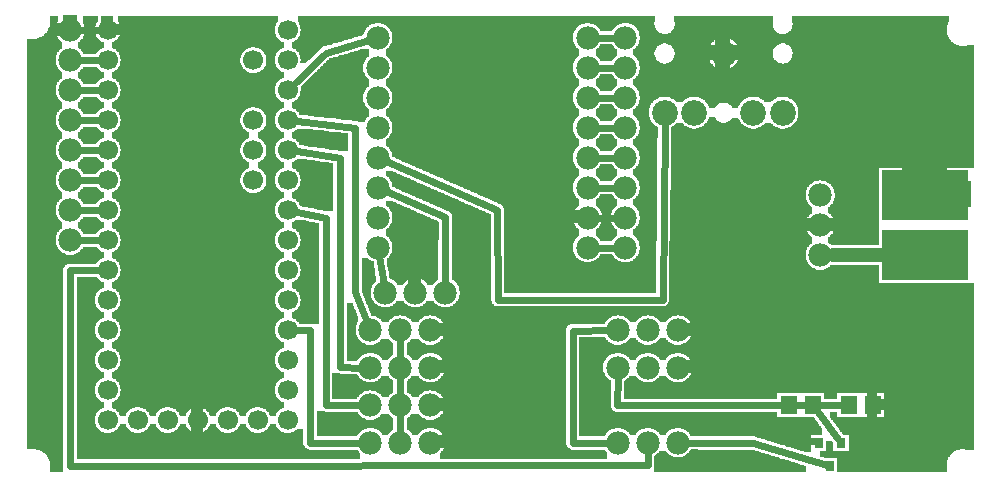
<source format=gtl>
G04 MADE WITH FRITZING*
G04 WWW.FRITZING.ORG*
G04 DOUBLE SIDED*
G04 HOLES PLATED*
G04 CONTOUR ON CENTER OF CONTOUR VECTOR*
%ASAXBY*%
%FSLAX23Y23*%
%MOIN*%
%OFA0B0*%
%SFA1.0B1.0*%
%ADD10C,0.075000*%
%ADD11C,0.066889*%
%ADD12C,0.086000*%
%ADD13C,0.078000*%
%ADD14C,0.077701*%
%ADD15R,0.288374X0.165061*%
%ADD16R,0.031496X0.035433*%
%ADD17R,0.055118X0.059055*%
%ADD18C,0.024000*%
%ADD19C,0.048000*%
%ADD20R,0.001000X0.001000*%
%LNCOPPER1*%
G90*
G70*
G54D10*
X110Y684D03*
X398Y1186D03*
X1111Y1383D03*
X1003Y1020D03*
X1298Y845D03*
X1331Y1457D03*
G54D11*
X908Y214D03*
X908Y314D03*
X908Y414D03*
X908Y514D03*
X908Y614D03*
X908Y714D03*
X908Y814D03*
X908Y914D03*
X908Y1014D03*
X908Y1114D03*
X908Y1214D03*
X908Y1314D03*
X908Y1414D03*
X908Y1514D03*
X793Y1414D03*
X793Y1114D03*
X793Y1214D03*
X308Y214D03*
X308Y314D03*
X308Y414D03*
X308Y514D03*
X308Y614D03*
X308Y714D03*
X308Y814D03*
X308Y914D03*
X308Y1014D03*
X308Y1114D03*
X308Y1214D03*
X308Y1314D03*
X308Y1414D03*
X308Y1514D03*
X793Y1014D03*
X508Y214D03*
X408Y214D03*
X608Y214D03*
X808Y214D03*
X708Y214D03*
G54D12*
X2361Y1436D03*
X2459Y1239D03*
X2558Y1239D03*
X2262Y1239D03*
X2164Y1239D03*
X2361Y1436D03*
X2459Y1239D03*
X2558Y1239D03*
X2262Y1239D03*
X2164Y1239D03*
G54D13*
X2683Y764D03*
X2683Y864D03*
X2683Y964D03*
X2208Y514D03*
X2108Y514D03*
X2008Y514D03*
X2208Y389D03*
X2108Y389D03*
X2008Y389D03*
X1383Y389D03*
X1283Y389D03*
X1183Y389D03*
X1383Y514D03*
X1283Y514D03*
X1183Y514D03*
X1383Y139D03*
X1283Y139D03*
X1183Y139D03*
X1383Y264D03*
X1283Y264D03*
X1183Y264D03*
X2008Y139D03*
X2108Y139D03*
X2208Y139D03*
X183Y1514D03*
X183Y1414D03*
X183Y1314D03*
X183Y1214D03*
X183Y1114D03*
X183Y1014D03*
X183Y914D03*
X183Y814D03*
X2033Y1489D03*
X2033Y1389D03*
X2033Y1289D03*
X2033Y1189D03*
X2033Y1089D03*
X2033Y989D03*
X2033Y889D03*
X2033Y789D03*
X1433Y639D03*
X1333Y639D03*
X1233Y639D03*
G54D14*
X1208Y1489D03*
X1208Y1389D03*
X1208Y1289D03*
X1208Y1189D03*
X1208Y1089D03*
X1208Y989D03*
X1208Y889D03*
X1208Y789D03*
X1907Y1489D03*
X1907Y1389D03*
X1907Y1289D03*
X1907Y1189D03*
X1907Y1089D03*
X1907Y989D03*
X1907Y889D03*
X1907Y789D03*
G54D15*
X3033Y764D03*
X3033Y964D03*
G54D16*
X2752Y139D03*
X2677Y139D03*
X2714Y60D03*
G54D17*
X2577Y264D03*
X2658Y264D03*
X2777Y264D03*
X2858Y264D03*
G54D18*
X1606Y914D02*
X1234Y1077D01*
D02*
X2164Y1202D02*
X2157Y615D01*
D02*
X2157Y615D02*
X1609Y615D01*
D02*
X1609Y615D02*
X1606Y914D01*
D02*
X1034Y1438D02*
X930Y1335D01*
D02*
X1180Y1481D02*
X1034Y1438D01*
G54D19*
D02*
X2724Y764D02*
X2894Y764D01*
G54D18*
D02*
X1283Y419D02*
X1283Y484D01*
D02*
X1283Y294D02*
X1283Y359D01*
D02*
X1283Y169D02*
X1283Y234D01*
D02*
X1132Y640D02*
X1132Y1189D01*
D02*
X1172Y542D02*
X1132Y640D01*
D02*
X1132Y1189D02*
X938Y1211D01*
D02*
X1082Y1089D02*
X938Y1110D01*
D02*
X1083Y391D02*
X1082Y1089D01*
D02*
X1153Y389D02*
X1083Y391D01*
D02*
X1034Y264D02*
X1034Y888D01*
D02*
X1034Y888D02*
X938Y908D01*
D02*
X1153Y264D02*
X1034Y264D01*
D02*
X982Y138D02*
X983Y514D01*
D02*
X1153Y139D02*
X982Y138D01*
D02*
X983Y514D02*
X938Y514D01*
D02*
X2006Y264D02*
X2007Y359D01*
D02*
X2555Y264D02*
X2006Y264D01*
D02*
X2755Y264D02*
X2680Y264D01*
D02*
X2676Y240D02*
X2743Y151D01*
D02*
X2457Y138D02*
X2704Y63D01*
D02*
X2238Y139D02*
X2457Y138D01*
D02*
X1857Y138D02*
X1857Y512D01*
D02*
X1978Y139D02*
X1857Y138D01*
D02*
X1857Y512D02*
X1978Y514D01*
D02*
X2107Y63D02*
X181Y62D01*
D02*
X181Y62D02*
X181Y713D01*
D02*
X2107Y109D02*
X2107Y63D01*
D02*
X181Y713D02*
X277Y714D01*
D02*
X2636Y264D02*
X2599Y264D01*
D02*
X277Y1514D02*
X213Y1514D01*
D02*
X277Y1414D02*
X213Y1414D01*
D02*
X277Y1314D02*
X213Y1314D01*
D02*
X277Y1214D02*
X213Y1214D01*
D02*
X277Y1114D02*
X213Y1114D01*
D02*
X277Y1014D02*
X213Y1014D01*
D02*
X277Y914D02*
X213Y914D01*
D02*
X277Y814D02*
X213Y814D01*
D02*
X2003Y1489D02*
X1936Y1489D01*
D02*
X2003Y1389D02*
X1936Y1389D01*
D02*
X2003Y1289D02*
X1936Y1289D01*
D02*
X2003Y1189D02*
X1936Y1189D01*
D02*
X2003Y1089D02*
X1936Y1089D01*
D02*
X2003Y989D02*
X1936Y989D01*
D02*
X2003Y889D02*
X1936Y889D01*
D02*
X2003Y789D02*
X1936Y789D01*
D02*
X1433Y890D02*
X1234Y977D01*
D02*
X1433Y669D02*
X1433Y890D01*
D02*
X1228Y669D02*
X1213Y760D01*
G36*
X114Y1560D02*
X114Y1526D01*
X112Y1526D01*
X112Y1520D01*
X110Y1520D01*
X110Y1516D01*
X108Y1516D01*
X108Y1512D01*
X106Y1512D01*
X106Y1508D01*
X104Y1508D01*
X104Y1506D01*
X102Y1506D01*
X102Y1504D01*
X100Y1504D01*
X100Y1502D01*
X98Y1502D01*
X98Y1500D01*
X96Y1500D01*
X96Y1498D01*
X94Y1498D01*
X94Y1496D01*
X90Y1496D01*
X90Y1494D01*
X88Y1494D01*
X88Y1492D01*
X84Y1492D01*
X84Y1490D01*
X78Y1490D01*
X78Y1488D01*
X72Y1488D01*
X72Y1486D01*
X40Y1486D01*
X40Y766D01*
X170Y766D01*
X170Y768D01*
X164Y768D01*
X164Y770D01*
X160Y770D01*
X160Y772D01*
X156Y772D01*
X156Y774D01*
X154Y774D01*
X154Y776D01*
X152Y776D01*
X152Y778D01*
X148Y778D01*
X148Y780D01*
X146Y780D01*
X146Y784D01*
X144Y784D01*
X144Y786D01*
X142Y786D01*
X142Y790D01*
X140Y790D01*
X140Y792D01*
X138Y792D01*
X138Y798D01*
X136Y798D01*
X136Y804D01*
X134Y804D01*
X134Y824D01*
X136Y824D01*
X136Y832D01*
X138Y832D01*
X138Y836D01*
X140Y836D01*
X140Y840D01*
X142Y840D01*
X142Y842D01*
X144Y842D01*
X144Y846D01*
X146Y846D01*
X146Y848D01*
X148Y848D01*
X148Y850D01*
X150Y850D01*
X150Y852D01*
X154Y852D01*
X154Y854D01*
X156Y854D01*
X156Y874D01*
X154Y874D01*
X154Y876D01*
X152Y876D01*
X152Y878D01*
X148Y878D01*
X148Y880D01*
X146Y880D01*
X146Y884D01*
X144Y884D01*
X144Y886D01*
X142Y886D01*
X142Y890D01*
X140Y890D01*
X140Y892D01*
X138Y892D01*
X138Y898D01*
X136Y898D01*
X136Y904D01*
X134Y904D01*
X134Y924D01*
X136Y924D01*
X136Y932D01*
X138Y932D01*
X138Y936D01*
X140Y936D01*
X140Y940D01*
X142Y940D01*
X142Y942D01*
X144Y942D01*
X144Y946D01*
X146Y946D01*
X146Y948D01*
X148Y948D01*
X148Y950D01*
X150Y950D01*
X150Y952D01*
X154Y952D01*
X154Y954D01*
X156Y954D01*
X156Y974D01*
X154Y974D01*
X154Y976D01*
X152Y976D01*
X152Y978D01*
X148Y978D01*
X148Y980D01*
X146Y980D01*
X146Y984D01*
X144Y984D01*
X144Y986D01*
X142Y986D01*
X142Y990D01*
X140Y990D01*
X140Y992D01*
X138Y992D01*
X138Y998D01*
X136Y998D01*
X136Y1004D01*
X134Y1004D01*
X134Y1024D01*
X136Y1024D01*
X136Y1032D01*
X138Y1032D01*
X138Y1036D01*
X140Y1036D01*
X140Y1040D01*
X142Y1040D01*
X142Y1042D01*
X144Y1042D01*
X144Y1046D01*
X146Y1046D01*
X146Y1048D01*
X148Y1048D01*
X148Y1050D01*
X150Y1050D01*
X150Y1052D01*
X154Y1052D01*
X154Y1054D01*
X156Y1054D01*
X156Y1074D01*
X154Y1074D01*
X154Y1076D01*
X152Y1076D01*
X152Y1078D01*
X148Y1078D01*
X148Y1080D01*
X146Y1080D01*
X146Y1084D01*
X144Y1084D01*
X144Y1086D01*
X142Y1086D01*
X142Y1090D01*
X140Y1090D01*
X140Y1092D01*
X138Y1092D01*
X138Y1098D01*
X136Y1098D01*
X136Y1104D01*
X134Y1104D01*
X134Y1124D01*
X136Y1124D01*
X136Y1132D01*
X138Y1132D01*
X138Y1136D01*
X140Y1136D01*
X140Y1140D01*
X142Y1140D01*
X142Y1142D01*
X144Y1142D01*
X144Y1146D01*
X146Y1146D01*
X146Y1148D01*
X148Y1148D01*
X148Y1150D01*
X150Y1150D01*
X150Y1152D01*
X154Y1152D01*
X154Y1154D01*
X156Y1154D01*
X156Y1174D01*
X154Y1174D01*
X154Y1176D01*
X152Y1176D01*
X152Y1178D01*
X148Y1178D01*
X148Y1180D01*
X146Y1180D01*
X146Y1184D01*
X144Y1184D01*
X144Y1186D01*
X142Y1186D01*
X142Y1190D01*
X140Y1190D01*
X140Y1192D01*
X138Y1192D01*
X138Y1198D01*
X136Y1198D01*
X136Y1204D01*
X134Y1204D01*
X134Y1224D01*
X136Y1224D01*
X136Y1232D01*
X138Y1232D01*
X138Y1236D01*
X140Y1236D01*
X140Y1240D01*
X142Y1240D01*
X142Y1242D01*
X144Y1242D01*
X144Y1246D01*
X146Y1246D01*
X146Y1248D01*
X148Y1248D01*
X148Y1250D01*
X150Y1250D01*
X150Y1252D01*
X154Y1252D01*
X154Y1254D01*
X156Y1254D01*
X156Y1274D01*
X154Y1274D01*
X154Y1276D01*
X152Y1276D01*
X152Y1278D01*
X148Y1278D01*
X148Y1280D01*
X146Y1280D01*
X146Y1284D01*
X144Y1284D01*
X144Y1286D01*
X142Y1286D01*
X142Y1290D01*
X140Y1290D01*
X140Y1292D01*
X138Y1292D01*
X138Y1298D01*
X136Y1298D01*
X136Y1304D01*
X134Y1304D01*
X134Y1324D01*
X136Y1324D01*
X136Y1332D01*
X138Y1332D01*
X138Y1336D01*
X140Y1336D01*
X140Y1340D01*
X142Y1340D01*
X142Y1342D01*
X144Y1342D01*
X144Y1346D01*
X146Y1346D01*
X146Y1348D01*
X148Y1348D01*
X148Y1350D01*
X150Y1350D01*
X150Y1352D01*
X154Y1352D01*
X154Y1354D01*
X156Y1354D01*
X156Y1374D01*
X154Y1374D01*
X154Y1376D01*
X152Y1376D01*
X152Y1378D01*
X148Y1378D01*
X148Y1380D01*
X146Y1380D01*
X146Y1384D01*
X144Y1384D01*
X144Y1386D01*
X142Y1386D01*
X142Y1390D01*
X140Y1390D01*
X140Y1392D01*
X138Y1392D01*
X138Y1398D01*
X136Y1398D01*
X136Y1404D01*
X134Y1404D01*
X134Y1424D01*
X136Y1424D01*
X136Y1432D01*
X138Y1432D01*
X138Y1436D01*
X140Y1436D01*
X140Y1440D01*
X142Y1440D01*
X142Y1442D01*
X144Y1442D01*
X144Y1446D01*
X146Y1446D01*
X146Y1448D01*
X148Y1448D01*
X148Y1450D01*
X150Y1450D01*
X150Y1452D01*
X154Y1452D01*
X154Y1454D01*
X156Y1454D01*
X156Y1474D01*
X154Y1474D01*
X154Y1476D01*
X152Y1476D01*
X152Y1478D01*
X148Y1478D01*
X148Y1480D01*
X146Y1480D01*
X146Y1484D01*
X144Y1484D01*
X144Y1486D01*
X142Y1486D01*
X142Y1490D01*
X140Y1490D01*
X140Y1492D01*
X138Y1492D01*
X138Y1498D01*
X136Y1498D01*
X136Y1504D01*
X134Y1504D01*
X134Y1524D01*
X136Y1524D01*
X136Y1532D01*
X138Y1532D01*
X138Y1536D01*
X140Y1536D01*
X140Y1540D01*
X142Y1540D01*
X142Y1560D01*
X114Y1560D01*
G37*
D02*
G36*
X226Y792D02*
X226Y790D01*
X224Y790D01*
X224Y786D01*
X222Y786D01*
X222Y784D01*
X220Y784D01*
X220Y782D01*
X218Y782D01*
X218Y780D01*
X216Y780D01*
X216Y778D01*
X214Y778D01*
X214Y776D01*
X212Y776D01*
X212Y774D01*
X208Y774D01*
X208Y772D01*
X206Y772D01*
X206Y770D01*
X202Y770D01*
X202Y768D01*
X194Y768D01*
X194Y766D01*
X294Y766D01*
X294Y774D01*
X290Y774D01*
X290Y776D01*
X286Y776D01*
X286Y778D01*
X282Y778D01*
X282Y780D01*
X280Y780D01*
X280Y782D01*
X278Y782D01*
X278Y784D01*
X276Y784D01*
X276Y786D01*
X274Y786D01*
X274Y788D01*
X272Y788D01*
X272Y792D01*
X226Y792D01*
G37*
D02*
G36*
X40Y766D02*
X40Y764D01*
X294Y764D01*
X294Y766D01*
X40Y766D01*
G37*
D02*
G36*
X40Y766D02*
X40Y764D01*
X294Y764D01*
X294Y766D01*
X40Y766D01*
G37*
D02*
G36*
X40Y764D02*
X40Y118D01*
X68Y118D01*
X68Y116D01*
X78Y116D01*
X78Y114D01*
X82Y114D01*
X82Y112D01*
X86Y112D01*
X86Y110D01*
X90Y110D01*
X90Y108D01*
X92Y108D01*
X92Y106D01*
X96Y106D01*
X96Y104D01*
X98Y104D01*
X98Y102D01*
X100Y102D01*
X100Y100D01*
X102Y100D01*
X102Y98D01*
X104Y98D01*
X104Y94D01*
X106Y94D01*
X106Y92D01*
X108Y92D01*
X108Y88D01*
X110Y88D01*
X110Y84D01*
X112Y84D01*
X112Y78D01*
X114Y78D01*
X114Y42D01*
X160Y42D01*
X160Y722D01*
X162Y722D01*
X162Y726D01*
X164Y726D01*
X164Y728D01*
X166Y728D01*
X166Y730D01*
X168Y730D01*
X168Y732D01*
X172Y732D01*
X172Y734D01*
X176Y734D01*
X176Y736D01*
X270Y736D01*
X270Y738D01*
X272Y738D01*
X272Y740D01*
X274Y740D01*
X274Y742D01*
X276Y742D01*
X276Y744D01*
X278Y744D01*
X278Y746D01*
X280Y746D01*
X280Y748D01*
X282Y748D01*
X282Y750D01*
X284Y750D01*
X284Y752D01*
X288Y752D01*
X288Y754D01*
X294Y754D01*
X294Y764D01*
X40Y764D01*
G37*
D02*
G36*
X224Y1560D02*
X224Y1538D01*
X226Y1538D01*
X226Y1534D01*
X228Y1534D01*
X228Y1530D01*
X230Y1530D01*
X230Y1522D01*
X232Y1522D01*
X232Y1506D01*
X230Y1506D01*
X230Y1498D01*
X228Y1498D01*
X228Y1494D01*
X226Y1494D01*
X226Y1490D01*
X224Y1490D01*
X224Y1486D01*
X222Y1486D01*
X222Y1484D01*
X220Y1484D01*
X220Y1482D01*
X218Y1482D01*
X218Y1480D01*
X216Y1480D01*
X216Y1478D01*
X214Y1478D01*
X214Y1476D01*
X212Y1476D01*
X212Y1474D01*
X210Y1474D01*
X210Y1454D01*
X212Y1454D01*
X212Y1452D01*
X214Y1452D01*
X214Y1450D01*
X218Y1450D01*
X218Y1446D01*
X220Y1446D01*
X220Y1444D01*
X222Y1444D01*
X222Y1442D01*
X224Y1442D01*
X224Y1438D01*
X226Y1438D01*
X226Y1436D01*
X270Y1436D01*
X270Y1438D01*
X272Y1438D01*
X272Y1440D01*
X274Y1440D01*
X274Y1442D01*
X276Y1442D01*
X276Y1444D01*
X278Y1444D01*
X278Y1446D01*
X280Y1446D01*
X280Y1448D01*
X282Y1448D01*
X282Y1450D01*
X284Y1450D01*
X284Y1452D01*
X288Y1452D01*
X288Y1454D01*
X294Y1454D01*
X294Y1474D01*
X290Y1474D01*
X290Y1476D01*
X286Y1476D01*
X286Y1478D01*
X282Y1478D01*
X282Y1480D01*
X280Y1480D01*
X280Y1482D01*
X278Y1482D01*
X278Y1484D01*
X276Y1484D01*
X276Y1486D01*
X274Y1486D01*
X274Y1488D01*
X272Y1488D01*
X272Y1492D01*
X270Y1492D01*
X270Y1494D01*
X268Y1494D01*
X268Y1500D01*
X266Y1500D01*
X266Y1508D01*
X264Y1508D01*
X264Y1522D01*
X266Y1522D01*
X266Y1528D01*
X268Y1528D01*
X268Y1534D01*
X270Y1534D01*
X270Y1538D01*
X272Y1538D01*
X272Y1540D01*
X274Y1540D01*
X274Y1560D01*
X224Y1560D01*
G37*
D02*
G36*
X342Y1560D02*
X342Y1540D01*
X344Y1540D01*
X344Y1536D01*
X346Y1536D01*
X346Y1532D01*
X348Y1532D01*
X348Y1528D01*
X350Y1528D01*
X350Y1518D01*
X352Y1518D01*
X352Y1510D01*
X350Y1510D01*
X350Y1502D01*
X348Y1502D01*
X348Y1496D01*
X346Y1496D01*
X346Y1492D01*
X344Y1492D01*
X344Y1490D01*
X342Y1490D01*
X342Y1486D01*
X340Y1486D01*
X340Y1484D01*
X338Y1484D01*
X338Y1482D01*
X336Y1482D01*
X336Y1480D01*
X332Y1480D01*
X332Y1478D01*
X330Y1478D01*
X330Y1476D01*
X326Y1476D01*
X326Y1474D01*
X322Y1474D01*
X322Y1458D01*
X800Y1458D01*
X800Y1456D01*
X808Y1456D01*
X808Y1454D01*
X812Y1454D01*
X812Y1452D01*
X816Y1452D01*
X816Y1450D01*
X820Y1450D01*
X820Y1448D01*
X822Y1448D01*
X822Y1446D01*
X824Y1446D01*
X824Y1444D01*
X826Y1444D01*
X826Y1442D01*
X828Y1442D01*
X828Y1440D01*
X830Y1440D01*
X830Y1436D01*
X832Y1436D01*
X832Y1432D01*
X834Y1432D01*
X834Y1426D01*
X836Y1426D01*
X836Y1402D01*
X834Y1402D01*
X834Y1396D01*
X832Y1396D01*
X832Y1392D01*
X830Y1392D01*
X830Y1390D01*
X828Y1390D01*
X828Y1386D01*
X826Y1386D01*
X826Y1384D01*
X824Y1384D01*
X824Y1382D01*
X822Y1382D01*
X822Y1380D01*
X818Y1380D01*
X818Y1378D01*
X816Y1378D01*
X816Y1376D01*
X812Y1376D01*
X812Y1374D01*
X806Y1374D01*
X806Y1372D01*
X796Y1372D01*
X796Y1370D01*
X894Y1370D01*
X894Y1374D01*
X890Y1374D01*
X890Y1376D01*
X886Y1376D01*
X886Y1378D01*
X882Y1378D01*
X882Y1380D01*
X880Y1380D01*
X880Y1382D01*
X878Y1382D01*
X878Y1384D01*
X876Y1384D01*
X876Y1386D01*
X874Y1386D01*
X874Y1388D01*
X872Y1388D01*
X872Y1392D01*
X870Y1392D01*
X870Y1394D01*
X868Y1394D01*
X868Y1400D01*
X866Y1400D01*
X866Y1406D01*
X864Y1406D01*
X864Y1422D01*
X866Y1422D01*
X866Y1428D01*
X868Y1428D01*
X868Y1434D01*
X870Y1434D01*
X870Y1438D01*
X872Y1438D01*
X872Y1440D01*
X874Y1440D01*
X874Y1442D01*
X876Y1442D01*
X876Y1444D01*
X878Y1444D01*
X878Y1446D01*
X880Y1446D01*
X880Y1448D01*
X882Y1448D01*
X882Y1450D01*
X884Y1450D01*
X884Y1452D01*
X888Y1452D01*
X888Y1454D01*
X894Y1454D01*
X894Y1474D01*
X890Y1474D01*
X890Y1476D01*
X886Y1476D01*
X886Y1478D01*
X882Y1478D01*
X882Y1480D01*
X880Y1480D01*
X880Y1482D01*
X878Y1482D01*
X878Y1484D01*
X876Y1484D01*
X876Y1486D01*
X874Y1486D01*
X874Y1488D01*
X872Y1488D01*
X872Y1492D01*
X870Y1492D01*
X870Y1494D01*
X868Y1494D01*
X868Y1500D01*
X866Y1500D01*
X866Y1506D01*
X864Y1506D01*
X864Y1522D01*
X866Y1522D01*
X866Y1528D01*
X868Y1528D01*
X868Y1534D01*
X870Y1534D01*
X870Y1538D01*
X872Y1538D01*
X872Y1540D01*
X874Y1540D01*
X874Y1560D01*
X342Y1560D01*
G37*
D02*
G36*
X322Y1458D02*
X322Y1454D01*
X326Y1454D01*
X326Y1452D01*
X330Y1452D01*
X330Y1450D01*
X334Y1450D01*
X334Y1448D01*
X336Y1448D01*
X336Y1446D01*
X338Y1446D01*
X338Y1444D01*
X340Y1444D01*
X340Y1442D01*
X342Y1442D01*
X342Y1440D01*
X344Y1440D01*
X344Y1436D01*
X346Y1436D01*
X346Y1432D01*
X348Y1432D01*
X348Y1428D01*
X350Y1428D01*
X350Y1418D01*
X352Y1418D01*
X352Y1410D01*
X350Y1410D01*
X350Y1402D01*
X348Y1402D01*
X348Y1396D01*
X346Y1396D01*
X346Y1392D01*
X344Y1392D01*
X344Y1390D01*
X342Y1390D01*
X342Y1386D01*
X340Y1386D01*
X340Y1384D01*
X338Y1384D01*
X338Y1382D01*
X336Y1382D01*
X336Y1380D01*
X332Y1380D01*
X332Y1378D01*
X330Y1378D01*
X330Y1376D01*
X326Y1376D01*
X326Y1374D01*
X322Y1374D01*
X322Y1370D01*
X790Y1370D01*
X790Y1372D01*
X780Y1372D01*
X780Y1374D01*
X776Y1374D01*
X776Y1376D01*
X772Y1376D01*
X772Y1378D01*
X768Y1378D01*
X768Y1380D01*
X766Y1380D01*
X766Y1382D01*
X764Y1382D01*
X764Y1384D01*
X762Y1384D01*
X762Y1386D01*
X760Y1386D01*
X760Y1388D01*
X758Y1388D01*
X758Y1390D01*
X756Y1390D01*
X756Y1394D01*
X754Y1394D01*
X754Y1398D01*
X752Y1398D01*
X752Y1406D01*
X750Y1406D01*
X750Y1422D01*
X752Y1422D01*
X752Y1430D01*
X754Y1430D01*
X754Y1434D01*
X756Y1434D01*
X756Y1438D01*
X758Y1438D01*
X758Y1440D01*
X760Y1440D01*
X760Y1442D01*
X762Y1442D01*
X762Y1446D01*
X766Y1446D01*
X766Y1448D01*
X768Y1448D01*
X768Y1450D01*
X770Y1450D01*
X770Y1452D01*
X774Y1452D01*
X774Y1454D01*
X780Y1454D01*
X780Y1456D01*
X786Y1456D01*
X786Y1458D01*
X322Y1458D01*
G37*
D02*
G36*
X322Y1370D02*
X322Y1368D01*
X894Y1368D01*
X894Y1370D01*
X322Y1370D01*
G37*
D02*
G36*
X322Y1370D02*
X322Y1368D01*
X894Y1368D01*
X894Y1370D01*
X322Y1370D01*
G37*
D02*
G36*
X322Y1368D02*
X322Y1354D01*
X326Y1354D01*
X326Y1352D01*
X330Y1352D01*
X330Y1350D01*
X334Y1350D01*
X334Y1348D01*
X336Y1348D01*
X336Y1346D01*
X338Y1346D01*
X338Y1344D01*
X340Y1344D01*
X340Y1342D01*
X342Y1342D01*
X342Y1340D01*
X344Y1340D01*
X344Y1336D01*
X346Y1336D01*
X346Y1332D01*
X348Y1332D01*
X348Y1328D01*
X350Y1328D01*
X350Y1318D01*
X352Y1318D01*
X352Y1310D01*
X350Y1310D01*
X350Y1302D01*
X348Y1302D01*
X348Y1296D01*
X346Y1296D01*
X346Y1292D01*
X344Y1292D01*
X344Y1290D01*
X342Y1290D01*
X342Y1286D01*
X340Y1286D01*
X340Y1284D01*
X338Y1284D01*
X338Y1282D01*
X336Y1282D01*
X336Y1280D01*
X332Y1280D01*
X332Y1278D01*
X330Y1278D01*
X330Y1276D01*
X326Y1276D01*
X326Y1274D01*
X322Y1274D01*
X322Y1258D01*
X800Y1258D01*
X800Y1256D01*
X808Y1256D01*
X808Y1254D01*
X812Y1254D01*
X812Y1252D01*
X816Y1252D01*
X816Y1250D01*
X820Y1250D01*
X820Y1248D01*
X822Y1248D01*
X822Y1246D01*
X824Y1246D01*
X824Y1244D01*
X826Y1244D01*
X826Y1242D01*
X828Y1242D01*
X828Y1240D01*
X830Y1240D01*
X830Y1236D01*
X832Y1236D01*
X832Y1232D01*
X834Y1232D01*
X834Y1226D01*
X836Y1226D01*
X836Y1202D01*
X834Y1202D01*
X834Y1196D01*
X832Y1196D01*
X832Y1192D01*
X830Y1192D01*
X830Y1190D01*
X828Y1190D01*
X828Y1186D01*
X826Y1186D01*
X826Y1184D01*
X824Y1184D01*
X824Y1182D01*
X822Y1182D01*
X822Y1180D01*
X818Y1180D01*
X818Y1178D01*
X816Y1178D01*
X816Y1176D01*
X812Y1176D01*
X812Y1174D01*
X808Y1174D01*
X808Y1154D01*
X812Y1154D01*
X812Y1152D01*
X816Y1152D01*
X816Y1150D01*
X820Y1150D01*
X820Y1148D01*
X822Y1148D01*
X822Y1146D01*
X824Y1146D01*
X824Y1144D01*
X826Y1144D01*
X826Y1142D01*
X828Y1142D01*
X828Y1138D01*
X830Y1138D01*
X830Y1136D01*
X832Y1136D01*
X832Y1132D01*
X834Y1132D01*
X834Y1126D01*
X836Y1126D01*
X836Y1102D01*
X834Y1102D01*
X834Y1096D01*
X832Y1096D01*
X832Y1092D01*
X830Y1092D01*
X830Y1090D01*
X828Y1090D01*
X828Y1086D01*
X826Y1086D01*
X826Y1084D01*
X824Y1084D01*
X824Y1082D01*
X822Y1082D01*
X822Y1080D01*
X818Y1080D01*
X818Y1078D01*
X816Y1078D01*
X816Y1076D01*
X812Y1076D01*
X812Y1074D01*
X808Y1074D01*
X808Y1054D01*
X812Y1054D01*
X812Y1052D01*
X816Y1052D01*
X816Y1050D01*
X820Y1050D01*
X820Y1048D01*
X822Y1048D01*
X822Y1046D01*
X824Y1046D01*
X824Y1044D01*
X826Y1044D01*
X826Y1042D01*
X828Y1042D01*
X828Y1038D01*
X830Y1038D01*
X830Y1036D01*
X832Y1036D01*
X832Y1032D01*
X834Y1032D01*
X834Y1026D01*
X836Y1026D01*
X836Y1002D01*
X834Y1002D01*
X834Y996D01*
X832Y996D01*
X832Y992D01*
X830Y992D01*
X830Y990D01*
X828Y990D01*
X828Y986D01*
X826Y986D01*
X826Y984D01*
X824Y984D01*
X824Y982D01*
X822Y982D01*
X822Y980D01*
X818Y980D01*
X818Y978D01*
X816Y978D01*
X816Y976D01*
X812Y976D01*
X812Y974D01*
X806Y974D01*
X806Y972D01*
X798Y972D01*
X798Y970D01*
X894Y970D01*
X894Y974D01*
X890Y974D01*
X890Y976D01*
X886Y976D01*
X886Y978D01*
X882Y978D01*
X882Y980D01*
X880Y980D01*
X880Y982D01*
X878Y982D01*
X878Y984D01*
X876Y984D01*
X876Y986D01*
X874Y986D01*
X874Y988D01*
X872Y988D01*
X872Y992D01*
X870Y992D01*
X870Y994D01*
X868Y994D01*
X868Y1000D01*
X866Y1000D01*
X866Y1006D01*
X864Y1006D01*
X864Y1022D01*
X866Y1022D01*
X866Y1028D01*
X868Y1028D01*
X868Y1034D01*
X870Y1034D01*
X870Y1038D01*
X872Y1038D01*
X872Y1040D01*
X874Y1040D01*
X874Y1042D01*
X876Y1042D01*
X876Y1044D01*
X878Y1044D01*
X878Y1046D01*
X880Y1046D01*
X880Y1048D01*
X882Y1048D01*
X882Y1050D01*
X884Y1050D01*
X884Y1052D01*
X888Y1052D01*
X888Y1054D01*
X894Y1054D01*
X894Y1074D01*
X890Y1074D01*
X890Y1076D01*
X886Y1076D01*
X886Y1078D01*
X882Y1078D01*
X882Y1080D01*
X880Y1080D01*
X880Y1082D01*
X878Y1082D01*
X878Y1084D01*
X876Y1084D01*
X876Y1086D01*
X874Y1086D01*
X874Y1088D01*
X872Y1088D01*
X872Y1092D01*
X870Y1092D01*
X870Y1094D01*
X868Y1094D01*
X868Y1100D01*
X866Y1100D01*
X866Y1106D01*
X864Y1106D01*
X864Y1122D01*
X866Y1122D01*
X866Y1128D01*
X868Y1128D01*
X868Y1134D01*
X870Y1134D01*
X870Y1138D01*
X872Y1138D01*
X872Y1140D01*
X874Y1140D01*
X874Y1142D01*
X876Y1142D01*
X876Y1144D01*
X878Y1144D01*
X878Y1146D01*
X880Y1146D01*
X880Y1148D01*
X882Y1148D01*
X882Y1150D01*
X884Y1150D01*
X884Y1152D01*
X888Y1152D01*
X888Y1154D01*
X894Y1154D01*
X894Y1174D01*
X890Y1174D01*
X890Y1176D01*
X886Y1176D01*
X886Y1178D01*
X882Y1178D01*
X882Y1180D01*
X880Y1180D01*
X880Y1182D01*
X878Y1182D01*
X878Y1184D01*
X876Y1184D01*
X876Y1186D01*
X874Y1186D01*
X874Y1188D01*
X872Y1188D01*
X872Y1192D01*
X870Y1192D01*
X870Y1194D01*
X868Y1194D01*
X868Y1200D01*
X866Y1200D01*
X866Y1206D01*
X864Y1206D01*
X864Y1222D01*
X866Y1222D01*
X866Y1228D01*
X868Y1228D01*
X868Y1234D01*
X870Y1234D01*
X870Y1238D01*
X872Y1238D01*
X872Y1240D01*
X874Y1240D01*
X874Y1242D01*
X876Y1242D01*
X876Y1244D01*
X878Y1244D01*
X878Y1246D01*
X880Y1246D01*
X880Y1248D01*
X882Y1248D01*
X882Y1250D01*
X884Y1250D01*
X884Y1252D01*
X888Y1252D01*
X888Y1254D01*
X894Y1254D01*
X894Y1274D01*
X890Y1274D01*
X890Y1276D01*
X886Y1276D01*
X886Y1278D01*
X882Y1278D01*
X882Y1280D01*
X880Y1280D01*
X880Y1282D01*
X878Y1282D01*
X878Y1284D01*
X876Y1284D01*
X876Y1286D01*
X874Y1286D01*
X874Y1288D01*
X872Y1288D01*
X872Y1292D01*
X870Y1292D01*
X870Y1294D01*
X868Y1294D01*
X868Y1300D01*
X866Y1300D01*
X866Y1306D01*
X864Y1306D01*
X864Y1322D01*
X866Y1322D01*
X866Y1328D01*
X868Y1328D01*
X868Y1334D01*
X870Y1334D01*
X870Y1338D01*
X872Y1338D01*
X872Y1340D01*
X874Y1340D01*
X874Y1342D01*
X876Y1342D01*
X876Y1344D01*
X878Y1344D01*
X878Y1346D01*
X880Y1346D01*
X880Y1348D01*
X882Y1348D01*
X882Y1350D01*
X884Y1350D01*
X884Y1352D01*
X888Y1352D01*
X888Y1354D01*
X894Y1354D01*
X894Y1368D01*
X322Y1368D01*
G37*
D02*
G36*
X322Y1258D02*
X322Y1254D01*
X326Y1254D01*
X326Y1252D01*
X330Y1252D01*
X330Y1250D01*
X334Y1250D01*
X334Y1248D01*
X336Y1248D01*
X336Y1246D01*
X338Y1246D01*
X338Y1244D01*
X340Y1244D01*
X340Y1242D01*
X342Y1242D01*
X342Y1240D01*
X344Y1240D01*
X344Y1236D01*
X346Y1236D01*
X346Y1232D01*
X348Y1232D01*
X348Y1228D01*
X350Y1228D01*
X350Y1218D01*
X352Y1218D01*
X352Y1210D01*
X350Y1210D01*
X350Y1202D01*
X348Y1202D01*
X348Y1196D01*
X346Y1196D01*
X346Y1192D01*
X344Y1192D01*
X344Y1190D01*
X342Y1190D01*
X342Y1186D01*
X340Y1186D01*
X340Y1184D01*
X338Y1184D01*
X338Y1182D01*
X336Y1182D01*
X336Y1180D01*
X332Y1180D01*
X332Y1178D01*
X330Y1178D01*
X330Y1176D01*
X326Y1176D01*
X326Y1174D01*
X322Y1174D01*
X322Y1154D01*
X326Y1154D01*
X326Y1152D01*
X330Y1152D01*
X330Y1150D01*
X334Y1150D01*
X334Y1148D01*
X336Y1148D01*
X336Y1146D01*
X338Y1146D01*
X338Y1144D01*
X340Y1144D01*
X340Y1142D01*
X342Y1142D01*
X342Y1140D01*
X344Y1140D01*
X344Y1136D01*
X346Y1136D01*
X346Y1132D01*
X348Y1132D01*
X348Y1128D01*
X350Y1128D01*
X350Y1118D01*
X352Y1118D01*
X352Y1110D01*
X350Y1110D01*
X350Y1102D01*
X348Y1102D01*
X348Y1096D01*
X346Y1096D01*
X346Y1092D01*
X344Y1092D01*
X344Y1090D01*
X342Y1090D01*
X342Y1086D01*
X340Y1086D01*
X340Y1084D01*
X338Y1084D01*
X338Y1082D01*
X336Y1082D01*
X336Y1080D01*
X332Y1080D01*
X332Y1078D01*
X330Y1078D01*
X330Y1076D01*
X326Y1076D01*
X326Y1074D01*
X322Y1074D01*
X322Y1054D01*
X326Y1054D01*
X326Y1052D01*
X330Y1052D01*
X330Y1050D01*
X334Y1050D01*
X334Y1048D01*
X336Y1048D01*
X336Y1046D01*
X338Y1046D01*
X338Y1044D01*
X340Y1044D01*
X340Y1042D01*
X342Y1042D01*
X342Y1040D01*
X344Y1040D01*
X344Y1036D01*
X346Y1036D01*
X346Y1032D01*
X348Y1032D01*
X348Y1028D01*
X350Y1028D01*
X350Y1018D01*
X352Y1018D01*
X352Y1010D01*
X350Y1010D01*
X350Y1002D01*
X348Y1002D01*
X348Y996D01*
X346Y996D01*
X346Y992D01*
X344Y992D01*
X344Y990D01*
X342Y990D01*
X342Y986D01*
X340Y986D01*
X340Y984D01*
X338Y984D01*
X338Y982D01*
X336Y982D01*
X336Y980D01*
X332Y980D01*
X332Y978D01*
X330Y978D01*
X330Y976D01*
X326Y976D01*
X326Y974D01*
X322Y974D01*
X322Y970D01*
X790Y970D01*
X790Y972D01*
X780Y972D01*
X780Y974D01*
X774Y974D01*
X774Y976D01*
X772Y976D01*
X772Y978D01*
X768Y978D01*
X768Y980D01*
X766Y980D01*
X766Y982D01*
X764Y982D01*
X764Y984D01*
X762Y984D01*
X762Y986D01*
X760Y986D01*
X760Y988D01*
X758Y988D01*
X758Y990D01*
X756Y990D01*
X756Y994D01*
X754Y994D01*
X754Y998D01*
X752Y998D01*
X752Y1006D01*
X750Y1006D01*
X750Y1022D01*
X752Y1022D01*
X752Y1030D01*
X754Y1030D01*
X754Y1034D01*
X756Y1034D01*
X756Y1038D01*
X758Y1038D01*
X758Y1040D01*
X760Y1040D01*
X760Y1042D01*
X762Y1042D01*
X762Y1046D01*
X766Y1046D01*
X766Y1048D01*
X768Y1048D01*
X768Y1050D01*
X770Y1050D01*
X770Y1052D01*
X774Y1052D01*
X774Y1054D01*
X780Y1054D01*
X780Y1074D01*
X774Y1074D01*
X774Y1076D01*
X772Y1076D01*
X772Y1078D01*
X768Y1078D01*
X768Y1080D01*
X766Y1080D01*
X766Y1082D01*
X764Y1082D01*
X764Y1084D01*
X762Y1084D01*
X762Y1086D01*
X760Y1086D01*
X760Y1088D01*
X758Y1088D01*
X758Y1090D01*
X756Y1090D01*
X756Y1094D01*
X754Y1094D01*
X754Y1098D01*
X752Y1098D01*
X752Y1106D01*
X750Y1106D01*
X750Y1122D01*
X752Y1122D01*
X752Y1130D01*
X754Y1130D01*
X754Y1134D01*
X756Y1134D01*
X756Y1138D01*
X758Y1138D01*
X758Y1140D01*
X760Y1140D01*
X760Y1142D01*
X762Y1142D01*
X762Y1146D01*
X766Y1146D01*
X766Y1148D01*
X768Y1148D01*
X768Y1150D01*
X770Y1150D01*
X770Y1152D01*
X774Y1152D01*
X774Y1154D01*
X780Y1154D01*
X780Y1174D01*
X776Y1174D01*
X776Y1176D01*
X772Y1176D01*
X772Y1178D01*
X768Y1178D01*
X768Y1180D01*
X766Y1180D01*
X766Y1182D01*
X764Y1182D01*
X764Y1184D01*
X762Y1184D01*
X762Y1186D01*
X760Y1186D01*
X760Y1188D01*
X758Y1188D01*
X758Y1190D01*
X756Y1190D01*
X756Y1194D01*
X754Y1194D01*
X754Y1198D01*
X752Y1198D01*
X752Y1206D01*
X750Y1206D01*
X750Y1222D01*
X752Y1222D01*
X752Y1230D01*
X754Y1230D01*
X754Y1234D01*
X756Y1234D01*
X756Y1238D01*
X758Y1238D01*
X758Y1240D01*
X760Y1240D01*
X760Y1242D01*
X762Y1242D01*
X762Y1246D01*
X766Y1246D01*
X766Y1248D01*
X768Y1248D01*
X768Y1250D01*
X770Y1250D01*
X770Y1252D01*
X774Y1252D01*
X774Y1254D01*
X780Y1254D01*
X780Y1256D01*
X786Y1256D01*
X786Y1258D01*
X322Y1258D01*
G37*
D02*
G36*
X322Y970D02*
X322Y968D01*
X894Y968D01*
X894Y970D01*
X322Y970D01*
G37*
D02*
G36*
X322Y970D02*
X322Y968D01*
X894Y968D01*
X894Y970D01*
X322Y970D01*
G37*
D02*
G36*
X322Y968D02*
X322Y954D01*
X326Y954D01*
X326Y952D01*
X330Y952D01*
X330Y950D01*
X334Y950D01*
X334Y948D01*
X336Y948D01*
X336Y946D01*
X338Y946D01*
X338Y944D01*
X340Y944D01*
X340Y942D01*
X342Y942D01*
X342Y940D01*
X344Y940D01*
X344Y936D01*
X346Y936D01*
X346Y932D01*
X348Y932D01*
X348Y928D01*
X350Y928D01*
X350Y918D01*
X352Y918D01*
X352Y910D01*
X350Y910D01*
X350Y902D01*
X348Y902D01*
X348Y896D01*
X346Y896D01*
X346Y892D01*
X344Y892D01*
X344Y890D01*
X342Y890D01*
X342Y886D01*
X340Y886D01*
X340Y884D01*
X338Y884D01*
X338Y882D01*
X336Y882D01*
X336Y880D01*
X332Y880D01*
X332Y878D01*
X330Y878D01*
X330Y876D01*
X326Y876D01*
X326Y874D01*
X322Y874D01*
X322Y854D01*
X326Y854D01*
X326Y852D01*
X330Y852D01*
X330Y850D01*
X334Y850D01*
X334Y848D01*
X336Y848D01*
X336Y846D01*
X338Y846D01*
X338Y844D01*
X340Y844D01*
X340Y842D01*
X342Y842D01*
X342Y840D01*
X344Y840D01*
X344Y836D01*
X346Y836D01*
X346Y832D01*
X348Y832D01*
X348Y828D01*
X350Y828D01*
X350Y818D01*
X352Y818D01*
X352Y810D01*
X350Y810D01*
X350Y802D01*
X348Y802D01*
X348Y796D01*
X346Y796D01*
X346Y792D01*
X344Y792D01*
X344Y790D01*
X342Y790D01*
X342Y786D01*
X340Y786D01*
X340Y784D01*
X338Y784D01*
X338Y782D01*
X336Y782D01*
X336Y780D01*
X332Y780D01*
X332Y778D01*
X330Y778D01*
X330Y776D01*
X326Y776D01*
X326Y774D01*
X322Y774D01*
X322Y754D01*
X326Y754D01*
X326Y752D01*
X330Y752D01*
X330Y750D01*
X334Y750D01*
X334Y748D01*
X336Y748D01*
X336Y746D01*
X338Y746D01*
X338Y744D01*
X340Y744D01*
X340Y742D01*
X342Y742D01*
X342Y740D01*
X344Y740D01*
X344Y736D01*
X346Y736D01*
X346Y732D01*
X348Y732D01*
X348Y728D01*
X350Y728D01*
X350Y718D01*
X352Y718D01*
X352Y710D01*
X350Y710D01*
X350Y702D01*
X348Y702D01*
X348Y696D01*
X346Y696D01*
X346Y692D01*
X344Y692D01*
X344Y690D01*
X342Y690D01*
X342Y686D01*
X340Y686D01*
X340Y684D01*
X338Y684D01*
X338Y682D01*
X336Y682D01*
X336Y680D01*
X332Y680D01*
X332Y678D01*
X330Y678D01*
X330Y676D01*
X326Y676D01*
X326Y674D01*
X322Y674D01*
X322Y654D01*
X326Y654D01*
X326Y652D01*
X330Y652D01*
X330Y650D01*
X334Y650D01*
X334Y648D01*
X336Y648D01*
X336Y646D01*
X338Y646D01*
X338Y644D01*
X340Y644D01*
X340Y642D01*
X342Y642D01*
X342Y640D01*
X344Y640D01*
X344Y636D01*
X346Y636D01*
X346Y632D01*
X348Y632D01*
X348Y628D01*
X350Y628D01*
X350Y618D01*
X352Y618D01*
X352Y610D01*
X350Y610D01*
X350Y602D01*
X348Y602D01*
X348Y596D01*
X346Y596D01*
X346Y592D01*
X344Y592D01*
X344Y590D01*
X342Y590D01*
X342Y586D01*
X340Y586D01*
X340Y584D01*
X338Y584D01*
X338Y582D01*
X336Y582D01*
X336Y580D01*
X332Y580D01*
X332Y578D01*
X330Y578D01*
X330Y576D01*
X326Y576D01*
X326Y574D01*
X322Y574D01*
X322Y554D01*
X326Y554D01*
X326Y552D01*
X330Y552D01*
X330Y550D01*
X334Y550D01*
X334Y548D01*
X336Y548D01*
X336Y546D01*
X338Y546D01*
X338Y544D01*
X340Y544D01*
X340Y542D01*
X342Y542D01*
X342Y540D01*
X344Y540D01*
X344Y536D01*
X346Y536D01*
X346Y532D01*
X348Y532D01*
X348Y528D01*
X350Y528D01*
X350Y518D01*
X352Y518D01*
X352Y510D01*
X350Y510D01*
X350Y502D01*
X348Y502D01*
X348Y496D01*
X346Y496D01*
X346Y492D01*
X344Y492D01*
X344Y490D01*
X342Y490D01*
X342Y486D01*
X340Y486D01*
X340Y484D01*
X338Y484D01*
X338Y482D01*
X336Y482D01*
X336Y480D01*
X332Y480D01*
X332Y478D01*
X330Y478D01*
X330Y476D01*
X326Y476D01*
X326Y474D01*
X322Y474D01*
X322Y454D01*
X326Y454D01*
X326Y452D01*
X330Y452D01*
X330Y450D01*
X334Y450D01*
X334Y448D01*
X336Y448D01*
X336Y446D01*
X338Y446D01*
X338Y444D01*
X340Y444D01*
X340Y442D01*
X342Y442D01*
X342Y440D01*
X344Y440D01*
X344Y436D01*
X346Y436D01*
X346Y432D01*
X348Y432D01*
X348Y428D01*
X350Y428D01*
X350Y418D01*
X352Y418D01*
X352Y410D01*
X350Y410D01*
X350Y402D01*
X348Y402D01*
X348Y396D01*
X346Y396D01*
X346Y392D01*
X344Y392D01*
X344Y390D01*
X342Y390D01*
X342Y386D01*
X340Y386D01*
X340Y384D01*
X338Y384D01*
X338Y382D01*
X336Y382D01*
X336Y380D01*
X332Y380D01*
X332Y378D01*
X330Y378D01*
X330Y376D01*
X326Y376D01*
X326Y374D01*
X322Y374D01*
X322Y354D01*
X326Y354D01*
X326Y352D01*
X330Y352D01*
X330Y350D01*
X334Y350D01*
X334Y348D01*
X336Y348D01*
X336Y346D01*
X338Y346D01*
X338Y344D01*
X340Y344D01*
X340Y342D01*
X342Y342D01*
X342Y340D01*
X344Y340D01*
X344Y336D01*
X346Y336D01*
X346Y332D01*
X348Y332D01*
X348Y328D01*
X350Y328D01*
X350Y318D01*
X352Y318D01*
X352Y310D01*
X350Y310D01*
X350Y302D01*
X348Y302D01*
X348Y296D01*
X346Y296D01*
X346Y292D01*
X344Y292D01*
X344Y290D01*
X342Y290D01*
X342Y286D01*
X340Y286D01*
X340Y284D01*
X338Y284D01*
X338Y282D01*
X336Y282D01*
X336Y280D01*
X332Y280D01*
X332Y278D01*
X330Y278D01*
X330Y276D01*
X326Y276D01*
X326Y274D01*
X322Y274D01*
X322Y258D01*
X814Y258D01*
X814Y256D01*
X822Y256D01*
X822Y254D01*
X826Y254D01*
X826Y252D01*
X830Y252D01*
X830Y250D01*
X834Y250D01*
X834Y248D01*
X836Y248D01*
X836Y246D01*
X838Y246D01*
X838Y244D01*
X840Y244D01*
X840Y242D01*
X842Y242D01*
X842Y240D01*
X844Y240D01*
X844Y236D01*
X846Y236D01*
X846Y232D01*
X848Y232D01*
X848Y228D01*
X868Y228D01*
X868Y234D01*
X870Y234D01*
X870Y238D01*
X872Y238D01*
X872Y240D01*
X874Y240D01*
X874Y242D01*
X876Y242D01*
X876Y244D01*
X878Y244D01*
X878Y246D01*
X880Y246D01*
X880Y248D01*
X882Y248D01*
X882Y250D01*
X884Y250D01*
X884Y252D01*
X888Y252D01*
X888Y254D01*
X894Y254D01*
X894Y274D01*
X890Y274D01*
X890Y276D01*
X886Y276D01*
X886Y278D01*
X882Y278D01*
X882Y280D01*
X880Y280D01*
X880Y282D01*
X878Y282D01*
X878Y284D01*
X876Y284D01*
X876Y286D01*
X874Y286D01*
X874Y288D01*
X872Y288D01*
X872Y292D01*
X870Y292D01*
X870Y296D01*
X868Y296D01*
X868Y300D01*
X866Y300D01*
X866Y306D01*
X864Y306D01*
X864Y322D01*
X866Y322D01*
X866Y328D01*
X868Y328D01*
X868Y334D01*
X870Y334D01*
X870Y338D01*
X872Y338D01*
X872Y340D01*
X874Y340D01*
X874Y342D01*
X876Y342D01*
X876Y344D01*
X878Y344D01*
X878Y346D01*
X880Y346D01*
X880Y348D01*
X882Y348D01*
X882Y350D01*
X884Y350D01*
X884Y352D01*
X888Y352D01*
X888Y354D01*
X894Y354D01*
X894Y374D01*
X890Y374D01*
X890Y376D01*
X886Y376D01*
X886Y378D01*
X882Y378D01*
X882Y380D01*
X880Y380D01*
X880Y382D01*
X878Y382D01*
X878Y384D01*
X876Y384D01*
X876Y386D01*
X874Y386D01*
X874Y388D01*
X872Y388D01*
X872Y392D01*
X870Y392D01*
X870Y396D01*
X868Y396D01*
X868Y400D01*
X866Y400D01*
X866Y406D01*
X864Y406D01*
X864Y422D01*
X866Y422D01*
X866Y428D01*
X868Y428D01*
X868Y434D01*
X870Y434D01*
X870Y438D01*
X872Y438D01*
X872Y440D01*
X874Y440D01*
X874Y442D01*
X876Y442D01*
X876Y444D01*
X878Y444D01*
X878Y446D01*
X880Y446D01*
X880Y448D01*
X882Y448D01*
X882Y450D01*
X884Y450D01*
X884Y452D01*
X888Y452D01*
X888Y454D01*
X894Y454D01*
X894Y474D01*
X890Y474D01*
X890Y476D01*
X886Y476D01*
X886Y478D01*
X882Y478D01*
X882Y480D01*
X880Y480D01*
X880Y482D01*
X878Y482D01*
X878Y484D01*
X876Y484D01*
X876Y486D01*
X874Y486D01*
X874Y488D01*
X872Y488D01*
X872Y492D01*
X870Y492D01*
X870Y494D01*
X868Y494D01*
X868Y500D01*
X866Y500D01*
X866Y506D01*
X864Y506D01*
X864Y522D01*
X866Y522D01*
X866Y528D01*
X868Y528D01*
X868Y534D01*
X870Y534D01*
X870Y538D01*
X872Y538D01*
X872Y540D01*
X874Y540D01*
X874Y542D01*
X876Y542D01*
X876Y544D01*
X878Y544D01*
X878Y546D01*
X880Y546D01*
X880Y548D01*
X882Y548D01*
X882Y550D01*
X884Y550D01*
X884Y552D01*
X888Y552D01*
X888Y554D01*
X894Y554D01*
X894Y574D01*
X890Y574D01*
X890Y576D01*
X886Y576D01*
X886Y578D01*
X882Y578D01*
X882Y580D01*
X880Y580D01*
X880Y582D01*
X878Y582D01*
X878Y584D01*
X876Y584D01*
X876Y586D01*
X874Y586D01*
X874Y588D01*
X872Y588D01*
X872Y592D01*
X870Y592D01*
X870Y594D01*
X868Y594D01*
X868Y600D01*
X866Y600D01*
X866Y606D01*
X864Y606D01*
X864Y622D01*
X866Y622D01*
X866Y628D01*
X868Y628D01*
X868Y634D01*
X870Y634D01*
X870Y638D01*
X872Y638D01*
X872Y640D01*
X874Y640D01*
X874Y642D01*
X876Y642D01*
X876Y644D01*
X878Y644D01*
X878Y646D01*
X880Y646D01*
X880Y648D01*
X882Y648D01*
X882Y650D01*
X884Y650D01*
X884Y652D01*
X888Y652D01*
X888Y654D01*
X894Y654D01*
X894Y674D01*
X890Y674D01*
X890Y676D01*
X886Y676D01*
X886Y678D01*
X882Y678D01*
X882Y680D01*
X880Y680D01*
X880Y682D01*
X878Y682D01*
X878Y684D01*
X876Y684D01*
X876Y686D01*
X874Y686D01*
X874Y688D01*
X872Y688D01*
X872Y692D01*
X870Y692D01*
X870Y696D01*
X868Y696D01*
X868Y700D01*
X866Y700D01*
X866Y706D01*
X864Y706D01*
X864Y722D01*
X866Y722D01*
X866Y728D01*
X868Y728D01*
X868Y734D01*
X870Y734D01*
X870Y738D01*
X872Y738D01*
X872Y740D01*
X874Y740D01*
X874Y742D01*
X876Y742D01*
X876Y744D01*
X878Y744D01*
X878Y746D01*
X880Y746D01*
X880Y748D01*
X882Y748D01*
X882Y750D01*
X884Y750D01*
X884Y752D01*
X888Y752D01*
X888Y754D01*
X894Y754D01*
X894Y774D01*
X890Y774D01*
X890Y776D01*
X886Y776D01*
X886Y778D01*
X882Y778D01*
X882Y780D01*
X880Y780D01*
X880Y782D01*
X878Y782D01*
X878Y784D01*
X876Y784D01*
X876Y786D01*
X874Y786D01*
X874Y788D01*
X872Y788D01*
X872Y792D01*
X870Y792D01*
X870Y794D01*
X868Y794D01*
X868Y800D01*
X866Y800D01*
X866Y806D01*
X864Y806D01*
X864Y822D01*
X866Y822D01*
X866Y828D01*
X868Y828D01*
X868Y834D01*
X870Y834D01*
X870Y838D01*
X872Y838D01*
X872Y840D01*
X874Y840D01*
X874Y842D01*
X876Y842D01*
X876Y844D01*
X878Y844D01*
X878Y846D01*
X880Y846D01*
X880Y848D01*
X882Y848D01*
X882Y850D01*
X884Y850D01*
X884Y852D01*
X888Y852D01*
X888Y854D01*
X894Y854D01*
X894Y874D01*
X890Y874D01*
X890Y876D01*
X886Y876D01*
X886Y878D01*
X882Y878D01*
X882Y880D01*
X880Y880D01*
X880Y882D01*
X878Y882D01*
X878Y884D01*
X876Y884D01*
X876Y886D01*
X874Y886D01*
X874Y888D01*
X872Y888D01*
X872Y892D01*
X870Y892D01*
X870Y894D01*
X868Y894D01*
X868Y900D01*
X866Y900D01*
X866Y906D01*
X864Y906D01*
X864Y922D01*
X866Y922D01*
X866Y928D01*
X868Y928D01*
X868Y934D01*
X870Y934D01*
X870Y938D01*
X872Y938D01*
X872Y940D01*
X874Y940D01*
X874Y942D01*
X876Y942D01*
X876Y944D01*
X878Y944D01*
X878Y946D01*
X880Y946D01*
X880Y948D01*
X882Y948D01*
X882Y950D01*
X884Y950D01*
X884Y952D01*
X888Y952D01*
X888Y954D01*
X894Y954D01*
X894Y968D01*
X322Y968D01*
G37*
D02*
G36*
X322Y258D02*
X322Y254D01*
X326Y254D01*
X326Y252D01*
X330Y252D01*
X330Y250D01*
X334Y250D01*
X334Y248D01*
X336Y248D01*
X336Y246D01*
X338Y246D01*
X338Y244D01*
X340Y244D01*
X340Y242D01*
X342Y242D01*
X342Y240D01*
X344Y240D01*
X344Y236D01*
X346Y236D01*
X346Y232D01*
X348Y232D01*
X348Y228D01*
X368Y228D01*
X368Y234D01*
X370Y234D01*
X370Y238D01*
X372Y238D01*
X372Y240D01*
X374Y240D01*
X374Y242D01*
X376Y242D01*
X376Y244D01*
X378Y244D01*
X378Y246D01*
X380Y246D01*
X380Y248D01*
X382Y248D01*
X382Y250D01*
X384Y250D01*
X384Y252D01*
X388Y252D01*
X388Y254D01*
X394Y254D01*
X394Y256D01*
X400Y256D01*
X400Y258D01*
X322Y258D01*
G37*
D02*
G36*
X414Y258D02*
X414Y256D01*
X422Y256D01*
X422Y254D01*
X426Y254D01*
X426Y252D01*
X430Y252D01*
X430Y250D01*
X434Y250D01*
X434Y248D01*
X436Y248D01*
X436Y246D01*
X438Y246D01*
X438Y244D01*
X440Y244D01*
X440Y242D01*
X442Y242D01*
X442Y240D01*
X444Y240D01*
X444Y236D01*
X446Y236D01*
X446Y232D01*
X448Y232D01*
X448Y228D01*
X468Y228D01*
X468Y234D01*
X470Y234D01*
X470Y238D01*
X472Y238D01*
X472Y240D01*
X474Y240D01*
X474Y242D01*
X476Y242D01*
X476Y244D01*
X478Y244D01*
X478Y246D01*
X480Y246D01*
X480Y248D01*
X482Y248D01*
X482Y250D01*
X484Y250D01*
X484Y252D01*
X488Y252D01*
X488Y254D01*
X494Y254D01*
X494Y256D01*
X500Y256D01*
X500Y258D01*
X414Y258D01*
G37*
D02*
G36*
X514Y258D02*
X514Y256D01*
X522Y256D01*
X522Y254D01*
X526Y254D01*
X526Y252D01*
X530Y252D01*
X530Y250D01*
X534Y250D01*
X534Y248D01*
X536Y248D01*
X536Y246D01*
X538Y246D01*
X538Y244D01*
X540Y244D01*
X540Y242D01*
X542Y242D01*
X542Y240D01*
X544Y240D01*
X544Y236D01*
X546Y236D01*
X546Y232D01*
X548Y232D01*
X548Y228D01*
X568Y228D01*
X568Y234D01*
X570Y234D01*
X570Y238D01*
X572Y238D01*
X572Y240D01*
X574Y240D01*
X574Y242D01*
X576Y242D01*
X576Y244D01*
X578Y244D01*
X578Y246D01*
X580Y246D01*
X580Y248D01*
X582Y248D01*
X582Y250D01*
X584Y250D01*
X584Y252D01*
X588Y252D01*
X588Y254D01*
X594Y254D01*
X594Y256D01*
X600Y256D01*
X600Y258D01*
X514Y258D01*
G37*
D02*
G36*
X614Y258D02*
X614Y256D01*
X622Y256D01*
X622Y254D01*
X626Y254D01*
X626Y252D01*
X630Y252D01*
X630Y250D01*
X634Y250D01*
X634Y248D01*
X636Y248D01*
X636Y246D01*
X638Y246D01*
X638Y244D01*
X640Y244D01*
X640Y242D01*
X642Y242D01*
X642Y240D01*
X644Y240D01*
X644Y236D01*
X646Y236D01*
X646Y232D01*
X648Y232D01*
X648Y228D01*
X668Y228D01*
X668Y234D01*
X670Y234D01*
X670Y238D01*
X672Y238D01*
X672Y240D01*
X674Y240D01*
X674Y242D01*
X676Y242D01*
X676Y244D01*
X678Y244D01*
X678Y246D01*
X680Y246D01*
X680Y248D01*
X682Y248D01*
X682Y250D01*
X684Y250D01*
X684Y252D01*
X688Y252D01*
X688Y254D01*
X694Y254D01*
X694Y256D01*
X700Y256D01*
X700Y258D01*
X614Y258D01*
G37*
D02*
G36*
X714Y258D02*
X714Y256D01*
X722Y256D01*
X722Y254D01*
X726Y254D01*
X726Y252D01*
X730Y252D01*
X730Y250D01*
X734Y250D01*
X734Y248D01*
X736Y248D01*
X736Y246D01*
X738Y246D01*
X738Y244D01*
X740Y244D01*
X740Y242D01*
X742Y242D01*
X742Y240D01*
X744Y240D01*
X744Y236D01*
X746Y236D01*
X746Y232D01*
X748Y232D01*
X748Y228D01*
X768Y228D01*
X768Y234D01*
X770Y234D01*
X770Y238D01*
X772Y238D01*
X772Y240D01*
X774Y240D01*
X774Y242D01*
X776Y242D01*
X776Y244D01*
X778Y244D01*
X778Y246D01*
X780Y246D01*
X780Y248D01*
X782Y248D01*
X782Y250D01*
X784Y250D01*
X784Y252D01*
X788Y252D01*
X788Y254D01*
X794Y254D01*
X794Y256D01*
X800Y256D01*
X800Y258D01*
X714Y258D01*
G37*
D02*
G36*
X1950Y1468D02*
X1950Y1464D01*
X1948Y1464D01*
X1948Y1462D01*
X1946Y1462D01*
X1946Y1458D01*
X1944Y1458D01*
X1944Y1456D01*
X1942Y1456D01*
X1942Y1454D01*
X1940Y1454D01*
X1940Y1452D01*
X1938Y1452D01*
X1938Y1450D01*
X1934Y1450D01*
X1934Y1430D01*
X1936Y1430D01*
X1936Y1428D01*
X1938Y1428D01*
X1938Y1426D01*
X1940Y1426D01*
X1940Y1424D01*
X1942Y1424D01*
X1942Y1422D01*
X1944Y1422D01*
X1944Y1420D01*
X1946Y1420D01*
X1946Y1418D01*
X1948Y1418D01*
X1948Y1414D01*
X1950Y1414D01*
X1950Y1412D01*
X1990Y1412D01*
X1990Y1414D01*
X1992Y1414D01*
X1992Y1418D01*
X1994Y1418D01*
X1994Y1420D01*
X1996Y1420D01*
X1996Y1422D01*
X1998Y1422D01*
X1998Y1424D01*
X2000Y1424D01*
X2000Y1426D01*
X2002Y1426D01*
X2002Y1428D01*
X2004Y1428D01*
X2004Y1430D01*
X2006Y1430D01*
X2006Y1450D01*
X2002Y1450D01*
X2002Y1452D01*
X2000Y1452D01*
X2000Y1454D01*
X1998Y1454D01*
X1998Y1456D01*
X1996Y1456D01*
X1996Y1458D01*
X1994Y1458D01*
X1994Y1460D01*
X1992Y1460D01*
X1992Y1464D01*
X1990Y1464D01*
X1990Y1468D01*
X1950Y1468D01*
G37*
D02*
G36*
X1156Y1452D02*
X1156Y1450D01*
X1148Y1450D01*
X1148Y1448D01*
X1142Y1448D01*
X1142Y1446D01*
X1136Y1446D01*
X1136Y1444D01*
X1128Y1444D01*
X1128Y1442D01*
X1122Y1442D01*
X1122Y1440D01*
X1114Y1440D01*
X1114Y1438D01*
X1108Y1438D01*
X1108Y1436D01*
X1100Y1436D01*
X1100Y1434D01*
X1094Y1434D01*
X1094Y1432D01*
X1088Y1432D01*
X1088Y1430D01*
X1080Y1430D01*
X1080Y1428D01*
X1074Y1428D01*
X1074Y1426D01*
X1066Y1426D01*
X1066Y1424D01*
X1060Y1424D01*
X1060Y1422D01*
X1054Y1422D01*
X1054Y1420D01*
X1046Y1420D01*
X1046Y1418D01*
X1044Y1418D01*
X1044Y1416D01*
X1042Y1416D01*
X1042Y1414D01*
X1040Y1414D01*
X1040Y1412D01*
X1038Y1412D01*
X1038Y1410D01*
X1036Y1410D01*
X1036Y1408D01*
X1034Y1408D01*
X1034Y1406D01*
X1032Y1406D01*
X1032Y1404D01*
X1030Y1404D01*
X1030Y1402D01*
X1028Y1402D01*
X1028Y1400D01*
X1026Y1400D01*
X1026Y1398D01*
X1024Y1398D01*
X1024Y1396D01*
X1022Y1396D01*
X1022Y1394D01*
X1020Y1394D01*
X1020Y1392D01*
X1018Y1392D01*
X1018Y1390D01*
X1016Y1390D01*
X1016Y1388D01*
X1014Y1388D01*
X1014Y1386D01*
X1012Y1386D01*
X1012Y1384D01*
X1010Y1384D01*
X1010Y1382D01*
X1008Y1382D01*
X1008Y1380D01*
X1006Y1380D01*
X1006Y1378D01*
X1004Y1378D01*
X1004Y1376D01*
X1002Y1376D01*
X1002Y1374D01*
X1000Y1374D01*
X1000Y1372D01*
X996Y1372D01*
X996Y1370D01*
X994Y1370D01*
X994Y1368D01*
X992Y1368D01*
X992Y1366D01*
X990Y1366D01*
X990Y1364D01*
X988Y1364D01*
X988Y1362D01*
X986Y1362D01*
X986Y1360D01*
X984Y1360D01*
X984Y1358D01*
X982Y1358D01*
X982Y1356D01*
X980Y1356D01*
X980Y1354D01*
X978Y1354D01*
X978Y1352D01*
X976Y1352D01*
X976Y1350D01*
X974Y1350D01*
X974Y1348D01*
X972Y1348D01*
X972Y1346D01*
X970Y1346D01*
X970Y1344D01*
X968Y1344D01*
X968Y1342D01*
X966Y1342D01*
X966Y1340D01*
X964Y1340D01*
X964Y1338D01*
X962Y1338D01*
X962Y1336D01*
X960Y1336D01*
X960Y1334D01*
X958Y1334D01*
X958Y1332D01*
X956Y1332D01*
X956Y1330D01*
X954Y1330D01*
X954Y1328D01*
X952Y1328D01*
X952Y1312D01*
X950Y1312D01*
X950Y1302D01*
X948Y1302D01*
X948Y1296D01*
X946Y1296D01*
X946Y1292D01*
X944Y1292D01*
X944Y1290D01*
X942Y1290D01*
X942Y1286D01*
X940Y1286D01*
X940Y1284D01*
X938Y1284D01*
X938Y1282D01*
X936Y1282D01*
X936Y1280D01*
X932Y1280D01*
X932Y1278D01*
X930Y1278D01*
X930Y1276D01*
X926Y1276D01*
X926Y1274D01*
X922Y1274D01*
X922Y1254D01*
X926Y1254D01*
X926Y1252D01*
X930Y1252D01*
X930Y1250D01*
X934Y1250D01*
X934Y1248D01*
X936Y1248D01*
X936Y1246D01*
X938Y1246D01*
X938Y1244D01*
X940Y1244D01*
X940Y1242D01*
X942Y1242D01*
X942Y1240D01*
X944Y1240D01*
X944Y1236D01*
X946Y1236D01*
X946Y1232D01*
X958Y1232D01*
X958Y1230D01*
X976Y1230D01*
X976Y1228D01*
X994Y1228D01*
X994Y1226D01*
X1012Y1226D01*
X1012Y1224D01*
X1030Y1224D01*
X1030Y1222D01*
X1050Y1222D01*
X1050Y1220D01*
X1068Y1220D01*
X1068Y1218D01*
X1086Y1218D01*
X1086Y1216D01*
X1104Y1216D01*
X1104Y1214D01*
X1122Y1214D01*
X1122Y1212D01*
X1138Y1212D01*
X1138Y1210D01*
X1142Y1210D01*
X1142Y1208D01*
X1164Y1208D01*
X1164Y1212D01*
X1166Y1212D01*
X1166Y1216D01*
X1168Y1216D01*
X1168Y1218D01*
X1170Y1218D01*
X1170Y1222D01*
X1172Y1222D01*
X1172Y1224D01*
X1174Y1224D01*
X1174Y1226D01*
X1178Y1226D01*
X1178Y1228D01*
X1180Y1228D01*
X1180Y1250D01*
X1178Y1250D01*
X1178Y1252D01*
X1176Y1252D01*
X1176Y1254D01*
X1174Y1254D01*
X1174Y1256D01*
X1172Y1256D01*
X1172Y1258D01*
X1170Y1258D01*
X1170Y1260D01*
X1168Y1260D01*
X1168Y1262D01*
X1166Y1262D01*
X1166Y1266D01*
X1164Y1266D01*
X1164Y1270D01*
X1162Y1270D01*
X1162Y1276D01*
X1160Y1276D01*
X1160Y1288D01*
X1158Y1288D01*
X1158Y1292D01*
X1160Y1292D01*
X1160Y1302D01*
X1162Y1302D01*
X1162Y1308D01*
X1164Y1308D01*
X1164Y1312D01*
X1166Y1312D01*
X1166Y1316D01*
X1168Y1316D01*
X1168Y1318D01*
X1170Y1318D01*
X1170Y1322D01*
X1172Y1322D01*
X1172Y1324D01*
X1174Y1324D01*
X1174Y1326D01*
X1178Y1326D01*
X1178Y1328D01*
X1180Y1328D01*
X1180Y1350D01*
X1178Y1350D01*
X1178Y1352D01*
X1176Y1352D01*
X1176Y1354D01*
X1174Y1354D01*
X1174Y1356D01*
X1172Y1356D01*
X1172Y1358D01*
X1170Y1358D01*
X1170Y1360D01*
X1168Y1360D01*
X1168Y1362D01*
X1166Y1362D01*
X1166Y1366D01*
X1164Y1366D01*
X1164Y1370D01*
X1162Y1370D01*
X1162Y1376D01*
X1160Y1376D01*
X1160Y1388D01*
X1158Y1388D01*
X1158Y1392D01*
X1160Y1392D01*
X1160Y1402D01*
X1162Y1402D01*
X1162Y1408D01*
X1164Y1408D01*
X1164Y1412D01*
X1166Y1412D01*
X1166Y1416D01*
X1168Y1416D01*
X1168Y1418D01*
X1170Y1418D01*
X1170Y1422D01*
X1172Y1422D01*
X1172Y1424D01*
X1174Y1424D01*
X1174Y1426D01*
X1178Y1426D01*
X1178Y1428D01*
X1180Y1428D01*
X1180Y1450D01*
X1178Y1450D01*
X1178Y1452D01*
X1156Y1452D01*
G37*
D02*
G36*
X226Y1392D02*
X226Y1390D01*
X224Y1390D01*
X224Y1386D01*
X222Y1386D01*
X222Y1384D01*
X220Y1384D01*
X220Y1382D01*
X218Y1382D01*
X218Y1380D01*
X216Y1380D01*
X216Y1378D01*
X214Y1378D01*
X214Y1376D01*
X212Y1376D01*
X212Y1374D01*
X210Y1374D01*
X210Y1354D01*
X212Y1354D01*
X212Y1352D01*
X214Y1352D01*
X214Y1350D01*
X218Y1350D01*
X218Y1346D01*
X220Y1346D01*
X220Y1344D01*
X222Y1344D01*
X222Y1342D01*
X224Y1342D01*
X224Y1338D01*
X226Y1338D01*
X226Y1336D01*
X270Y1336D01*
X270Y1338D01*
X272Y1338D01*
X272Y1340D01*
X274Y1340D01*
X274Y1342D01*
X276Y1342D01*
X276Y1344D01*
X278Y1344D01*
X278Y1346D01*
X280Y1346D01*
X280Y1348D01*
X282Y1348D01*
X282Y1350D01*
X284Y1350D01*
X284Y1352D01*
X288Y1352D01*
X288Y1354D01*
X294Y1354D01*
X294Y1374D01*
X290Y1374D01*
X290Y1376D01*
X286Y1376D01*
X286Y1378D01*
X282Y1378D01*
X282Y1380D01*
X280Y1380D01*
X280Y1382D01*
X278Y1382D01*
X278Y1384D01*
X276Y1384D01*
X276Y1386D01*
X274Y1386D01*
X274Y1388D01*
X272Y1388D01*
X272Y1392D01*
X226Y1392D01*
G37*
D02*
G36*
X1950Y1368D02*
X1950Y1364D01*
X1948Y1364D01*
X1948Y1362D01*
X1946Y1362D01*
X1946Y1358D01*
X1944Y1358D01*
X1944Y1356D01*
X1942Y1356D01*
X1942Y1354D01*
X1940Y1354D01*
X1940Y1352D01*
X1936Y1352D01*
X1936Y1350D01*
X1934Y1350D01*
X1934Y1330D01*
X1936Y1330D01*
X1936Y1328D01*
X1938Y1328D01*
X1938Y1326D01*
X1940Y1326D01*
X1940Y1324D01*
X1942Y1324D01*
X1942Y1322D01*
X1944Y1322D01*
X1944Y1320D01*
X1946Y1320D01*
X1946Y1318D01*
X1948Y1318D01*
X1948Y1314D01*
X1950Y1314D01*
X1950Y1312D01*
X1990Y1312D01*
X1990Y1314D01*
X1992Y1314D01*
X1992Y1318D01*
X1994Y1318D01*
X1994Y1320D01*
X1996Y1320D01*
X1996Y1322D01*
X1998Y1322D01*
X1998Y1324D01*
X2000Y1324D01*
X2000Y1326D01*
X2002Y1326D01*
X2002Y1328D01*
X2004Y1328D01*
X2004Y1330D01*
X2006Y1330D01*
X2006Y1350D01*
X2002Y1350D01*
X2002Y1352D01*
X2000Y1352D01*
X2000Y1354D01*
X1998Y1354D01*
X1998Y1356D01*
X1996Y1356D01*
X1996Y1358D01*
X1994Y1358D01*
X1994Y1360D01*
X1992Y1360D01*
X1992Y1364D01*
X1990Y1364D01*
X1990Y1368D01*
X1950Y1368D01*
G37*
D02*
G36*
X226Y1292D02*
X226Y1290D01*
X224Y1290D01*
X224Y1286D01*
X222Y1286D01*
X222Y1284D01*
X220Y1284D01*
X220Y1282D01*
X218Y1282D01*
X218Y1280D01*
X216Y1280D01*
X216Y1278D01*
X214Y1278D01*
X214Y1276D01*
X212Y1276D01*
X212Y1274D01*
X210Y1274D01*
X210Y1254D01*
X212Y1254D01*
X212Y1252D01*
X214Y1252D01*
X214Y1250D01*
X218Y1250D01*
X218Y1246D01*
X220Y1246D01*
X220Y1244D01*
X222Y1244D01*
X222Y1242D01*
X224Y1242D01*
X224Y1238D01*
X226Y1238D01*
X226Y1236D01*
X270Y1236D01*
X270Y1238D01*
X272Y1238D01*
X272Y1240D01*
X274Y1240D01*
X274Y1242D01*
X276Y1242D01*
X276Y1244D01*
X278Y1244D01*
X278Y1246D01*
X280Y1246D01*
X280Y1248D01*
X282Y1248D01*
X282Y1250D01*
X284Y1250D01*
X284Y1252D01*
X288Y1252D01*
X288Y1254D01*
X294Y1254D01*
X294Y1274D01*
X290Y1274D01*
X290Y1276D01*
X286Y1276D01*
X286Y1278D01*
X282Y1278D01*
X282Y1280D01*
X280Y1280D01*
X280Y1282D01*
X278Y1282D01*
X278Y1284D01*
X276Y1284D01*
X276Y1286D01*
X274Y1286D01*
X274Y1288D01*
X272Y1288D01*
X272Y1292D01*
X226Y1292D01*
G37*
D02*
G36*
X1950Y1268D02*
X1950Y1264D01*
X1948Y1264D01*
X1948Y1262D01*
X1946Y1262D01*
X1946Y1258D01*
X1944Y1258D01*
X1944Y1256D01*
X1942Y1256D01*
X1942Y1254D01*
X1940Y1254D01*
X1940Y1252D01*
X1936Y1252D01*
X1936Y1250D01*
X1934Y1250D01*
X1934Y1230D01*
X1936Y1230D01*
X1936Y1228D01*
X1938Y1228D01*
X1938Y1226D01*
X1940Y1226D01*
X1940Y1224D01*
X1942Y1224D01*
X1942Y1222D01*
X1944Y1222D01*
X1944Y1220D01*
X1946Y1220D01*
X1946Y1218D01*
X1948Y1218D01*
X1948Y1214D01*
X1950Y1214D01*
X1950Y1212D01*
X1990Y1212D01*
X1990Y1214D01*
X1992Y1214D01*
X1992Y1218D01*
X1994Y1218D01*
X1994Y1220D01*
X1996Y1220D01*
X1996Y1222D01*
X1998Y1222D01*
X1998Y1224D01*
X2000Y1224D01*
X2000Y1226D01*
X2002Y1226D01*
X2002Y1228D01*
X2004Y1228D01*
X2004Y1230D01*
X2006Y1230D01*
X2006Y1250D01*
X2002Y1250D01*
X2002Y1252D01*
X2000Y1252D01*
X2000Y1254D01*
X1998Y1254D01*
X1998Y1256D01*
X1996Y1256D01*
X1996Y1258D01*
X1994Y1258D01*
X1994Y1260D01*
X1992Y1260D01*
X1992Y1264D01*
X1990Y1264D01*
X1990Y1268D01*
X1950Y1268D01*
G37*
D02*
G36*
X226Y1192D02*
X226Y1190D01*
X224Y1190D01*
X224Y1186D01*
X222Y1186D01*
X222Y1184D01*
X220Y1184D01*
X220Y1182D01*
X218Y1182D01*
X218Y1180D01*
X216Y1180D01*
X216Y1178D01*
X214Y1178D01*
X214Y1176D01*
X212Y1176D01*
X212Y1174D01*
X210Y1174D01*
X210Y1154D01*
X212Y1154D01*
X212Y1152D01*
X214Y1152D01*
X214Y1150D01*
X218Y1150D01*
X218Y1146D01*
X220Y1146D01*
X220Y1144D01*
X222Y1144D01*
X222Y1142D01*
X224Y1142D01*
X224Y1138D01*
X226Y1138D01*
X226Y1136D01*
X270Y1136D01*
X270Y1138D01*
X272Y1138D01*
X272Y1140D01*
X274Y1140D01*
X274Y1142D01*
X276Y1142D01*
X276Y1144D01*
X278Y1144D01*
X278Y1146D01*
X280Y1146D01*
X280Y1148D01*
X282Y1148D01*
X282Y1150D01*
X284Y1150D01*
X284Y1152D01*
X288Y1152D01*
X288Y1154D01*
X294Y1154D01*
X294Y1174D01*
X290Y1174D01*
X290Y1176D01*
X286Y1176D01*
X286Y1178D01*
X282Y1178D01*
X282Y1180D01*
X280Y1180D01*
X280Y1182D01*
X278Y1182D01*
X278Y1184D01*
X276Y1184D01*
X276Y1186D01*
X274Y1186D01*
X274Y1188D01*
X272Y1188D01*
X272Y1192D01*
X226Y1192D01*
G37*
D02*
G36*
X940Y1186D02*
X940Y1184D01*
X938Y1184D01*
X938Y1182D01*
X936Y1182D01*
X936Y1180D01*
X932Y1180D01*
X932Y1178D01*
X930Y1178D01*
X930Y1176D01*
X926Y1176D01*
X926Y1174D01*
X922Y1174D01*
X922Y1154D01*
X926Y1154D01*
X926Y1152D01*
X930Y1152D01*
X930Y1150D01*
X934Y1150D01*
X934Y1148D01*
X936Y1148D01*
X936Y1146D01*
X938Y1146D01*
X938Y1144D01*
X940Y1144D01*
X940Y1142D01*
X942Y1142D01*
X942Y1140D01*
X944Y1140D01*
X944Y1136D01*
X946Y1136D01*
X946Y1132D01*
X948Y1132D01*
X948Y1130D01*
X962Y1130D01*
X962Y1128D01*
X976Y1128D01*
X976Y1126D01*
X990Y1126D01*
X990Y1124D01*
X1004Y1124D01*
X1004Y1122D01*
X1018Y1122D01*
X1018Y1120D01*
X1032Y1120D01*
X1032Y1118D01*
X1046Y1118D01*
X1046Y1116D01*
X1062Y1116D01*
X1062Y1114D01*
X1076Y1114D01*
X1076Y1112D01*
X1088Y1112D01*
X1088Y1110D01*
X1110Y1110D01*
X1110Y1170D01*
X1102Y1170D01*
X1102Y1172D01*
X1084Y1172D01*
X1084Y1174D01*
X1066Y1174D01*
X1066Y1176D01*
X1046Y1176D01*
X1046Y1178D01*
X1028Y1178D01*
X1028Y1180D01*
X1010Y1180D01*
X1010Y1182D01*
X992Y1182D01*
X992Y1184D01*
X974Y1184D01*
X974Y1186D01*
X940Y1186D01*
G37*
D02*
G36*
X1950Y1168D02*
X1950Y1164D01*
X1948Y1164D01*
X1948Y1162D01*
X1946Y1162D01*
X1946Y1160D01*
X1944Y1160D01*
X1944Y1156D01*
X1942Y1156D01*
X1942Y1154D01*
X1940Y1154D01*
X1940Y1152D01*
X1936Y1152D01*
X1936Y1150D01*
X1934Y1150D01*
X1934Y1130D01*
X1936Y1130D01*
X1936Y1128D01*
X1938Y1128D01*
X1938Y1126D01*
X1940Y1126D01*
X1940Y1124D01*
X1942Y1124D01*
X1942Y1122D01*
X1944Y1122D01*
X1944Y1120D01*
X1946Y1120D01*
X1946Y1118D01*
X1948Y1118D01*
X1948Y1114D01*
X1950Y1114D01*
X1950Y1112D01*
X1990Y1112D01*
X1990Y1114D01*
X1992Y1114D01*
X1992Y1118D01*
X1994Y1118D01*
X1994Y1120D01*
X1996Y1120D01*
X1996Y1122D01*
X1998Y1122D01*
X1998Y1124D01*
X2000Y1124D01*
X2000Y1126D01*
X2002Y1126D01*
X2002Y1128D01*
X2004Y1128D01*
X2004Y1130D01*
X2006Y1130D01*
X2006Y1150D01*
X2002Y1150D01*
X2002Y1152D01*
X2000Y1152D01*
X2000Y1154D01*
X1998Y1154D01*
X1998Y1156D01*
X1996Y1156D01*
X1996Y1158D01*
X1994Y1158D01*
X1994Y1160D01*
X1992Y1160D01*
X1992Y1164D01*
X1990Y1164D01*
X1990Y1168D01*
X1950Y1168D01*
G37*
D02*
G36*
X226Y1092D02*
X226Y1090D01*
X224Y1090D01*
X224Y1086D01*
X222Y1086D01*
X222Y1084D01*
X220Y1084D01*
X220Y1082D01*
X218Y1082D01*
X218Y1080D01*
X216Y1080D01*
X216Y1078D01*
X214Y1078D01*
X214Y1076D01*
X212Y1076D01*
X212Y1074D01*
X210Y1074D01*
X210Y1054D01*
X212Y1054D01*
X212Y1052D01*
X214Y1052D01*
X214Y1050D01*
X218Y1050D01*
X218Y1046D01*
X220Y1046D01*
X220Y1044D01*
X222Y1044D01*
X222Y1042D01*
X224Y1042D01*
X224Y1038D01*
X226Y1038D01*
X226Y1036D01*
X270Y1036D01*
X270Y1038D01*
X272Y1038D01*
X272Y1040D01*
X274Y1040D01*
X274Y1042D01*
X276Y1042D01*
X276Y1044D01*
X278Y1044D01*
X278Y1046D01*
X280Y1046D01*
X280Y1048D01*
X282Y1048D01*
X282Y1050D01*
X284Y1050D01*
X284Y1052D01*
X288Y1052D01*
X288Y1054D01*
X294Y1054D01*
X294Y1074D01*
X290Y1074D01*
X290Y1076D01*
X286Y1076D01*
X286Y1078D01*
X282Y1078D01*
X282Y1080D01*
X280Y1080D01*
X280Y1082D01*
X278Y1082D01*
X278Y1084D01*
X276Y1084D01*
X276Y1086D01*
X274Y1086D01*
X274Y1088D01*
X272Y1088D01*
X272Y1092D01*
X226Y1092D01*
G37*
D02*
G36*
X938Y1084D02*
X938Y1082D01*
X936Y1082D01*
X936Y1080D01*
X932Y1080D01*
X932Y1078D01*
X930Y1078D01*
X930Y1076D01*
X926Y1076D01*
X926Y1074D01*
X922Y1074D01*
X922Y1054D01*
X926Y1054D01*
X926Y1052D01*
X930Y1052D01*
X930Y1050D01*
X934Y1050D01*
X934Y1048D01*
X936Y1048D01*
X936Y1046D01*
X938Y1046D01*
X938Y1044D01*
X940Y1044D01*
X940Y1042D01*
X942Y1042D01*
X942Y1040D01*
X944Y1040D01*
X944Y1036D01*
X946Y1036D01*
X946Y1032D01*
X948Y1032D01*
X948Y1026D01*
X950Y1026D01*
X950Y1018D01*
X952Y1018D01*
X952Y1012D01*
X950Y1012D01*
X950Y1002D01*
X948Y1002D01*
X948Y996D01*
X946Y996D01*
X946Y992D01*
X944Y992D01*
X944Y990D01*
X942Y990D01*
X942Y986D01*
X940Y986D01*
X940Y984D01*
X938Y984D01*
X938Y982D01*
X936Y982D01*
X936Y980D01*
X932Y980D01*
X932Y978D01*
X930Y978D01*
X930Y976D01*
X926Y976D01*
X926Y974D01*
X922Y974D01*
X922Y954D01*
X926Y954D01*
X926Y952D01*
X930Y952D01*
X930Y950D01*
X934Y950D01*
X934Y948D01*
X936Y948D01*
X936Y946D01*
X938Y946D01*
X938Y944D01*
X940Y944D01*
X940Y942D01*
X942Y942D01*
X942Y940D01*
X944Y940D01*
X944Y936D01*
X946Y936D01*
X946Y932D01*
X948Y932D01*
X948Y928D01*
X956Y928D01*
X956Y926D01*
X966Y926D01*
X966Y924D01*
X976Y924D01*
X976Y922D01*
X984Y922D01*
X984Y920D01*
X994Y920D01*
X994Y918D01*
X1004Y918D01*
X1004Y916D01*
X1014Y916D01*
X1014Y914D01*
X1024Y914D01*
X1024Y912D01*
X1034Y912D01*
X1034Y910D01*
X1060Y910D01*
X1060Y1070D01*
X1058Y1070D01*
X1058Y1072D01*
X1044Y1072D01*
X1044Y1074D01*
X1030Y1074D01*
X1030Y1076D01*
X1016Y1076D01*
X1016Y1078D01*
X1000Y1078D01*
X1000Y1080D01*
X986Y1080D01*
X986Y1082D01*
X972Y1082D01*
X972Y1084D01*
X938Y1084D01*
G37*
D02*
G36*
X1950Y1068D02*
X1950Y1064D01*
X1948Y1064D01*
X1948Y1062D01*
X1946Y1062D01*
X1946Y1060D01*
X1944Y1060D01*
X1944Y1056D01*
X1942Y1056D01*
X1942Y1054D01*
X1940Y1054D01*
X1940Y1052D01*
X1936Y1052D01*
X1936Y1050D01*
X1934Y1050D01*
X1934Y1030D01*
X1936Y1030D01*
X1936Y1028D01*
X1938Y1028D01*
X1938Y1026D01*
X1940Y1026D01*
X1940Y1024D01*
X1942Y1024D01*
X1942Y1022D01*
X1944Y1022D01*
X1944Y1020D01*
X1946Y1020D01*
X1946Y1018D01*
X1948Y1018D01*
X1948Y1014D01*
X1950Y1014D01*
X1950Y1012D01*
X1990Y1012D01*
X1990Y1014D01*
X1992Y1014D01*
X1992Y1018D01*
X1994Y1018D01*
X1994Y1020D01*
X1996Y1020D01*
X1996Y1022D01*
X1998Y1022D01*
X1998Y1024D01*
X2000Y1024D01*
X2000Y1026D01*
X2002Y1026D01*
X2002Y1028D01*
X2004Y1028D01*
X2004Y1030D01*
X2006Y1030D01*
X2006Y1050D01*
X2002Y1050D01*
X2002Y1052D01*
X2000Y1052D01*
X2000Y1054D01*
X1998Y1054D01*
X1998Y1056D01*
X1996Y1056D01*
X1996Y1058D01*
X1994Y1058D01*
X1994Y1060D01*
X1992Y1060D01*
X1992Y1064D01*
X1990Y1064D01*
X1990Y1068D01*
X1950Y1068D01*
G37*
D02*
G36*
X226Y992D02*
X226Y990D01*
X224Y990D01*
X224Y986D01*
X222Y986D01*
X222Y984D01*
X220Y984D01*
X220Y982D01*
X218Y982D01*
X218Y980D01*
X216Y980D01*
X216Y978D01*
X214Y978D01*
X214Y976D01*
X212Y976D01*
X212Y974D01*
X210Y974D01*
X210Y954D01*
X212Y954D01*
X212Y952D01*
X214Y952D01*
X214Y950D01*
X218Y950D01*
X218Y946D01*
X220Y946D01*
X220Y944D01*
X222Y944D01*
X222Y942D01*
X224Y942D01*
X224Y938D01*
X226Y938D01*
X226Y936D01*
X270Y936D01*
X270Y938D01*
X272Y938D01*
X272Y940D01*
X274Y940D01*
X274Y942D01*
X276Y942D01*
X276Y944D01*
X278Y944D01*
X278Y946D01*
X280Y946D01*
X280Y948D01*
X282Y948D01*
X282Y950D01*
X284Y950D01*
X284Y952D01*
X288Y952D01*
X288Y954D01*
X294Y954D01*
X294Y974D01*
X290Y974D01*
X290Y976D01*
X286Y976D01*
X286Y978D01*
X282Y978D01*
X282Y980D01*
X280Y980D01*
X280Y982D01*
X278Y982D01*
X278Y984D01*
X276Y984D01*
X276Y986D01*
X274Y986D01*
X274Y988D01*
X272Y988D01*
X272Y992D01*
X226Y992D01*
G37*
D02*
G36*
X1950Y968D02*
X1950Y964D01*
X1948Y964D01*
X1948Y962D01*
X1946Y962D01*
X1946Y960D01*
X1944Y960D01*
X1944Y956D01*
X1942Y956D01*
X1942Y954D01*
X1940Y954D01*
X1940Y952D01*
X1936Y952D01*
X1936Y950D01*
X1934Y950D01*
X1934Y930D01*
X1936Y930D01*
X1936Y928D01*
X1938Y928D01*
X1938Y926D01*
X1940Y926D01*
X1940Y924D01*
X1942Y924D01*
X1942Y922D01*
X1944Y922D01*
X1944Y920D01*
X1946Y920D01*
X1946Y918D01*
X1948Y918D01*
X1948Y914D01*
X1950Y914D01*
X1950Y910D01*
X1952Y910D01*
X1952Y906D01*
X1954Y906D01*
X1954Y898D01*
X1956Y898D01*
X1956Y880D01*
X1954Y880D01*
X1954Y874D01*
X1952Y874D01*
X1952Y868D01*
X1950Y868D01*
X1950Y864D01*
X1948Y864D01*
X1948Y862D01*
X1946Y862D01*
X1946Y860D01*
X1944Y860D01*
X1944Y856D01*
X1942Y856D01*
X1942Y854D01*
X1940Y854D01*
X1940Y852D01*
X1936Y852D01*
X1936Y850D01*
X1934Y850D01*
X1934Y830D01*
X1936Y830D01*
X1936Y828D01*
X1938Y828D01*
X1938Y826D01*
X1940Y826D01*
X1940Y824D01*
X1942Y824D01*
X1942Y822D01*
X1944Y822D01*
X1944Y820D01*
X1946Y820D01*
X1946Y818D01*
X1948Y818D01*
X1948Y814D01*
X1950Y814D01*
X1950Y812D01*
X1990Y812D01*
X1990Y814D01*
X1992Y814D01*
X1992Y818D01*
X1994Y818D01*
X1994Y820D01*
X1996Y820D01*
X1996Y822D01*
X1998Y822D01*
X1998Y824D01*
X2000Y824D01*
X2000Y826D01*
X2002Y826D01*
X2002Y828D01*
X2004Y828D01*
X2004Y830D01*
X2006Y830D01*
X2006Y850D01*
X2002Y850D01*
X2002Y852D01*
X2000Y852D01*
X2000Y854D01*
X1998Y854D01*
X1998Y856D01*
X1996Y856D01*
X1996Y858D01*
X1994Y858D01*
X1994Y860D01*
X1992Y860D01*
X1992Y864D01*
X1990Y864D01*
X1990Y868D01*
X1988Y868D01*
X1988Y872D01*
X1986Y872D01*
X1986Y878D01*
X1984Y878D01*
X1984Y900D01*
X1986Y900D01*
X1986Y906D01*
X1988Y906D01*
X1988Y910D01*
X1990Y910D01*
X1990Y914D01*
X1992Y914D01*
X1992Y918D01*
X1994Y918D01*
X1994Y920D01*
X1996Y920D01*
X1996Y922D01*
X1998Y922D01*
X1998Y924D01*
X2000Y924D01*
X2000Y926D01*
X2002Y926D01*
X2002Y928D01*
X2004Y928D01*
X2004Y930D01*
X2006Y930D01*
X2006Y950D01*
X2002Y950D01*
X2002Y952D01*
X2000Y952D01*
X2000Y954D01*
X1998Y954D01*
X1998Y956D01*
X1996Y956D01*
X1996Y958D01*
X1994Y958D01*
X1994Y960D01*
X1992Y960D01*
X1992Y964D01*
X1990Y964D01*
X1990Y968D01*
X1950Y968D01*
G37*
D02*
G36*
X1234Y946D02*
X1234Y930D01*
X1236Y930D01*
X1236Y928D01*
X1238Y928D01*
X1238Y926D01*
X1242Y926D01*
X1242Y924D01*
X1244Y924D01*
X1244Y920D01*
X1246Y920D01*
X1246Y918D01*
X1248Y918D01*
X1248Y916D01*
X1250Y916D01*
X1250Y912D01*
X1252Y912D01*
X1252Y908D01*
X1254Y908D01*
X1254Y900D01*
X1256Y900D01*
X1256Y878D01*
X1254Y878D01*
X1254Y872D01*
X1252Y872D01*
X1252Y868D01*
X1250Y868D01*
X1250Y864D01*
X1248Y864D01*
X1248Y860D01*
X1246Y860D01*
X1246Y858D01*
X1244Y858D01*
X1244Y856D01*
X1242Y856D01*
X1242Y854D01*
X1240Y854D01*
X1240Y852D01*
X1238Y852D01*
X1238Y850D01*
X1234Y850D01*
X1234Y830D01*
X1236Y830D01*
X1236Y828D01*
X1238Y828D01*
X1238Y826D01*
X1242Y826D01*
X1242Y824D01*
X1244Y824D01*
X1244Y820D01*
X1246Y820D01*
X1246Y818D01*
X1248Y818D01*
X1248Y816D01*
X1250Y816D01*
X1250Y812D01*
X1252Y812D01*
X1252Y808D01*
X1254Y808D01*
X1254Y800D01*
X1256Y800D01*
X1256Y778D01*
X1254Y778D01*
X1254Y772D01*
X1252Y772D01*
X1252Y768D01*
X1250Y768D01*
X1250Y764D01*
X1248Y764D01*
X1248Y760D01*
X1246Y760D01*
X1246Y758D01*
X1244Y758D01*
X1244Y756D01*
X1242Y756D01*
X1242Y754D01*
X1240Y754D01*
X1240Y724D01*
X1242Y724D01*
X1242Y712D01*
X1244Y712D01*
X1244Y700D01*
X1246Y700D01*
X1246Y688D01*
X1344Y688D01*
X1344Y686D01*
X1350Y686D01*
X1350Y684D01*
X1354Y684D01*
X1354Y682D01*
X1358Y682D01*
X1358Y680D01*
X1362Y680D01*
X1362Y678D01*
X1364Y678D01*
X1364Y676D01*
X1366Y676D01*
X1366Y674D01*
X1368Y674D01*
X1368Y672D01*
X1370Y672D01*
X1370Y670D01*
X1372Y670D01*
X1372Y666D01*
X1392Y666D01*
X1392Y668D01*
X1394Y668D01*
X1394Y670D01*
X1396Y670D01*
X1396Y672D01*
X1398Y672D01*
X1398Y674D01*
X1400Y674D01*
X1400Y676D01*
X1402Y676D01*
X1402Y678D01*
X1404Y678D01*
X1404Y680D01*
X1408Y680D01*
X1408Y682D01*
X1410Y682D01*
X1410Y816D01*
X1412Y816D01*
X1412Y876D01*
X1410Y876D01*
X1410Y878D01*
X1404Y878D01*
X1404Y880D01*
X1400Y880D01*
X1400Y882D01*
X1396Y882D01*
X1396Y884D01*
X1390Y884D01*
X1390Y886D01*
X1386Y886D01*
X1386Y888D01*
X1382Y888D01*
X1382Y890D01*
X1378Y890D01*
X1378Y892D01*
X1372Y892D01*
X1372Y894D01*
X1368Y894D01*
X1368Y896D01*
X1364Y896D01*
X1364Y898D01*
X1360Y898D01*
X1360Y900D01*
X1354Y900D01*
X1354Y902D01*
X1350Y902D01*
X1350Y904D01*
X1346Y904D01*
X1346Y906D01*
X1340Y906D01*
X1340Y908D01*
X1336Y908D01*
X1336Y910D01*
X1332Y910D01*
X1332Y912D01*
X1328Y912D01*
X1328Y914D01*
X1322Y914D01*
X1322Y916D01*
X1318Y916D01*
X1318Y918D01*
X1314Y918D01*
X1314Y920D01*
X1308Y920D01*
X1308Y922D01*
X1304Y922D01*
X1304Y924D01*
X1300Y924D01*
X1300Y926D01*
X1296Y926D01*
X1296Y928D01*
X1290Y928D01*
X1290Y930D01*
X1286Y930D01*
X1286Y932D01*
X1282Y932D01*
X1282Y934D01*
X1278Y934D01*
X1278Y936D01*
X1272Y936D01*
X1272Y938D01*
X1268Y938D01*
X1268Y940D01*
X1264Y940D01*
X1264Y942D01*
X1258Y942D01*
X1258Y944D01*
X1254Y944D01*
X1254Y946D01*
X1234Y946D01*
G37*
D02*
G36*
X1248Y688D02*
X1248Y686D01*
X1250Y686D01*
X1250Y684D01*
X1254Y684D01*
X1254Y682D01*
X1258Y682D01*
X1258Y680D01*
X1262Y680D01*
X1262Y678D01*
X1264Y678D01*
X1264Y676D01*
X1266Y676D01*
X1266Y674D01*
X1268Y674D01*
X1268Y672D01*
X1270Y672D01*
X1270Y670D01*
X1272Y670D01*
X1272Y666D01*
X1292Y666D01*
X1292Y668D01*
X1294Y668D01*
X1294Y670D01*
X1296Y670D01*
X1296Y672D01*
X1298Y672D01*
X1298Y674D01*
X1300Y674D01*
X1300Y676D01*
X1302Y676D01*
X1302Y678D01*
X1304Y678D01*
X1304Y680D01*
X1308Y680D01*
X1308Y682D01*
X1312Y682D01*
X1312Y684D01*
X1316Y684D01*
X1316Y686D01*
X1322Y686D01*
X1322Y688D01*
X1248Y688D01*
G37*
D02*
G36*
X226Y892D02*
X226Y890D01*
X224Y890D01*
X224Y886D01*
X222Y886D01*
X222Y884D01*
X220Y884D01*
X220Y882D01*
X218Y882D01*
X218Y880D01*
X216Y880D01*
X216Y878D01*
X214Y878D01*
X214Y876D01*
X212Y876D01*
X212Y874D01*
X210Y874D01*
X210Y854D01*
X212Y854D01*
X212Y852D01*
X214Y852D01*
X214Y850D01*
X218Y850D01*
X218Y846D01*
X220Y846D01*
X220Y844D01*
X222Y844D01*
X222Y842D01*
X224Y842D01*
X224Y838D01*
X226Y838D01*
X226Y836D01*
X270Y836D01*
X270Y838D01*
X272Y838D01*
X272Y840D01*
X274Y840D01*
X274Y842D01*
X276Y842D01*
X276Y844D01*
X278Y844D01*
X278Y846D01*
X280Y846D01*
X280Y848D01*
X282Y848D01*
X282Y850D01*
X284Y850D01*
X284Y852D01*
X288Y852D01*
X288Y854D01*
X294Y854D01*
X294Y874D01*
X290Y874D01*
X290Y876D01*
X286Y876D01*
X286Y878D01*
X282Y878D01*
X282Y880D01*
X280Y880D01*
X280Y882D01*
X278Y882D01*
X278Y884D01*
X276Y884D01*
X276Y886D01*
X274Y886D01*
X274Y888D01*
X272Y888D01*
X272Y892D01*
X226Y892D01*
G37*
D02*
G36*
X936Y882D02*
X936Y880D01*
X932Y880D01*
X932Y878D01*
X930Y878D01*
X930Y876D01*
X926Y876D01*
X926Y874D01*
X922Y874D01*
X922Y854D01*
X926Y854D01*
X926Y852D01*
X930Y852D01*
X930Y850D01*
X934Y850D01*
X934Y848D01*
X936Y848D01*
X936Y846D01*
X938Y846D01*
X938Y844D01*
X940Y844D01*
X940Y842D01*
X942Y842D01*
X942Y840D01*
X944Y840D01*
X944Y836D01*
X946Y836D01*
X946Y832D01*
X948Y832D01*
X948Y826D01*
X950Y826D01*
X950Y818D01*
X952Y818D01*
X952Y812D01*
X950Y812D01*
X950Y802D01*
X948Y802D01*
X948Y796D01*
X946Y796D01*
X946Y792D01*
X944Y792D01*
X944Y790D01*
X942Y790D01*
X942Y786D01*
X940Y786D01*
X940Y784D01*
X938Y784D01*
X938Y782D01*
X936Y782D01*
X936Y780D01*
X932Y780D01*
X932Y778D01*
X930Y778D01*
X930Y776D01*
X926Y776D01*
X926Y774D01*
X922Y774D01*
X922Y754D01*
X926Y754D01*
X926Y752D01*
X930Y752D01*
X930Y750D01*
X934Y750D01*
X934Y748D01*
X936Y748D01*
X936Y746D01*
X938Y746D01*
X938Y744D01*
X940Y744D01*
X940Y742D01*
X942Y742D01*
X942Y740D01*
X944Y740D01*
X944Y736D01*
X946Y736D01*
X946Y732D01*
X948Y732D01*
X948Y726D01*
X950Y726D01*
X950Y718D01*
X952Y718D01*
X952Y712D01*
X950Y712D01*
X950Y702D01*
X948Y702D01*
X948Y696D01*
X946Y696D01*
X946Y692D01*
X944Y692D01*
X944Y690D01*
X942Y690D01*
X942Y686D01*
X940Y686D01*
X940Y684D01*
X938Y684D01*
X938Y682D01*
X936Y682D01*
X936Y680D01*
X932Y680D01*
X932Y678D01*
X930Y678D01*
X930Y676D01*
X926Y676D01*
X926Y674D01*
X922Y674D01*
X922Y654D01*
X926Y654D01*
X926Y652D01*
X930Y652D01*
X930Y650D01*
X934Y650D01*
X934Y648D01*
X936Y648D01*
X936Y646D01*
X938Y646D01*
X938Y644D01*
X940Y644D01*
X940Y642D01*
X942Y642D01*
X942Y640D01*
X944Y640D01*
X944Y636D01*
X946Y636D01*
X946Y632D01*
X948Y632D01*
X948Y626D01*
X950Y626D01*
X950Y618D01*
X952Y618D01*
X952Y612D01*
X950Y612D01*
X950Y602D01*
X948Y602D01*
X948Y596D01*
X946Y596D01*
X946Y592D01*
X944Y592D01*
X944Y590D01*
X942Y590D01*
X942Y586D01*
X940Y586D01*
X940Y584D01*
X938Y584D01*
X938Y582D01*
X936Y582D01*
X936Y580D01*
X932Y580D01*
X932Y578D01*
X930Y578D01*
X930Y576D01*
X926Y576D01*
X926Y574D01*
X922Y574D01*
X922Y554D01*
X926Y554D01*
X926Y552D01*
X930Y552D01*
X930Y550D01*
X934Y550D01*
X934Y548D01*
X936Y548D01*
X936Y546D01*
X938Y546D01*
X938Y544D01*
X940Y544D01*
X940Y542D01*
X942Y542D01*
X942Y540D01*
X944Y540D01*
X944Y536D01*
X990Y536D01*
X990Y534D01*
X1012Y534D01*
X1012Y870D01*
X1010Y870D01*
X1010Y872D01*
X1000Y872D01*
X1000Y874D01*
X990Y874D01*
X990Y876D01*
X980Y876D01*
X980Y878D01*
X970Y878D01*
X970Y880D01*
X960Y880D01*
X960Y882D01*
X936Y882D01*
G37*
D02*
G36*
X204Y692D02*
X204Y170D01*
X304Y170D01*
X304Y172D01*
X294Y172D01*
X294Y174D01*
X290Y174D01*
X290Y176D01*
X286Y176D01*
X286Y178D01*
X282Y178D01*
X282Y180D01*
X280Y180D01*
X280Y182D01*
X278Y182D01*
X278Y184D01*
X276Y184D01*
X276Y186D01*
X274Y186D01*
X274Y188D01*
X272Y188D01*
X272Y192D01*
X270Y192D01*
X270Y196D01*
X268Y196D01*
X268Y200D01*
X266Y200D01*
X266Y208D01*
X264Y208D01*
X264Y222D01*
X266Y222D01*
X266Y228D01*
X268Y228D01*
X268Y234D01*
X270Y234D01*
X270Y238D01*
X272Y238D01*
X272Y240D01*
X274Y240D01*
X274Y242D01*
X276Y242D01*
X276Y244D01*
X278Y244D01*
X278Y246D01*
X280Y246D01*
X280Y248D01*
X282Y248D01*
X282Y250D01*
X284Y250D01*
X284Y252D01*
X288Y252D01*
X288Y254D01*
X294Y254D01*
X294Y274D01*
X290Y274D01*
X290Y276D01*
X286Y276D01*
X286Y278D01*
X282Y278D01*
X282Y280D01*
X280Y280D01*
X280Y282D01*
X278Y282D01*
X278Y284D01*
X276Y284D01*
X276Y286D01*
X274Y286D01*
X274Y288D01*
X272Y288D01*
X272Y292D01*
X270Y292D01*
X270Y296D01*
X268Y296D01*
X268Y300D01*
X266Y300D01*
X266Y308D01*
X264Y308D01*
X264Y322D01*
X266Y322D01*
X266Y328D01*
X268Y328D01*
X268Y334D01*
X270Y334D01*
X270Y338D01*
X272Y338D01*
X272Y340D01*
X274Y340D01*
X274Y342D01*
X276Y342D01*
X276Y344D01*
X278Y344D01*
X278Y346D01*
X280Y346D01*
X280Y348D01*
X282Y348D01*
X282Y350D01*
X284Y350D01*
X284Y352D01*
X288Y352D01*
X288Y354D01*
X294Y354D01*
X294Y374D01*
X290Y374D01*
X290Y376D01*
X286Y376D01*
X286Y378D01*
X282Y378D01*
X282Y380D01*
X280Y380D01*
X280Y382D01*
X278Y382D01*
X278Y384D01*
X276Y384D01*
X276Y386D01*
X274Y386D01*
X274Y388D01*
X272Y388D01*
X272Y392D01*
X270Y392D01*
X270Y396D01*
X268Y396D01*
X268Y400D01*
X266Y400D01*
X266Y408D01*
X264Y408D01*
X264Y422D01*
X266Y422D01*
X266Y428D01*
X268Y428D01*
X268Y434D01*
X270Y434D01*
X270Y438D01*
X272Y438D01*
X272Y440D01*
X274Y440D01*
X274Y442D01*
X276Y442D01*
X276Y444D01*
X278Y444D01*
X278Y446D01*
X280Y446D01*
X280Y448D01*
X282Y448D01*
X282Y450D01*
X284Y450D01*
X284Y452D01*
X288Y452D01*
X288Y454D01*
X294Y454D01*
X294Y474D01*
X290Y474D01*
X290Y476D01*
X286Y476D01*
X286Y478D01*
X282Y478D01*
X282Y480D01*
X280Y480D01*
X280Y482D01*
X278Y482D01*
X278Y484D01*
X276Y484D01*
X276Y486D01*
X274Y486D01*
X274Y488D01*
X272Y488D01*
X272Y492D01*
X270Y492D01*
X270Y494D01*
X268Y494D01*
X268Y500D01*
X266Y500D01*
X266Y508D01*
X264Y508D01*
X264Y522D01*
X266Y522D01*
X266Y528D01*
X268Y528D01*
X268Y534D01*
X270Y534D01*
X270Y538D01*
X272Y538D01*
X272Y540D01*
X274Y540D01*
X274Y542D01*
X276Y542D01*
X276Y544D01*
X278Y544D01*
X278Y546D01*
X280Y546D01*
X280Y548D01*
X282Y548D01*
X282Y550D01*
X284Y550D01*
X284Y552D01*
X288Y552D01*
X288Y554D01*
X294Y554D01*
X294Y574D01*
X290Y574D01*
X290Y576D01*
X286Y576D01*
X286Y578D01*
X282Y578D01*
X282Y580D01*
X280Y580D01*
X280Y582D01*
X278Y582D01*
X278Y584D01*
X276Y584D01*
X276Y586D01*
X274Y586D01*
X274Y588D01*
X272Y588D01*
X272Y592D01*
X270Y592D01*
X270Y594D01*
X268Y594D01*
X268Y600D01*
X266Y600D01*
X266Y608D01*
X264Y608D01*
X264Y622D01*
X266Y622D01*
X266Y628D01*
X268Y628D01*
X268Y634D01*
X270Y634D01*
X270Y638D01*
X272Y638D01*
X272Y640D01*
X274Y640D01*
X274Y642D01*
X276Y642D01*
X276Y644D01*
X278Y644D01*
X278Y646D01*
X280Y646D01*
X280Y648D01*
X282Y648D01*
X282Y650D01*
X284Y650D01*
X284Y652D01*
X288Y652D01*
X288Y654D01*
X294Y654D01*
X294Y674D01*
X290Y674D01*
X290Y676D01*
X286Y676D01*
X286Y678D01*
X282Y678D01*
X282Y680D01*
X280Y680D01*
X280Y682D01*
X278Y682D01*
X278Y684D01*
X276Y684D01*
X276Y686D01*
X274Y686D01*
X274Y688D01*
X272Y688D01*
X272Y692D01*
X204Y692D01*
G37*
D02*
G36*
X348Y200D02*
X348Y196D01*
X346Y196D01*
X346Y192D01*
X344Y192D01*
X344Y190D01*
X342Y190D01*
X342Y186D01*
X340Y186D01*
X340Y184D01*
X338Y184D01*
X338Y182D01*
X336Y182D01*
X336Y180D01*
X332Y180D01*
X332Y178D01*
X330Y178D01*
X330Y176D01*
X326Y176D01*
X326Y174D01*
X320Y174D01*
X320Y172D01*
X312Y172D01*
X312Y170D01*
X404Y170D01*
X404Y172D01*
X394Y172D01*
X394Y174D01*
X390Y174D01*
X390Y176D01*
X386Y176D01*
X386Y178D01*
X382Y178D01*
X382Y180D01*
X380Y180D01*
X380Y182D01*
X378Y182D01*
X378Y184D01*
X376Y184D01*
X376Y186D01*
X374Y186D01*
X374Y188D01*
X372Y188D01*
X372Y192D01*
X370Y192D01*
X370Y196D01*
X368Y196D01*
X368Y200D01*
X348Y200D01*
G37*
D02*
G36*
X448Y200D02*
X448Y196D01*
X446Y196D01*
X446Y192D01*
X444Y192D01*
X444Y190D01*
X442Y190D01*
X442Y186D01*
X440Y186D01*
X440Y184D01*
X438Y184D01*
X438Y182D01*
X436Y182D01*
X436Y180D01*
X432Y180D01*
X432Y178D01*
X430Y178D01*
X430Y176D01*
X426Y176D01*
X426Y174D01*
X420Y174D01*
X420Y172D01*
X410Y172D01*
X410Y170D01*
X504Y170D01*
X504Y172D01*
X494Y172D01*
X494Y174D01*
X490Y174D01*
X490Y176D01*
X486Y176D01*
X486Y178D01*
X482Y178D01*
X482Y180D01*
X480Y180D01*
X480Y182D01*
X478Y182D01*
X478Y184D01*
X476Y184D01*
X476Y186D01*
X474Y186D01*
X474Y188D01*
X472Y188D01*
X472Y192D01*
X470Y192D01*
X470Y194D01*
X468Y194D01*
X468Y200D01*
X448Y200D01*
G37*
D02*
G36*
X548Y200D02*
X548Y196D01*
X546Y196D01*
X546Y192D01*
X544Y192D01*
X544Y190D01*
X542Y190D01*
X542Y186D01*
X540Y186D01*
X540Y184D01*
X538Y184D01*
X538Y182D01*
X536Y182D01*
X536Y180D01*
X532Y180D01*
X532Y178D01*
X530Y178D01*
X530Y176D01*
X526Y176D01*
X526Y174D01*
X520Y174D01*
X520Y172D01*
X512Y172D01*
X512Y170D01*
X604Y170D01*
X604Y172D01*
X594Y172D01*
X594Y174D01*
X590Y174D01*
X590Y176D01*
X586Y176D01*
X586Y178D01*
X582Y178D01*
X582Y180D01*
X580Y180D01*
X580Y182D01*
X578Y182D01*
X578Y184D01*
X576Y184D01*
X576Y186D01*
X574Y186D01*
X574Y188D01*
X572Y188D01*
X572Y192D01*
X570Y192D01*
X570Y194D01*
X568Y194D01*
X568Y200D01*
X548Y200D01*
G37*
D02*
G36*
X648Y200D02*
X648Y196D01*
X646Y196D01*
X646Y192D01*
X644Y192D01*
X644Y190D01*
X642Y190D01*
X642Y186D01*
X640Y186D01*
X640Y184D01*
X638Y184D01*
X638Y182D01*
X636Y182D01*
X636Y180D01*
X632Y180D01*
X632Y178D01*
X630Y178D01*
X630Y176D01*
X626Y176D01*
X626Y174D01*
X620Y174D01*
X620Y172D01*
X612Y172D01*
X612Y170D01*
X704Y170D01*
X704Y172D01*
X694Y172D01*
X694Y174D01*
X690Y174D01*
X690Y176D01*
X686Y176D01*
X686Y178D01*
X682Y178D01*
X682Y180D01*
X680Y180D01*
X680Y182D01*
X678Y182D01*
X678Y184D01*
X676Y184D01*
X676Y186D01*
X674Y186D01*
X674Y188D01*
X672Y188D01*
X672Y192D01*
X670Y192D01*
X670Y194D01*
X668Y194D01*
X668Y200D01*
X648Y200D01*
G37*
D02*
G36*
X748Y200D02*
X748Y196D01*
X746Y196D01*
X746Y192D01*
X744Y192D01*
X744Y190D01*
X742Y190D01*
X742Y186D01*
X740Y186D01*
X740Y184D01*
X738Y184D01*
X738Y182D01*
X736Y182D01*
X736Y180D01*
X732Y180D01*
X732Y178D01*
X730Y178D01*
X730Y176D01*
X726Y176D01*
X726Y174D01*
X720Y174D01*
X720Y172D01*
X712Y172D01*
X712Y170D01*
X804Y170D01*
X804Y172D01*
X794Y172D01*
X794Y174D01*
X790Y174D01*
X790Y176D01*
X786Y176D01*
X786Y178D01*
X782Y178D01*
X782Y180D01*
X780Y180D01*
X780Y182D01*
X778Y182D01*
X778Y184D01*
X776Y184D01*
X776Y186D01*
X774Y186D01*
X774Y188D01*
X772Y188D01*
X772Y192D01*
X770Y192D01*
X770Y196D01*
X768Y196D01*
X768Y200D01*
X748Y200D01*
G37*
D02*
G36*
X848Y200D02*
X848Y196D01*
X846Y196D01*
X846Y192D01*
X844Y192D01*
X844Y190D01*
X842Y190D01*
X842Y186D01*
X840Y186D01*
X840Y184D01*
X838Y184D01*
X838Y182D01*
X836Y182D01*
X836Y180D01*
X832Y180D01*
X832Y178D01*
X830Y178D01*
X830Y176D01*
X826Y176D01*
X826Y174D01*
X820Y174D01*
X820Y172D01*
X810Y172D01*
X810Y170D01*
X904Y170D01*
X904Y172D01*
X894Y172D01*
X894Y174D01*
X890Y174D01*
X890Y176D01*
X886Y176D01*
X886Y178D01*
X882Y178D01*
X882Y180D01*
X880Y180D01*
X880Y182D01*
X878Y182D01*
X878Y184D01*
X876Y184D01*
X876Y186D01*
X874Y186D01*
X874Y188D01*
X872Y188D01*
X872Y192D01*
X870Y192D01*
X870Y196D01*
X868Y196D01*
X868Y200D01*
X848Y200D01*
G37*
D02*
G36*
X940Y186D02*
X940Y184D01*
X938Y184D01*
X938Y182D01*
X936Y182D01*
X936Y180D01*
X932Y180D01*
X932Y178D01*
X930Y178D01*
X930Y176D01*
X926Y176D01*
X926Y174D01*
X920Y174D01*
X920Y172D01*
X910Y172D01*
X910Y170D01*
X960Y170D01*
X960Y186D01*
X940Y186D01*
G37*
D02*
G36*
X204Y170D02*
X204Y168D01*
X960Y168D01*
X960Y170D01*
X204Y170D01*
G37*
D02*
G36*
X204Y170D02*
X204Y168D01*
X960Y168D01*
X960Y170D01*
X204Y170D01*
G37*
D02*
G36*
X204Y170D02*
X204Y168D01*
X960Y168D01*
X960Y170D01*
X204Y170D01*
G37*
D02*
G36*
X204Y170D02*
X204Y168D01*
X960Y168D01*
X960Y170D01*
X204Y170D01*
G37*
D02*
G36*
X204Y170D02*
X204Y168D01*
X960Y168D01*
X960Y170D01*
X204Y170D01*
G37*
D02*
G36*
X204Y170D02*
X204Y168D01*
X960Y168D01*
X960Y170D01*
X204Y170D01*
G37*
D02*
G36*
X204Y170D02*
X204Y168D01*
X960Y168D01*
X960Y170D01*
X204Y170D01*
G37*
D02*
G36*
X204Y170D02*
X204Y168D01*
X960Y168D01*
X960Y170D01*
X204Y170D01*
G37*
D02*
G36*
X204Y168D02*
X204Y84D01*
X1150Y84D01*
X1150Y104D01*
X1148Y104D01*
X1148Y106D01*
X1146Y106D01*
X1146Y108D01*
X1144Y108D01*
X1144Y110D01*
X1142Y110D01*
X1142Y114D01*
X1140Y114D01*
X1140Y116D01*
X978Y116D01*
X978Y118D01*
X972Y118D01*
X972Y120D01*
X968Y120D01*
X968Y122D01*
X966Y122D01*
X966Y124D01*
X964Y124D01*
X964Y128D01*
X962Y128D01*
X962Y132D01*
X960Y132D01*
X960Y168D01*
X204Y168D01*
G37*
D02*
G36*
X1104Y604D02*
X1104Y466D01*
X1170Y466D01*
X1170Y468D01*
X1164Y468D01*
X1164Y470D01*
X1160Y470D01*
X1160Y472D01*
X1156Y472D01*
X1156Y474D01*
X1154Y474D01*
X1154Y476D01*
X1152Y476D01*
X1152Y478D01*
X1148Y478D01*
X1148Y480D01*
X1146Y480D01*
X1146Y484D01*
X1144Y484D01*
X1144Y486D01*
X1142Y486D01*
X1142Y490D01*
X1140Y490D01*
X1140Y492D01*
X1138Y492D01*
X1138Y498D01*
X1136Y498D01*
X1136Y504D01*
X1134Y504D01*
X1134Y524D01*
X1136Y524D01*
X1136Y532D01*
X1138Y532D01*
X1138Y536D01*
X1140Y536D01*
X1140Y540D01*
X1142Y540D01*
X1142Y560D01*
X1140Y560D01*
X1140Y564D01*
X1138Y564D01*
X1138Y570D01*
X1136Y570D01*
X1136Y574D01*
X1134Y574D01*
X1134Y580D01*
X1132Y580D01*
X1132Y584D01*
X1130Y584D01*
X1130Y590D01*
X1128Y590D01*
X1128Y594D01*
X1126Y594D01*
X1126Y600D01*
X1124Y600D01*
X1124Y604D01*
X1104Y604D01*
G37*
D02*
G36*
X1222Y486D02*
X1222Y484D01*
X1220Y484D01*
X1220Y482D01*
X1218Y482D01*
X1218Y480D01*
X1216Y480D01*
X1216Y478D01*
X1214Y478D01*
X1214Y476D01*
X1212Y476D01*
X1212Y474D01*
X1208Y474D01*
X1208Y472D01*
X1206Y472D01*
X1206Y470D01*
X1202Y470D01*
X1202Y468D01*
X1194Y468D01*
X1194Y466D01*
X1260Y466D01*
X1260Y472D01*
X1256Y472D01*
X1256Y474D01*
X1254Y474D01*
X1254Y476D01*
X1252Y476D01*
X1252Y478D01*
X1248Y478D01*
X1248Y480D01*
X1246Y480D01*
X1246Y484D01*
X1244Y484D01*
X1244Y486D01*
X1222Y486D01*
G37*
D02*
G36*
X1104Y466D02*
X1104Y464D01*
X1260Y464D01*
X1260Y466D01*
X1104Y466D01*
G37*
D02*
G36*
X1104Y466D02*
X1104Y464D01*
X1260Y464D01*
X1260Y466D01*
X1104Y466D01*
G37*
D02*
G36*
X1104Y464D02*
X1104Y438D01*
X1194Y438D01*
X1194Y436D01*
X1200Y436D01*
X1200Y434D01*
X1204Y434D01*
X1204Y432D01*
X1208Y432D01*
X1208Y430D01*
X1212Y430D01*
X1212Y428D01*
X1214Y428D01*
X1214Y426D01*
X1216Y426D01*
X1216Y424D01*
X1218Y424D01*
X1218Y422D01*
X1220Y422D01*
X1220Y420D01*
X1222Y420D01*
X1222Y416D01*
X1242Y416D01*
X1242Y418D01*
X1244Y418D01*
X1244Y420D01*
X1246Y420D01*
X1246Y422D01*
X1248Y422D01*
X1248Y424D01*
X1250Y424D01*
X1250Y426D01*
X1252Y426D01*
X1252Y428D01*
X1254Y428D01*
X1254Y430D01*
X1258Y430D01*
X1258Y432D01*
X1260Y432D01*
X1260Y464D01*
X1104Y464D01*
G37*
D02*
G36*
X1104Y438D02*
X1104Y412D01*
X1140Y412D01*
X1140Y414D01*
X1142Y414D01*
X1142Y418D01*
X1144Y418D01*
X1144Y420D01*
X1146Y420D01*
X1146Y422D01*
X1148Y422D01*
X1148Y424D01*
X1150Y424D01*
X1150Y426D01*
X1152Y426D01*
X1152Y428D01*
X1154Y428D01*
X1154Y430D01*
X1158Y430D01*
X1158Y432D01*
X1162Y432D01*
X1162Y434D01*
X1166Y434D01*
X1166Y436D01*
X1172Y436D01*
X1172Y438D01*
X1104Y438D01*
G37*
D02*
G36*
X1056Y370D02*
X1056Y340D01*
X1174Y340D01*
X1174Y342D01*
X1168Y342D01*
X1168Y344D01*
X1162Y344D01*
X1162Y346D01*
X1158Y346D01*
X1158Y348D01*
X1156Y348D01*
X1156Y350D01*
X1152Y350D01*
X1152Y352D01*
X1150Y352D01*
X1150Y354D01*
X1148Y354D01*
X1148Y356D01*
X1146Y356D01*
X1146Y358D01*
X1144Y358D01*
X1144Y360D01*
X1142Y360D01*
X1142Y364D01*
X1140Y364D01*
X1140Y368D01*
X1082Y368D01*
X1082Y370D01*
X1056Y370D01*
G37*
D02*
G36*
X1222Y362D02*
X1222Y360D01*
X1220Y360D01*
X1220Y356D01*
X1218Y356D01*
X1218Y354D01*
X1216Y354D01*
X1216Y352D01*
X1212Y352D01*
X1212Y350D01*
X1210Y350D01*
X1210Y348D01*
X1208Y348D01*
X1208Y346D01*
X1204Y346D01*
X1204Y344D01*
X1198Y344D01*
X1198Y342D01*
X1190Y342D01*
X1190Y340D01*
X1260Y340D01*
X1260Y346D01*
X1258Y346D01*
X1258Y348D01*
X1256Y348D01*
X1256Y350D01*
X1252Y350D01*
X1252Y352D01*
X1250Y352D01*
X1250Y354D01*
X1248Y354D01*
X1248Y356D01*
X1246Y356D01*
X1246Y358D01*
X1244Y358D01*
X1244Y360D01*
X1242Y360D01*
X1242Y362D01*
X1222Y362D01*
G37*
D02*
G36*
X1056Y340D02*
X1056Y338D01*
X1260Y338D01*
X1260Y340D01*
X1056Y340D01*
G37*
D02*
G36*
X1056Y340D02*
X1056Y338D01*
X1260Y338D01*
X1260Y340D01*
X1056Y340D01*
G37*
D02*
G36*
X1056Y338D02*
X1056Y314D01*
X1186Y314D01*
X1186Y312D01*
X1196Y312D01*
X1196Y310D01*
X1202Y310D01*
X1202Y308D01*
X1206Y308D01*
X1206Y306D01*
X1210Y306D01*
X1210Y304D01*
X1212Y304D01*
X1212Y302D01*
X1214Y302D01*
X1214Y300D01*
X1218Y300D01*
X1218Y296D01*
X1220Y296D01*
X1220Y294D01*
X1222Y294D01*
X1222Y292D01*
X1244Y292D01*
X1244Y296D01*
X1246Y296D01*
X1246Y298D01*
X1248Y298D01*
X1248Y300D01*
X1250Y300D01*
X1250Y302D01*
X1254Y302D01*
X1254Y304D01*
X1256Y304D01*
X1256Y306D01*
X1260Y306D01*
X1260Y338D01*
X1056Y338D01*
G37*
D02*
G36*
X1056Y314D02*
X1056Y286D01*
X1140Y286D01*
X1140Y290D01*
X1142Y290D01*
X1142Y292D01*
X1144Y292D01*
X1144Y296D01*
X1146Y296D01*
X1146Y298D01*
X1148Y298D01*
X1148Y300D01*
X1150Y300D01*
X1150Y302D01*
X1154Y302D01*
X1154Y304D01*
X1156Y304D01*
X1156Y306D01*
X1160Y306D01*
X1160Y308D01*
X1162Y308D01*
X1162Y310D01*
X1170Y310D01*
X1170Y312D01*
X1178Y312D01*
X1178Y314D01*
X1056Y314D01*
G37*
D02*
G36*
X1004Y246D02*
X1004Y216D01*
X1170Y216D01*
X1170Y218D01*
X1164Y218D01*
X1164Y220D01*
X1160Y220D01*
X1160Y222D01*
X1156Y222D01*
X1156Y224D01*
X1154Y224D01*
X1154Y226D01*
X1152Y226D01*
X1152Y228D01*
X1148Y228D01*
X1148Y230D01*
X1146Y230D01*
X1146Y234D01*
X1144Y234D01*
X1144Y236D01*
X1142Y236D01*
X1142Y240D01*
X1140Y240D01*
X1140Y242D01*
X1032Y242D01*
X1032Y244D01*
X1024Y244D01*
X1024Y246D01*
X1004Y246D01*
G37*
D02*
G36*
X1222Y236D02*
X1222Y234D01*
X1220Y234D01*
X1220Y232D01*
X1218Y232D01*
X1218Y230D01*
X1216Y230D01*
X1216Y228D01*
X1214Y228D01*
X1214Y226D01*
X1212Y226D01*
X1212Y224D01*
X1208Y224D01*
X1208Y222D01*
X1206Y222D01*
X1206Y220D01*
X1202Y220D01*
X1202Y218D01*
X1194Y218D01*
X1194Y216D01*
X1260Y216D01*
X1260Y222D01*
X1256Y222D01*
X1256Y224D01*
X1254Y224D01*
X1254Y226D01*
X1252Y226D01*
X1252Y228D01*
X1248Y228D01*
X1248Y230D01*
X1246Y230D01*
X1246Y234D01*
X1244Y234D01*
X1244Y236D01*
X1222Y236D01*
G37*
D02*
G36*
X1004Y216D02*
X1004Y214D01*
X1260Y214D01*
X1260Y216D01*
X1004Y216D01*
G37*
D02*
G36*
X1004Y216D02*
X1004Y214D01*
X1260Y214D01*
X1260Y216D01*
X1004Y216D01*
G37*
D02*
G36*
X1004Y214D02*
X1004Y188D01*
X1194Y188D01*
X1194Y186D01*
X1200Y186D01*
X1200Y184D01*
X1204Y184D01*
X1204Y182D01*
X1208Y182D01*
X1208Y180D01*
X1212Y180D01*
X1212Y178D01*
X1214Y178D01*
X1214Y176D01*
X1216Y176D01*
X1216Y174D01*
X1218Y174D01*
X1218Y172D01*
X1220Y172D01*
X1220Y170D01*
X1222Y170D01*
X1222Y166D01*
X1242Y166D01*
X1242Y168D01*
X1244Y168D01*
X1244Y170D01*
X1246Y170D01*
X1246Y172D01*
X1248Y172D01*
X1248Y174D01*
X1250Y174D01*
X1250Y176D01*
X1252Y176D01*
X1252Y178D01*
X1254Y178D01*
X1254Y180D01*
X1258Y180D01*
X1258Y182D01*
X1260Y182D01*
X1260Y214D01*
X1004Y214D01*
G37*
D02*
G36*
X1004Y188D02*
X1004Y160D01*
X1118Y160D01*
X1118Y162D01*
X1140Y162D01*
X1140Y164D01*
X1142Y164D01*
X1142Y168D01*
X1144Y168D01*
X1144Y170D01*
X1146Y170D01*
X1146Y172D01*
X1148Y172D01*
X1148Y174D01*
X1150Y174D01*
X1150Y176D01*
X1152Y176D01*
X1152Y178D01*
X1154Y178D01*
X1154Y180D01*
X1158Y180D01*
X1158Y182D01*
X1162Y182D01*
X1162Y184D01*
X1166Y184D01*
X1166Y186D01*
X1172Y186D01*
X1172Y188D01*
X1004Y188D01*
G37*
D02*
G36*
X942Y1560D02*
X942Y1540D01*
X944Y1540D01*
X944Y1538D01*
X2044Y1538D01*
X2044Y1536D01*
X2050Y1536D01*
X2050Y1534D01*
X2054Y1534D01*
X2054Y1532D01*
X2058Y1532D01*
X2058Y1530D01*
X2062Y1530D01*
X2062Y1528D01*
X2064Y1528D01*
X2064Y1526D01*
X2066Y1526D01*
X2066Y1524D01*
X2068Y1524D01*
X2068Y1522D01*
X2070Y1522D01*
X2070Y1520D01*
X2072Y1520D01*
X2072Y1516D01*
X2074Y1516D01*
X2074Y1514D01*
X2076Y1514D01*
X2076Y1510D01*
X2078Y1510D01*
X2078Y1504D01*
X2080Y1504D01*
X2080Y1500D01*
X2162Y1500D01*
X2162Y1502D01*
X2154Y1502D01*
X2154Y1504D01*
X2148Y1504D01*
X2148Y1506D01*
X2144Y1506D01*
X2144Y1508D01*
X2142Y1508D01*
X2142Y1510D01*
X2140Y1510D01*
X2140Y1512D01*
X2138Y1512D01*
X2138Y1514D01*
X2136Y1514D01*
X2136Y1518D01*
X2134Y1518D01*
X2134Y1522D01*
X2132Y1522D01*
X2132Y1530D01*
X2130Y1530D01*
X2130Y1540D01*
X2132Y1540D01*
X2132Y1560D01*
X942Y1560D01*
G37*
D02*
G36*
X2196Y1560D02*
X2196Y1540D01*
X2198Y1540D01*
X2198Y1528D01*
X2196Y1528D01*
X2196Y1522D01*
X2194Y1522D01*
X2194Y1518D01*
X2192Y1518D01*
X2192Y1514D01*
X2190Y1514D01*
X2190Y1512D01*
X2188Y1512D01*
X2188Y1510D01*
X2186Y1510D01*
X2186Y1508D01*
X2184Y1508D01*
X2184Y1506D01*
X2180Y1506D01*
X2180Y1504D01*
X2174Y1504D01*
X2174Y1502D01*
X2166Y1502D01*
X2166Y1500D01*
X2556Y1500D01*
X2556Y1502D01*
X2546Y1502D01*
X2546Y1504D01*
X2542Y1504D01*
X2542Y1506D01*
X2538Y1506D01*
X2538Y1508D01*
X2536Y1508D01*
X2536Y1510D01*
X2534Y1510D01*
X2534Y1512D01*
X2532Y1512D01*
X2532Y1514D01*
X2530Y1514D01*
X2530Y1518D01*
X2528Y1518D01*
X2528Y1522D01*
X2526Y1522D01*
X2526Y1528D01*
X2524Y1528D01*
X2524Y1560D01*
X2196Y1560D01*
G37*
D02*
G36*
X2590Y1560D02*
X2590Y1538D01*
X2592Y1538D01*
X2592Y1532D01*
X2590Y1532D01*
X2590Y1522D01*
X2588Y1522D01*
X2588Y1518D01*
X2586Y1518D01*
X2586Y1516D01*
X2584Y1516D01*
X2584Y1512D01*
X2582Y1512D01*
X2582Y1510D01*
X2580Y1510D01*
X2580Y1508D01*
X2576Y1508D01*
X2576Y1506D01*
X2574Y1506D01*
X2574Y1504D01*
X2568Y1504D01*
X2568Y1502D01*
X2558Y1502D01*
X2558Y1500D01*
X3106Y1500D01*
X3106Y1508D01*
X3104Y1508D01*
X3104Y1522D01*
X3106Y1522D01*
X3106Y1530D01*
X3108Y1530D01*
X3108Y1536D01*
X3110Y1536D01*
X3110Y1540D01*
X3112Y1540D01*
X3112Y1560D01*
X2590Y1560D01*
G37*
D02*
G36*
X944Y1538D02*
X944Y1536D01*
X946Y1536D01*
X946Y1532D01*
X948Y1532D01*
X948Y1526D01*
X950Y1526D01*
X950Y1518D01*
X952Y1518D01*
X952Y1512D01*
X950Y1512D01*
X950Y1502D01*
X948Y1502D01*
X948Y1496D01*
X946Y1496D01*
X946Y1492D01*
X944Y1492D01*
X944Y1490D01*
X942Y1490D01*
X942Y1486D01*
X940Y1486D01*
X940Y1484D01*
X938Y1484D01*
X938Y1482D01*
X936Y1482D01*
X936Y1480D01*
X932Y1480D01*
X932Y1478D01*
X930Y1478D01*
X930Y1476D01*
X926Y1476D01*
X926Y1474D01*
X922Y1474D01*
X922Y1454D01*
X926Y1454D01*
X926Y1452D01*
X930Y1452D01*
X930Y1450D01*
X934Y1450D01*
X934Y1448D01*
X936Y1448D01*
X936Y1446D01*
X938Y1446D01*
X938Y1444D01*
X940Y1444D01*
X940Y1442D01*
X942Y1442D01*
X942Y1440D01*
X944Y1440D01*
X944Y1436D01*
X946Y1436D01*
X946Y1432D01*
X948Y1432D01*
X948Y1426D01*
X950Y1426D01*
X950Y1418D01*
X952Y1418D01*
X952Y1412D01*
X950Y1412D01*
X950Y1406D01*
X970Y1406D01*
X970Y1408D01*
X972Y1408D01*
X972Y1410D01*
X974Y1410D01*
X974Y1412D01*
X976Y1412D01*
X976Y1414D01*
X980Y1414D01*
X980Y1416D01*
X982Y1416D01*
X982Y1418D01*
X984Y1418D01*
X984Y1420D01*
X986Y1420D01*
X986Y1422D01*
X988Y1422D01*
X988Y1424D01*
X990Y1424D01*
X990Y1426D01*
X992Y1426D01*
X992Y1428D01*
X994Y1428D01*
X994Y1430D01*
X996Y1430D01*
X996Y1432D01*
X998Y1432D01*
X998Y1434D01*
X1000Y1434D01*
X1000Y1436D01*
X1002Y1436D01*
X1002Y1438D01*
X1004Y1438D01*
X1004Y1440D01*
X1006Y1440D01*
X1006Y1442D01*
X1008Y1442D01*
X1008Y1444D01*
X1010Y1444D01*
X1010Y1446D01*
X1012Y1446D01*
X1012Y1448D01*
X1014Y1448D01*
X1014Y1450D01*
X1016Y1450D01*
X1016Y1452D01*
X1018Y1452D01*
X1018Y1454D01*
X1020Y1454D01*
X1020Y1456D01*
X1022Y1456D01*
X1022Y1458D01*
X1026Y1458D01*
X1026Y1460D01*
X1034Y1460D01*
X1034Y1462D01*
X1040Y1462D01*
X1040Y1464D01*
X1046Y1464D01*
X1046Y1466D01*
X1054Y1466D01*
X1054Y1468D01*
X1060Y1468D01*
X1060Y1470D01*
X1068Y1470D01*
X1068Y1472D01*
X1074Y1472D01*
X1074Y1474D01*
X1080Y1474D01*
X1080Y1476D01*
X1088Y1476D01*
X1088Y1478D01*
X1094Y1478D01*
X1094Y1480D01*
X1102Y1480D01*
X1102Y1482D01*
X1108Y1482D01*
X1108Y1484D01*
X1114Y1484D01*
X1114Y1486D01*
X1122Y1486D01*
X1122Y1488D01*
X1128Y1488D01*
X1128Y1490D01*
X1136Y1490D01*
X1136Y1492D01*
X1142Y1492D01*
X1142Y1494D01*
X1150Y1494D01*
X1150Y1496D01*
X1156Y1496D01*
X1156Y1498D01*
X1160Y1498D01*
X1160Y1502D01*
X1162Y1502D01*
X1162Y1508D01*
X1164Y1508D01*
X1164Y1512D01*
X1166Y1512D01*
X1166Y1516D01*
X1168Y1516D01*
X1168Y1518D01*
X1170Y1518D01*
X1170Y1522D01*
X1172Y1522D01*
X1172Y1524D01*
X1174Y1524D01*
X1174Y1526D01*
X1178Y1526D01*
X1178Y1528D01*
X1180Y1528D01*
X1180Y1530D01*
X1182Y1530D01*
X1182Y1532D01*
X1186Y1532D01*
X1186Y1534D01*
X1192Y1534D01*
X1192Y1536D01*
X1198Y1536D01*
X1198Y1538D01*
X944Y1538D01*
G37*
D02*
G36*
X1218Y1538D02*
X1218Y1536D01*
X1224Y1536D01*
X1224Y1534D01*
X1228Y1534D01*
X1228Y1532D01*
X1232Y1532D01*
X1232Y1530D01*
X1236Y1530D01*
X1236Y1528D01*
X1238Y1528D01*
X1238Y1526D01*
X1240Y1526D01*
X1240Y1524D01*
X1242Y1524D01*
X1242Y1522D01*
X1244Y1522D01*
X1244Y1520D01*
X1246Y1520D01*
X1246Y1518D01*
X1248Y1518D01*
X1248Y1514D01*
X1250Y1514D01*
X1250Y1512D01*
X1252Y1512D01*
X1252Y1508D01*
X1254Y1508D01*
X1254Y1500D01*
X1256Y1500D01*
X1256Y1478D01*
X1254Y1478D01*
X1254Y1472D01*
X1252Y1472D01*
X1252Y1468D01*
X1250Y1468D01*
X1250Y1464D01*
X1248Y1464D01*
X1248Y1460D01*
X1246Y1460D01*
X1246Y1458D01*
X1244Y1458D01*
X1244Y1456D01*
X1242Y1456D01*
X1242Y1454D01*
X1240Y1454D01*
X1240Y1452D01*
X1238Y1452D01*
X1238Y1450D01*
X1236Y1450D01*
X1236Y1428D01*
X1238Y1428D01*
X1238Y1426D01*
X1240Y1426D01*
X1240Y1424D01*
X1242Y1424D01*
X1242Y1422D01*
X1244Y1422D01*
X1244Y1420D01*
X1246Y1420D01*
X1246Y1418D01*
X1248Y1418D01*
X1248Y1416D01*
X1250Y1416D01*
X1250Y1412D01*
X1252Y1412D01*
X1252Y1408D01*
X1254Y1408D01*
X1254Y1400D01*
X1256Y1400D01*
X1256Y1378D01*
X1254Y1378D01*
X1254Y1372D01*
X1252Y1372D01*
X1252Y1368D01*
X1250Y1368D01*
X1250Y1364D01*
X1248Y1364D01*
X1248Y1360D01*
X1246Y1360D01*
X1246Y1358D01*
X1244Y1358D01*
X1244Y1356D01*
X1242Y1356D01*
X1242Y1354D01*
X1240Y1354D01*
X1240Y1352D01*
X1238Y1352D01*
X1238Y1350D01*
X1236Y1350D01*
X1236Y1328D01*
X1238Y1328D01*
X1238Y1326D01*
X1240Y1326D01*
X1240Y1324D01*
X1242Y1324D01*
X1242Y1322D01*
X1244Y1322D01*
X1244Y1320D01*
X1246Y1320D01*
X1246Y1318D01*
X1248Y1318D01*
X1248Y1316D01*
X1250Y1316D01*
X1250Y1312D01*
X1252Y1312D01*
X1252Y1308D01*
X1254Y1308D01*
X1254Y1300D01*
X1256Y1300D01*
X1256Y1278D01*
X1254Y1278D01*
X1254Y1272D01*
X1252Y1272D01*
X1252Y1268D01*
X1250Y1268D01*
X1250Y1264D01*
X1248Y1264D01*
X1248Y1260D01*
X1246Y1260D01*
X1246Y1258D01*
X1244Y1258D01*
X1244Y1256D01*
X1242Y1256D01*
X1242Y1254D01*
X1240Y1254D01*
X1240Y1252D01*
X1238Y1252D01*
X1238Y1250D01*
X1236Y1250D01*
X1236Y1228D01*
X1238Y1228D01*
X1238Y1226D01*
X1240Y1226D01*
X1240Y1224D01*
X1244Y1224D01*
X1244Y1220D01*
X1246Y1220D01*
X1246Y1218D01*
X1248Y1218D01*
X1248Y1216D01*
X1250Y1216D01*
X1250Y1212D01*
X1252Y1212D01*
X1252Y1208D01*
X1254Y1208D01*
X1254Y1200D01*
X1256Y1200D01*
X1256Y1178D01*
X1254Y1178D01*
X1254Y1172D01*
X1252Y1172D01*
X1252Y1168D01*
X1250Y1168D01*
X1250Y1164D01*
X1248Y1164D01*
X1248Y1160D01*
X1246Y1160D01*
X1246Y1158D01*
X1244Y1158D01*
X1244Y1156D01*
X1242Y1156D01*
X1242Y1154D01*
X1240Y1154D01*
X1240Y1152D01*
X1238Y1152D01*
X1238Y1150D01*
X1236Y1150D01*
X1236Y1128D01*
X1238Y1128D01*
X1238Y1126D01*
X1240Y1126D01*
X1240Y1124D01*
X1244Y1124D01*
X1244Y1120D01*
X1246Y1120D01*
X1246Y1118D01*
X1248Y1118D01*
X1248Y1116D01*
X1250Y1116D01*
X1250Y1112D01*
X1252Y1112D01*
X1252Y1108D01*
X1254Y1108D01*
X1254Y1100D01*
X1256Y1100D01*
X1256Y1092D01*
X1258Y1092D01*
X1258Y1090D01*
X1264Y1090D01*
X1264Y1088D01*
X1268Y1088D01*
X1268Y1086D01*
X1272Y1086D01*
X1272Y1084D01*
X1278Y1084D01*
X1278Y1082D01*
X1282Y1082D01*
X1282Y1080D01*
X1286Y1080D01*
X1286Y1078D01*
X1290Y1078D01*
X1290Y1076D01*
X1296Y1076D01*
X1296Y1074D01*
X1300Y1074D01*
X1300Y1072D01*
X1304Y1072D01*
X1304Y1070D01*
X1310Y1070D01*
X1310Y1068D01*
X1314Y1068D01*
X1314Y1066D01*
X1318Y1066D01*
X1318Y1064D01*
X1322Y1064D01*
X1322Y1062D01*
X1328Y1062D01*
X1328Y1060D01*
X1332Y1060D01*
X1332Y1058D01*
X1336Y1058D01*
X1336Y1056D01*
X1340Y1056D01*
X1340Y1054D01*
X1346Y1054D01*
X1346Y1052D01*
X1350Y1052D01*
X1350Y1050D01*
X1354Y1050D01*
X1354Y1048D01*
X1360Y1048D01*
X1360Y1046D01*
X1364Y1046D01*
X1364Y1044D01*
X1368Y1044D01*
X1368Y1042D01*
X1372Y1042D01*
X1372Y1040D01*
X1378Y1040D01*
X1378Y1038D01*
X1382Y1038D01*
X1382Y1036D01*
X1386Y1036D01*
X1386Y1034D01*
X1392Y1034D01*
X1392Y1032D01*
X1396Y1032D01*
X1396Y1030D01*
X1400Y1030D01*
X1400Y1028D01*
X1404Y1028D01*
X1404Y1026D01*
X1410Y1026D01*
X1410Y1024D01*
X1414Y1024D01*
X1414Y1022D01*
X1418Y1022D01*
X1418Y1020D01*
X1424Y1020D01*
X1424Y1018D01*
X1428Y1018D01*
X1428Y1016D01*
X1432Y1016D01*
X1432Y1014D01*
X1436Y1014D01*
X1436Y1012D01*
X1442Y1012D01*
X1442Y1010D01*
X1446Y1010D01*
X1446Y1008D01*
X1450Y1008D01*
X1450Y1006D01*
X1456Y1006D01*
X1456Y1004D01*
X1460Y1004D01*
X1460Y1002D01*
X1464Y1002D01*
X1464Y1000D01*
X1468Y1000D01*
X1468Y998D01*
X1474Y998D01*
X1474Y996D01*
X1478Y996D01*
X1478Y994D01*
X1482Y994D01*
X1482Y992D01*
X1486Y992D01*
X1486Y990D01*
X1492Y990D01*
X1492Y988D01*
X1496Y988D01*
X1496Y986D01*
X1500Y986D01*
X1500Y984D01*
X1506Y984D01*
X1506Y982D01*
X1510Y982D01*
X1510Y980D01*
X1514Y980D01*
X1514Y978D01*
X1518Y978D01*
X1518Y976D01*
X1524Y976D01*
X1524Y974D01*
X1528Y974D01*
X1528Y972D01*
X1532Y972D01*
X1532Y970D01*
X1538Y970D01*
X1538Y968D01*
X1542Y968D01*
X1542Y966D01*
X1546Y966D01*
X1546Y964D01*
X1550Y964D01*
X1550Y962D01*
X1556Y962D01*
X1556Y960D01*
X1560Y960D01*
X1560Y958D01*
X1564Y958D01*
X1564Y956D01*
X1570Y956D01*
X1570Y954D01*
X1574Y954D01*
X1574Y952D01*
X1578Y952D01*
X1578Y950D01*
X1582Y950D01*
X1582Y948D01*
X1588Y948D01*
X1588Y946D01*
X1592Y946D01*
X1592Y944D01*
X1596Y944D01*
X1596Y942D01*
X1602Y942D01*
X1602Y940D01*
X1606Y940D01*
X1606Y938D01*
X1610Y938D01*
X1610Y936D01*
X1614Y936D01*
X1614Y934D01*
X1618Y934D01*
X1618Y932D01*
X1620Y932D01*
X1620Y930D01*
X1622Y930D01*
X1622Y928D01*
X1624Y928D01*
X1624Y926D01*
X1626Y926D01*
X1626Y922D01*
X1628Y922D01*
X1628Y822D01*
X1630Y822D01*
X1630Y740D01*
X1902Y740D01*
X1902Y742D01*
X1894Y742D01*
X1894Y744D01*
X1888Y744D01*
X1888Y746D01*
X1884Y746D01*
X1884Y748D01*
X1880Y748D01*
X1880Y750D01*
X1878Y750D01*
X1878Y752D01*
X1874Y752D01*
X1874Y754D01*
X1872Y754D01*
X1872Y756D01*
X1870Y756D01*
X1870Y760D01*
X1868Y760D01*
X1868Y762D01*
X1866Y762D01*
X1866Y766D01*
X1864Y766D01*
X1864Y768D01*
X1862Y768D01*
X1862Y774D01*
X1860Y774D01*
X1860Y782D01*
X1858Y782D01*
X1858Y798D01*
X1860Y798D01*
X1860Y806D01*
X1862Y806D01*
X1862Y810D01*
X1864Y810D01*
X1864Y814D01*
X1866Y814D01*
X1866Y818D01*
X1868Y818D01*
X1868Y820D01*
X1870Y820D01*
X1870Y822D01*
X1872Y822D01*
X1872Y824D01*
X1874Y824D01*
X1874Y826D01*
X1876Y826D01*
X1876Y828D01*
X1878Y828D01*
X1878Y830D01*
X1880Y830D01*
X1880Y850D01*
X1878Y850D01*
X1878Y852D01*
X1874Y852D01*
X1874Y854D01*
X1872Y854D01*
X1872Y856D01*
X1870Y856D01*
X1870Y860D01*
X1868Y860D01*
X1868Y862D01*
X1866Y862D01*
X1866Y866D01*
X1864Y866D01*
X1864Y868D01*
X1862Y868D01*
X1862Y874D01*
X1860Y874D01*
X1860Y882D01*
X1858Y882D01*
X1858Y898D01*
X1860Y898D01*
X1860Y906D01*
X1862Y906D01*
X1862Y910D01*
X1864Y910D01*
X1864Y914D01*
X1866Y914D01*
X1866Y918D01*
X1868Y918D01*
X1868Y920D01*
X1870Y920D01*
X1870Y922D01*
X1872Y922D01*
X1872Y924D01*
X1874Y924D01*
X1874Y926D01*
X1876Y926D01*
X1876Y928D01*
X1878Y928D01*
X1878Y930D01*
X1880Y930D01*
X1880Y950D01*
X1878Y950D01*
X1878Y952D01*
X1874Y952D01*
X1874Y954D01*
X1872Y954D01*
X1872Y956D01*
X1870Y956D01*
X1870Y960D01*
X1868Y960D01*
X1868Y962D01*
X1866Y962D01*
X1866Y966D01*
X1864Y966D01*
X1864Y968D01*
X1862Y968D01*
X1862Y974D01*
X1860Y974D01*
X1860Y982D01*
X1858Y982D01*
X1858Y998D01*
X1860Y998D01*
X1860Y1006D01*
X1862Y1006D01*
X1862Y1010D01*
X1864Y1010D01*
X1864Y1014D01*
X1866Y1014D01*
X1866Y1018D01*
X1868Y1018D01*
X1868Y1020D01*
X1870Y1020D01*
X1870Y1022D01*
X1872Y1022D01*
X1872Y1024D01*
X1874Y1024D01*
X1874Y1026D01*
X1876Y1026D01*
X1876Y1028D01*
X1878Y1028D01*
X1878Y1030D01*
X1880Y1030D01*
X1880Y1050D01*
X1878Y1050D01*
X1878Y1052D01*
X1874Y1052D01*
X1874Y1054D01*
X1872Y1054D01*
X1872Y1056D01*
X1870Y1056D01*
X1870Y1060D01*
X1868Y1060D01*
X1868Y1062D01*
X1866Y1062D01*
X1866Y1066D01*
X1864Y1066D01*
X1864Y1068D01*
X1862Y1068D01*
X1862Y1074D01*
X1860Y1074D01*
X1860Y1082D01*
X1858Y1082D01*
X1858Y1098D01*
X1860Y1098D01*
X1860Y1106D01*
X1862Y1106D01*
X1862Y1110D01*
X1864Y1110D01*
X1864Y1114D01*
X1866Y1114D01*
X1866Y1118D01*
X1868Y1118D01*
X1868Y1120D01*
X1870Y1120D01*
X1870Y1122D01*
X1872Y1122D01*
X1872Y1124D01*
X1874Y1124D01*
X1874Y1126D01*
X1876Y1126D01*
X1876Y1128D01*
X1878Y1128D01*
X1878Y1130D01*
X1880Y1130D01*
X1880Y1150D01*
X1878Y1150D01*
X1878Y1152D01*
X1874Y1152D01*
X1874Y1154D01*
X1872Y1154D01*
X1872Y1156D01*
X1870Y1156D01*
X1870Y1160D01*
X1868Y1160D01*
X1868Y1162D01*
X1866Y1162D01*
X1866Y1164D01*
X1864Y1164D01*
X1864Y1168D01*
X1862Y1168D01*
X1862Y1174D01*
X1860Y1174D01*
X1860Y1182D01*
X1858Y1182D01*
X1858Y1198D01*
X1860Y1198D01*
X1860Y1204D01*
X1862Y1204D01*
X1862Y1210D01*
X1864Y1210D01*
X1864Y1214D01*
X1866Y1214D01*
X1866Y1218D01*
X1868Y1218D01*
X1868Y1220D01*
X1870Y1220D01*
X1870Y1222D01*
X1872Y1222D01*
X1872Y1224D01*
X1874Y1224D01*
X1874Y1226D01*
X1876Y1226D01*
X1876Y1228D01*
X1878Y1228D01*
X1878Y1230D01*
X1880Y1230D01*
X1880Y1250D01*
X1878Y1250D01*
X1878Y1252D01*
X1874Y1252D01*
X1874Y1254D01*
X1872Y1254D01*
X1872Y1256D01*
X1870Y1256D01*
X1870Y1260D01*
X1868Y1260D01*
X1868Y1262D01*
X1866Y1262D01*
X1866Y1264D01*
X1864Y1264D01*
X1864Y1268D01*
X1862Y1268D01*
X1862Y1274D01*
X1860Y1274D01*
X1860Y1282D01*
X1858Y1282D01*
X1858Y1298D01*
X1860Y1298D01*
X1860Y1304D01*
X1862Y1304D01*
X1862Y1310D01*
X1864Y1310D01*
X1864Y1314D01*
X1866Y1314D01*
X1866Y1318D01*
X1868Y1318D01*
X1868Y1320D01*
X1870Y1320D01*
X1870Y1322D01*
X1872Y1322D01*
X1872Y1324D01*
X1874Y1324D01*
X1874Y1326D01*
X1876Y1326D01*
X1876Y1328D01*
X1878Y1328D01*
X1878Y1330D01*
X1880Y1330D01*
X1880Y1350D01*
X1878Y1350D01*
X1878Y1352D01*
X1874Y1352D01*
X1874Y1354D01*
X1872Y1354D01*
X1872Y1356D01*
X1870Y1356D01*
X1870Y1360D01*
X1868Y1360D01*
X1868Y1362D01*
X1866Y1362D01*
X1866Y1364D01*
X1864Y1364D01*
X1864Y1368D01*
X1862Y1368D01*
X1862Y1374D01*
X1860Y1374D01*
X1860Y1382D01*
X1858Y1382D01*
X1858Y1398D01*
X1860Y1398D01*
X1860Y1404D01*
X1862Y1404D01*
X1862Y1410D01*
X1864Y1410D01*
X1864Y1414D01*
X1866Y1414D01*
X1866Y1418D01*
X1868Y1418D01*
X1868Y1420D01*
X1870Y1420D01*
X1870Y1422D01*
X1872Y1422D01*
X1872Y1424D01*
X1874Y1424D01*
X1874Y1426D01*
X1876Y1426D01*
X1876Y1428D01*
X1878Y1428D01*
X1878Y1430D01*
X1880Y1430D01*
X1880Y1450D01*
X1878Y1450D01*
X1878Y1452D01*
X1874Y1452D01*
X1874Y1454D01*
X1872Y1454D01*
X1872Y1456D01*
X1870Y1456D01*
X1870Y1458D01*
X1868Y1458D01*
X1868Y1462D01*
X1866Y1462D01*
X1866Y1464D01*
X1864Y1464D01*
X1864Y1468D01*
X1862Y1468D01*
X1862Y1474D01*
X1860Y1474D01*
X1860Y1482D01*
X1858Y1482D01*
X1858Y1498D01*
X1860Y1498D01*
X1860Y1504D01*
X1862Y1504D01*
X1862Y1510D01*
X1864Y1510D01*
X1864Y1514D01*
X1866Y1514D01*
X1866Y1516D01*
X1868Y1516D01*
X1868Y1520D01*
X1870Y1520D01*
X1870Y1522D01*
X1872Y1522D01*
X1872Y1524D01*
X1874Y1524D01*
X1874Y1526D01*
X1876Y1526D01*
X1876Y1528D01*
X1878Y1528D01*
X1878Y1530D01*
X1882Y1530D01*
X1882Y1532D01*
X1886Y1532D01*
X1886Y1534D01*
X1890Y1534D01*
X1890Y1536D01*
X1898Y1536D01*
X1898Y1538D01*
X1218Y1538D01*
G37*
D02*
G36*
X1916Y1538D02*
X1916Y1536D01*
X1924Y1536D01*
X1924Y1534D01*
X1928Y1534D01*
X1928Y1532D01*
X1932Y1532D01*
X1932Y1530D01*
X1936Y1530D01*
X1936Y1528D01*
X1938Y1528D01*
X1938Y1526D01*
X1940Y1526D01*
X1940Y1524D01*
X1942Y1524D01*
X1942Y1522D01*
X1944Y1522D01*
X1944Y1520D01*
X1946Y1520D01*
X1946Y1518D01*
X1948Y1518D01*
X1948Y1514D01*
X1950Y1514D01*
X1950Y1512D01*
X1990Y1512D01*
X1990Y1514D01*
X1992Y1514D01*
X1992Y1518D01*
X1994Y1518D01*
X1994Y1520D01*
X1996Y1520D01*
X1996Y1522D01*
X1998Y1522D01*
X1998Y1524D01*
X2000Y1524D01*
X2000Y1526D01*
X2002Y1526D01*
X2002Y1528D01*
X2004Y1528D01*
X2004Y1530D01*
X2008Y1530D01*
X2008Y1532D01*
X2012Y1532D01*
X2012Y1534D01*
X2016Y1534D01*
X2016Y1536D01*
X2022Y1536D01*
X2022Y1538D01*
X1916Y1538D01*
G37*
D02*
G36*
X2080Y1500D02*
X2080Y1498D01*
X3106Y1498D01*
X3106Y1500D01*
X2080Y1500D01*
G37*
D02*
G36*
X2080Y1500D02*
X2080Y1498D01*
X3106Y1498D01*
X3106Y1500D01*
X2080Y1500D01*
G37*
D02*
G36*
X2080Y1500D02*
X2080Y1498D01*
X3106Y1498D01*
X3106Y1500D01*
X2080Y1500D01*
G37*
D02*
G36*
X2080Y1498D02*
X2080Y1496D01*
X2082Y1496D01*
X2082Y1490D01*
X2362Y1490D01*
X2362Y1488D01*
X2376Y1488D01*
X2376Y1486D01*
X2382Y1486D01*
X2382Y1484D01*
X2384Y1484D01*
X2384Y1482D01*
X2388Y1482D01*
X2388Y1480D01*
X2392Y1480D01*
X2392Y1478D01*
X2394Y1478D01*
X2394Y1476D01*
X2396Y1476D01*
X2396Y1474D01*
X2398Y1474D01*
X2398Y1472D01*
X2400Y1472D01*
X2400Y1470D01*
X2564Y1470D01*
X2564Y1468D01*
X2570Y1468D01*
X2570Y1466D01*
X2574Y1466D01*
X2574Y1464D01*
X2578Y1464D01*
X2578Y1462D01*
X2580Y1462D01*
X2580Y1460D01*
X3156Y1460D01*
X3156Y1462D01*
X3144Y1462D01*
X3144Y1464D01*
X3138Y1464D01*
X3138Y1466D01*
X3134Y1466D01*
X3134Y1468D01*
X3130Y1468D01*
X3130Y1470D01*
X3126Y1470D01*
X3126Y1472D01*
X3124Y1472D01*
X3124Y1474D01*
X3122Y1474D01*
X3122Y1476D01*
X3120Y1476D01*
X3120Y1478D01*
X3118Y1478D01*
X3118Y1480D01*
X3116Y1480D01*
X3116Y1482D01*
X3114Y1482D01*
X3114Y1486D01*
X3112Y1486D01*
X3112Y1490D01*
X3110Y1490D01*
X3110Y1494D01*
X3108Y1494D01*
X3108Y1498D01*
X2080Y1498D01*
G37*
D02*
G36*
X2082Y1490D02*
X2082Y1482D01*
X2080Y1482D01*
X2080Y1474D01*
X2078Y1474D01*
X2078Y1470D01*
X2170Y1470D01*
X2170Y1468D01*
X2176Y1468D01*
X2176Y1466D01*
X2180Y1466D01*
X2180Y1464D01*
X2184Y1464D01*
X2184Y1462D01*
X2186Y1462D01*
X2186Y1460D01*
X2188Y1460D01*
X2188Y1458D01*
X2190Y1458D01*
X2190Y1456D01*
X2192Y1456D01*
X2192Y1452D01*
X2194Y1452D01*
X2194Y1448D01*
X2196Y1448D01*
X2196Y1442D01*
X2198Y1442D01*
X2198Y1430D01*
X2196Y1430D01*
X2196Y1424D01*
X2194Y1424D01*
X2194Y1420D01*
X2192Y1420D01*
X2192Y1416D01*
X2190Y1416D01*
X2190Y1414D01*
X2188Y1414D01*
X2188Y1412D01*
X2186Y1412D01*
X2186Y1410D01*
X2184Y1410D01*
X2184Y1408D01*
X2180Y1408D01*
X2180Y1406D01*
X2176Y1406D01*
X2176Y1404D01*
X2168Y1404D01*
X2168Y1402D01*
X2320Y1402D01*
X2320Y1404D01*
X2318Y1404D01*
X2318Y1406D01*
X2316Y1406D01*
X2316Y1410D01*
X2314Y1410D01*
X2314Y1414D01*
X2312Y1414D01*
X2312Y1418D01*
X2310Y1418D01*
X2310Y1426D01*
X2308Y1426D01*
X2308Y1446D01*
X2310Y1446D01*
X2310Y1454D01*
X2312Y1454D01*
X2312Y1458D01*
X2314Y1458D01*
X2314Y1462D01*
X2316Y1462D01*
X2316Y1466D01*
X2318Y1466D01*
X2318Y1468D01*
X2320Y1468D01*
X2320Y1470D01*
X2322Y1470D01*
X2322Y1474D01*
X2326Y1474D01*
X2326Y1476D01*
X2328Y1476D01*
X2328Y1478D01*
X2330Y1478D01*
X2330Y1480D01*
X2334Y1480D01*
X2334Y1482D01*
X2336Y1482D01*
X2336Y1484D01*
X2340Y1484D01*
X2340Y1486D01*
X2346Y1486D01*
X2346Y1488D01*
X2360Y1488D01*
X2360Y1490D01*
X2082Y1490D01*
G37*
D02*
G36*
X2078Y1470D02*
X2078Y1468D01*
X2076Y1468D01*
X2076Y1464D01*
X2074Y1464D01*
X2074Y1462D01*
X2072Y1462D01*
X2072Y1460D01*
X2070Y1460D01*
X2070Y1456D01*
X2068Y1456D01*
X2068Y1454D01*
X2066Y1454D01*
X2066Y1452D01*
X2062Y1452D01*
X2062Y1450D01*
X2060Y1450D01*
X2060Y1430D01*
X2062Y1430D01*
X2062Y1428D01*
X2064Y1428D01*
X2064Y1426D01*
X2066Y1426D01*
X2066Y1424D01*
X2068Y1424D01*
X2068Y1422D01*
X2070Y1422D01*
X2070Y1420D01*
X2072Y1420D01*
X2072Y1416D01*
X2074Y1416D01*
X2074Y1414D01*
X2076Y1414D01*
X2076Y1410D01*
X2078Y1410D01*
X2078Y1404D01*
X2080Y1404D01*
X2080Y1402D01*
X2160Y1402D01*
X2160Y1404D01*
X2152Y1404D01*
X2152Y1406D01*
X2148Y1406D01*
X2148Y1408D01*
X2144Y1408D01*
X2144Y1410D01*
X2142Y1410D01*
X2142Y1412D01*
X2140Y1412D01*
X2140Y1414D01*
X2138Y1414D01*
X2138Y1416D01*
X2136Y1416D01*
X2136Y1420D01*
X2134Y1420D01*
X2134Y1424D01*
X2132Y1424D01*
X2132Y1430D01*
X2130Y1430D01*
X2130Y1442D01*
X2132Y1442D01*
X2132Y1448D01*
X2134Y1448D01*
X2134Y1452D01*
X2136Y1452D01*
X2136Y1456D01*
X2138Y1456D01*
X2138Y1458D01*
X2140Y1458D01*
X2140Y1460D01*
X2142Y1460D01*
X2142Y1462D01*
X2144Y1462D01*
X2144Y1464D01*
X2148Y1464D01*
X2148Y1466D01*
X2152Y1466D01*
X2152Y1468D01*
X2158Y1468D01*
X2158Y1470D01*
X2078Y1470D01*
G37*
D02*
G36*
X2402Y1470D02*
X2402Y1468D01*
X2404Y1468D01*
X2404Y1466D01*
X2406Y1466D01*
X2406Y1462D01*
X2408Y1462D01*
X2408Y1458D01*
X2410Y1458D01*
X2410Y1454D01*
X2412Y1454D01*
X2412Y1444D01*
X2414Y1444D01*
X2414Y1428D01*
X2412Y1428D01*
X2412Y1420D01*
X2410Y1420D01*
X2410Y1414D01*
X2408Y1414D01*
X2408Y1410D01*
X2406Y1410D01*
X2406Y1406D01*
X2404Y1406D01*
X2404Y1404D01*
X2402Y1404D01*
X2402Y1402D01*
X2554Y1402D01*
X2554Y1404D01*
X2546Y1404D01*
X2546Y1406D01*
X2542Y1406D01*
X2542Y1408D01*
X2538Y1408D01*
X2538Y1410D01*
X2536Y1410D01*
X2536Y1412D01*
X2534Y1412D01*
X2534Y1414D01*
X2532Y1414D01*
X2532Y1416D01*
X2530Y1416D01*
X2530Y1420D01*
X2528Y1420D01*
X2528Y1422D01*
X2526Y1422D01*
X2526Y1430D01*
X2524Y1430D01*
X2524Y1444D01*
X2526Y1444D01*
X2526Y1450D01*
X2528Y1450D01*
X2528Y1454D01*
X2530Y1454D01*
X2530Y1456D01*
X2532Y1456D01*
X2532Y1458D01*
X2534Y1458D01*
X2534Y1460D01*
X2536Y1460D01*
X2536Y1462D01*
X2538Y1462D01*
X2538Y1464D01*
X2542Y1464D01*
X2542Y1466D01*
X2546Y1466D01*
X2546Y1468D01*
X2552Y1468D01*
X2552Y1470D01*
X2402Y1470D01*
G37*
D02*
G36*
X3172Y1464D02*
X3172Y1462D01*
X3158Y1462D01*
X3158Y1460D01*
X3194Y1460D01*
X3194Y1464D01*
X3172Y1464D01*
G37*
D02*
G36*
X2582Y1460D02*
X2582Y1458D01*
X3194Y1458D01*
X3194Y1460D01*
X2582Y1460D01*
G37*
D02*
G36*
X2582Y1460D02*
X2582Y1458D01*
X3194Y1458D01*
X3194Y1460D01*
X2582Y1460D01*
G37*
D02*
G36*
X2584Y1458D02*
X2584Y1456D01*
X2586Y1456D01*
X2586Y1452D01*
X2588Y1452D01*
X2588Y1448D01*
X2590Y1448D01*
X2590Y1440D01*
X2592Y1440D01*
X2592Y1434D01*
X2590Y1434D01*
X2590Y1424D01*
X2588Y1424D01*
X2588Y1420D01*
X2586Y1420D01*
X2586Y1416D01*
X2584Y1416D01*
X2584Y1414D01*
X2582Y1414D01*
X2582Y1412D01*
X2580Y1412D01*
X2580Y1410D01*
X2578Y1410D01*
X2578Y1408D01*
X2574Y1408D01*
X2574Y1406D01*
X2570Y1406D01*
X2570Y1404D01*
X2562Y1404D01*
X2562Y1402D01*
X3194Y1402D01*
X3194Y1458D01*
X2584Y1458D01*
G37*
D02*
G36*
X2080Y1402D02*
X2080Y1400D01*
X2322Y1400D01*
X2322Y1402D01*
X2080Y1402D01*
G37*
D02*
G36*
X2080Y1402D02*
X2080Y1400D01*
X2322Y1400D01*
X2322Y1402D01*
X2080Y1402D01*
G37*
D02*
G36*
X2400Y1402D02*
X2400Y1400D01*
X3194Y1400D01*
X3194Y1402D01*
X2400Y1402D01*
G37*
D02*
G36*
X2400Y1402D02*
X2400Y1400D01*
X3194Y1400D01*
X3194Y1402D01*
X2400Y1402D01*
G37*
D02*
G36*
X2080Y1400D02*
X2080Y1396D01*
X2082Y1396D01*
X2082Y1384D01*
X2348Y1384D01*
X2348Y1386D01*
X2340Y1386D01*
X2340Y1388D01*
X2338Y1388D01*
X2338Y1390D01*
X2334Y1390D01*
X2334Y1392D01*
X2330Y1392D01*
X2330Y1394D01*
X2328Y1394D01*
X2328Y1396D01*
X2326Y1396D01*
X2326Y1398D01*
X2324Y1398D01*
X2324Y1400D01*
X2080Y1400D01*
G37*
D02*
G36*
X2398Y1400D02*
X2398Y1398D01*
X2396Y1398D01*
X2396Y1396D01*
X2394Y1396D01*
X2394Y1394D01*
X2392Y1394D01*
X2392Y1392D01*
X2388Y1392D01*
X2388Y1390D01*
X2384Y1390D01*
X2384Y1388D01*
X2380Y1388D01*
X2380Y1386D01*
X2374Y1386D01*
X2374Y1384D01*
X3194Y1384D01*
X3194Y1400D01*
X2398Y1400D01*
G37*
D02*
G36*
X2082Y1384D02*
X2082Y1382D01*
X3194Y1382D01*
X3194Y1384D01*
X2082Y1384D01*
G37*
D02*
G36*
X2082Y1384D02*
X2082Y1382D01*
X3194Y1382D01*
X3194Y1384D01*
X2082Y1384D01*
G37*
D02*
G36*
X2080Y1382D02*
X2080Y1374D01*
X2078Y1374D01*
X2078Y1368D01*
X2076Y1368D01*
X2076Y1364D01*
X2074Y1364D01*
X2074Y1362D01*
X2072Y1362D01*
X2072Y1360D01*
X2070Y1360D01*
X2070Y1356D01*
X2068Y1356D01*
X2068Y1354D01*
X2066Y1354D01*
X2066Y1352D01*
X2062Y1352D01*
X2062Y1350D01*
X2060Y1350D01*
X2060Y1330D01*
X2062Y1330D01*
X2062Y1328D01*
X2064Y1328D01*
X2064Y1326D01*
X2066Y1326D01*
X2066Y1324D01*
X2068Y1324D01*
X2068Y1322D01*
X2070Y1322D01*
X2070Y1320D01*
X2072Y1320D01*
X2072Y1316D01*
X2074Y1316D01*
X2074Y1314D01*
X2076Y1314D01*
X2076Y1310D01*
X2078Y1310D01*
X2078Y1304D01*
X2080Y1304D01*
X2080Y1296D01*
X2082Y1296D01*
X2082Y1292D01*
X2568Y1292D01*
X2568Y1290D01*
X2576Y1290D01*
X2576Y1288D01*
X2580Y1288D01*
X2580Y1286D01*
X2584Y1286D01*
X2584Y1284D01*
X2588Y1284D01*
X2588Y1282D01*
X2590Y1282D01*
X2590Y1280D01*
X2592Y1280D01*
X2592Y1278D01*
X2594Y1278D01*
X2594Y1276D01*
X2596Y1276D01*
X2596Y1274D01*
X2598Y1274D01*
X2598Y1272D01*
X2600Y1272D01*
X2600Y1270D01*
X2602Y1270D01*
X2602Y1266D01*
X2604Y1266D01*
X2604Y1262D01*
X2606Y1262D01*
X2606Y1258D01*
X2608Y1258D01*
X2608Y1252D01*
X2610Y1252D01*
X2610Y1226D01*
X2608Y1226D01*
X2608Y1220D01*
X2606Y1220D01*
X2606Y1216D01*
X2604Y1216D01*
X2604Y1212D01*
X2602Y1212D01*
X2602Y1208D01*
X2600Y1208D01*
X2600Y1206D01*
X2598Y1206D01*
X2598Y1204D01*
X2596Y1204D01*
X2596Y1202D01*
X2594Y1202D01*
X2594Y1200D01*
X2592Y1200D01*
X2592Y1198D01*
X2590Y1198D01*
X2590Y1196D01*
X2586Y1196D01*
X2586Y1194D01*
X2584Y1194D01*
X2584Y1192D01*
X2580Y1192D01*
X2580Y1190D01*
X2574Y1190D01*
X2574Y1188D01*
X2566Y1188D01*
X2566Y1186D01*
X3194Y1186D01*
X3194Y1382D01*
X2080Y1382D01*
G37*
D02*
G36*
X2082Y1292D02*
X2082Y1282D01*
X2080Y1282D01*
X2080Y1274D01*
X2078Y1274D01*
X2078Y1268D01*
X2076Y1268D01*
X2076Y1264D01*
X2074Y1264D01*
X2074Y1262D01*
X2072Y1262D01*
X2072Y1260D01*
X2070Y1260D01*
X2070Y1256D01*
X2068Y1256D01*
X2068Y1254D01*
X2066Y1254D01*
X2066Y1252D01*
X2062Y1252D01*
X2062Y1250D01*
X2060Y1250D01*
X2060Y1230D01*
X2062Y1230D01*
X2062Y1228D01*
X2064Y1228D01*
X2064Y1226D01*
X2066Y1226D01*
X2066Y1224D01*
X2068Y1224D01*
X2068Y1222D01*
X2070Y1222D01*
X2070Y1220D01*
X2072Y1220D01*
X2072Y1216D01*
X2074Y1216D01*
X2074Y1214D01*
X2076Y1214D01*
X2076Y1210D01*
X2078Y1210D01*
X2078Y1204D01*
X2080Y1204D01*
X2080Y1196D01*
X2082Y1196D01*
X2082Y1182D01*
X2080Y1182D01*
X2080Y1174D01*
X2078Y1174D01*
X2078Y1168D01*
X2076Y1168D01*
X2076Y1164D01*
X2074Y1164D01*
X2074Y1162D01*
X2072Y1162D01*
X2072Y1160D01*
X2070Y1160D01*
X2070Y1156D01*
X2068Y1156D01*
X2068Y1154D01*
X2066Y1154D01*
X2066Y1152D01*
X2062Y1152D01*
X2062Y1150D01*
X2060Y1150D01*
X2060Y1130D01*
X2062Y1130D01*
X2062Y1128D01*
X2064Y1128D01*
X2064Y1126D01*
X2066Y1126D01*
X2066Y1124D01*
X2068Y1124D01*
X2068Y1122D01*
X2070Y1122D01*
X2070Y1120D01*
X2072Y1120D01*
X2072Y1116D01*
X2074Y1116D01*
X2074Y1114D01*
X2076Y1114D01*
X2076Y1110D01*
X2078Y1110D01*
X2078Y1104D01*
X2080Y1104D01*
X2080Y1096D01*
X2082Y1096D01*
X2082Y1082D01*
X2080Y1082D01*
X2080Y1074D01*
X2078Y1074D01*
X2078Y1068D01*
X2076Y1068D01*
X2076Y1064D01*
X2074Y1064D01*
X2074Y1062D01*
X2072Y1062D01*
X2072Y1060D01*
X2070Y1060D01*
X2070Y1056D01*
X2068Y1056D01*
X2068Y1054D01*
X2066Y1054D01*
X2066Y1052D01*
X2062Y1052D01*
X2062Y1050D01*
X2060Y1050D01*
X2060Y1030D01*
X2062Y1030D01*
X2062Y1028D01*
X2064Y1028D01*
X2064Y1026D01*
X2066Y1026D01*
X2066Y1024D01*
X2068Y1024D01*
X2068Y1022D01*
X2070Y1022D01*
X2070Y1020D01*
X2072Y1020D01*
X2072Y1016D01*
X2074Y1016D01*
X2074Y1014D01*
X2076Y1014D01*
X2076Y1010D01*
X2078Y1010D01*
X2078Y1004D01*
X2080Y1004D01*
X2080Y996D01*
X2082Y996D01*
X2082Y982D01*
X2080Y982D01*
X2080Y974D01*
X2078Y974D01*
X2078Y968D01*
X2076Y968D01*
X2076Y964D01*
X2074Y964D01*
X2074Y962D01*
X2072Y962D01*
X2072Y960D01*
X2070Y960D01*
X2070Y956D01*
X2068Y956D01*
X2068Y954D01*
X2066Y954D01*
X2066Y952D01*
X2062Y952D01*
X2062Y950D01*
X2060Y950D01*
X2060Y930D01*
X2062Y930D01*
X2062Y928D01*
X2064Y928D01*
X2064Y926D01*
X2066Y926D01*
X2066Y924D01*
X2068Y924D01*
X2068Y922D01*
X2070Y922D01*
X2070Y920D01*
X2072Y920D01*
X2072Y916D01*
X2074Y916D01*
X2074Y914D01*
X2076Y914D01*
X2076Y910D01*
X2078Y910D01*
X2078Y904D01*
X2080Y904D01*
X2080Y896D01*
X2082Y896D01*
X2082Y882D01*
X2080Y882D01*
X2080Y874D01*
X2078Y874D01*
X2078Y868D01*
X2076Y868D01*
X2076Y864D01*
X2074Y864D01*
X2074Y862D01*
X2072Y862D01*
X2072Y860D01*
X2070Y860D01*
X2070Y856D01*
X2068Y856D01*
X2068Y854D01*
X2066Y854D01*
X2066Y852D01*
X2062Y852D01*
X2062Y850D01*
X2060Y850D01*
X2060Y830D01*
X2062Y830D01*
X2062Y828D01*
X2064Y828D01*
X2064Y826D01*
X2066Y826D01*
X2066Y824D01*
X2068Y824D01*
X2068Y822D01*
X2070Y822D01*
X2070Y820D01*
X2072Y820D01*
X2072Y816D01*
X2074Y816D01*
X2074Y814D01*
X2076Y814D01*
X2076Y810D01*
X2078Y810D01*
X2078Y804D01*
X2080Y804D01*
X2080Y796D01*
X2082Y796D01*
X2082Y782D01*
X2080Y782D01*
X2080Y774D01*
X2078Y774D01*
X2078Y768D01*
X2076Y768D01*
X2076Y764D01*
X2074Y764D01*
X2074Y762D01*
X2072Y762D01*
X2072Y760D01*
X2070Y760D01*
X2070Y756D01*
X2068Y756D01*
X2068Y754D01*
X2066Y754D01*
X2066Y752D01*
X2062Y752D01*
X2062Y750D01*
X2060Y750D01*
X2060Y748D01*
X2058Y748D01*
X2058Y746D01*
X2054Y746D01*
X2054Y744D01*
X2048Y744D01*
X2048Y742D01*
X2040Y742D01*
X2040Y740D01*
X2136Y740D01*
X2136Y812D01*
X2138Y812D01*
X2138Y982D01*
X2140Y982D01*
X2140Y1154D01*
X2142Y1154D01*
X2142Y1192D01*
X2138Y1192D01*
X2138Y1194D01*
X2136Y1194D01*
X2136Y1196D01*
X2132Y1196D01*
X2132Y1198D01*
X2130Y1198D01*
X2130Y1200D01*
X2128Y1200D01*
X2128Y1202D01*
X2126Y1202D01*
X2126Y1204D01*
X2124Y1204D01*
X2124Y1206D01*
X2122Y1206D01*
X2122Y1208D01*
X2120Y1208D01*
X2120Y1212D01*
X2118Y1212D01*
X2118Y1216D01*
X2116Y1216D01*
X2116Y1220D01*
X2114Y1220D01*
X2114Y1226D01*
X2112Y1226D01*
X2112Y1254D01*
X2114Y1254D01*
X2114Y1260D01*
X2116Y1260D01*
X2116Y1264D01*
X2118Y1264D01*
X2118Y1266D01*
X2120Y1266D01*
X2120Y1270D01*
X2122Y1270D01*
X2122Y1272D01*
X2124Y1272D01*
X2124Y1274D01*
X2126Y1274D01*
X2126Y1278D01*
X2130Y1278D01*
X2130Y1280D01*
X2132Y1280D01*
X2132Y1282D01*
X2134Y1282D01*
X2134Y1284D01*
X2138Y1284D01*
X2138Y1286D01*
X2142Y1286D01*
X2142Y1288D01*
X2146Y1288D01*
X2146Y1290D01*
X2154Y1290D01*
X2154Y1292D01*
X2082Y1292D01*
G37*
D02*
G36*
X2174Y1292D02*
X2174Y1290D01*
X2182Y1290D01*
X2182Y1288D01*
X2186Y1288D01*
X2186Y1286D01*
X2190Y1286D01*
X2190Y1284D01*
X2194Y1284D01*
X2194Y1282D01*
X2196Y1282D01*
X2196Y1280D01*
X2198Y1280D01*
X2198Y1278D01*
X2202Y1278D01*
X2202Y1274D01*
X2224Y1274D01*
X2224Y1276D01*
X2226Y1276D01*
X2226Y1278D01*
X2228Y1278D01*
X2228Y1280D01*
X2230Y1280D01*
X2230Y1282D01*
X2232Y1282D01*
X2232Y1284D01*
X2236Y1284D01*
X2236Y1286D01*
X2240Y1286D01*
X2240Y1288D01*
X2244Y1288D01*
X2244Y1290D01*
X2252Y1290D01*
X2252Y1292D01*
X2174Y1292D01*
G37*
D02*
G36*
X2274Y1292D02*
X2274Y1290D01*
X2280Y1290D01*
X2280Y1288D01*
X2286Y1288D01*
X2286Y1286D01*
X2288Y1286D01*
X2288Y1284D01*
X2292Y1284D01*
X2292Y1282D01*
X2294Y1282D01*
X2294Y1280D01*
X2298Y1280D01*
X2298Y1278D01*
X2300Y1278D01*
X2300Y1276D01*
X2302Y1276D01*
X2302Y1272D01*
X2370Y1272D01*
X2370Y1270D01*
X2376Y1270D01*
X2376Y1268D01*
X2380Y1268D01*
X2380Y1266D01*
X2382Y1266D01*
X2382Y1264D01*
X2384Y1264D01*
X2384Y1262D01*
X2386Y1262D01*
X2386Y1260D01*
X2388Y1260D01*
X2388Y1258D01*
X2390Y1258D01*
X2390Y1256D01*
X2410Y1256D01*
X2410Y1260D01*
X2412Y1260D01*
X2412Y1264D01*
X2414Y1264D01*
X2414Y1268D01*
X2416Y1268D01*
X2416Y1270D01*
X2418Y1270D01*
X2418Y1274D01*
X2420Y1274D01*
X2420Y1276D01*
X2422Y1276D01*
X2422Y1278D01*
X2424Y1278D01*
X2424Y1280D01*
X2428Y1280D01*
X2428Y1282D01*
X2430Y1282D01*
X2430Y1284D01*
X2434Y1284D01*
X2434Y1286D01*
X2436Y1286D01*
X2436Y1288D01*
X2442Y1288D01*
X2442Y1290D01*
X2448Y1290D01*
X2448Y1292D01*
X2274Y1292D01*
G37*
D02*
G36*
X2470Y1292D02*
X2470Y1290D01*
X2478Y1290D01*
X2478Y1288D01*
X2482Y1288D01*
X2482Y1286D01*
X2486Y1286D01*
X2486Y1284D01*
X2488Y1284D01*
X2488Y1282D01*
X2492Y1282D01*
X2492Y1280D01*
X2494Y1280D01*
X2494Y1278D01*
X2496Y1278D01*
X2496Y1276D01*
X2498Y1276D01*
X2498Y1274D01*
X2518Y1274D01*
X2518Y1276D01*
X2520Y1276D01*
X2520Y1278D01*
X2524Y1278D01*
X2524Y1280D01*
X2526Y1280D01*
X2526Y1282D01*
X2528Y1282D01*
X2528Y1284D01*
X2532Y1284D01*
X2532Y1286D01*
X2536Y1286D01*
X2536Y1288D01*
X2540Y1288D01*
X2540Y1290D01*
X2546Y1290D01*
X2546Y1292D01*
X2470Y1292D01*
G37*
D02*
G36*
X2304Y1272D02*
X2304Y1270D01*
X2306Y1270D01*
X2306Y1268D01*
X2308Y1268D01*
X2308Y1264D01*
X2310Y1264D01*
X2310Y1260D01*
X2312Y1260D01*
X2312Y1254D01*
X2332Y1254D01*
X2332Y1258D01*
X2334Y1258D01*
X2334Y1260D01*
X2336Y1260D01*
X2336Y1262D01*
X2338Y1262D01*
X2338Y1264D01*
X2340Y1264D01*
X2340Y1266D01*
X2342Y1266D01*
X2342Y1268D01*
X2346Y1268D01*
X2346Y1270D01*
X2350Y1270D01*
X2350Y1272D01*
X2304Y1272D01*
G37*
D02*
G36*
X2312Y1224D02*
X2312Y1218D01*
X2310Y1218D01*
X2310Y1214D01*
X2308Y1214D01*
X2308Y1210D01*
X2306Y1210D01*
X2306Y1208D01*
X2304Y1208D01*
X2304Y1206D01*
X2352Y1206D01*
X2352Y1208D01*
X2346Y1208D01*
X2346Y1210D01*
X2344Y1210D01*
X2344Y1212D01*
X2340Y1212D01*
X2340Y1214D01*
X2338Y1214D01*
X2338Y1216D01*
X2336Y1216D01*
X2336Y1218D01*
X2334Y1218D01*
X2334Y1220D01*
X2332Y1220D01*
X2332Y1224D01*
X2312Y1224D01*
G37*
D02*
G36*
X2388Y1222D02*
X2388Y1218D01*
X2386Y1218D01*
X2386Y1216D01*
X2384Y1216D01*
X2384Y1214D01*
X2382Y1214D01*
X2382Y1212D01*
X2378Y1212D01*
X2378Y1210D01*
X2374Y1210D01*
X2374Y1208D01*
X2370Y1208D01*
X2370Y1206D01*
X2418Y1206D01*
X2418Y1208D01*
X2416Y1208D01*
X2416Y1210D01*
X2414Y1210D01*
X2414Y1214D01*
X2412Y1214D01*
X2412Y1218D01*
X2410Y1218D01*
X2410Y1222D01*
X2388Y1222D01*
G37*
D02*
G36*
X2302Y1206D02*
X2302Y1204D01*
X2420Y1204D01*
X2420Y1206D01*
X2302Y1206D01*
G37*
D02*
G36*
X2302Y1206D02*
X2302Y1204D01*
X2420Y1204D01*
X2420Y1206D01*
X2302Y1206D01*
G37*
D02*
G36*
X2202Y1204D02*
X2202Y1202D01*
X2200Y1202D01*
X2200Y1200D01*
X2198Y1200D01*
X2198Y1198D01*
X2196Y1198D01*
X2196Y1196D01*
X2192Y1196D01*
X2192Y1194D01*
X2190Y1194D01*
X2190Y1192D01*
X2186Y1192D01*
X2186Y1186D01*
X2254Y1186D01*
X2254Y1188D01*
X2246Y1188D01*
X2246Y1190D01*
X2240Y1190D01*
X2240Y1192D01*
X2238Y1192D01*
X2238Y1194D01*
X2234Y1194D01*
X2234Y1196D01*
X2230Y1196D01*
X2230Y1198D01*
X2228Y1198D01*
X2228Y1200D01*
X2226Y1200D01*
X2226Y1202D01*
X2224Y1202D01*
X2224Y1204D01*
X2202Y1204D01*
G37*
D02*
G36*
X2300Y1204D02*
X2300Y1200D01*
X2296Y1200D01*
X2296Y1198D01*
X2294Y1198D01*
X2294Y1196D01*
X2292Y1196D01*
X2292Y1194D01*
X2288Y1194D01*
X2288Y1192D01*
X2284Y1192D01*
X2284Y1190D01*
X2280Y1190D01*
X2280Y1188D01*
X2270Y1188D01*
X2270Y1186D01*
X2452Y1186D01*
X2452Y1188D01*
X2442Y1188D01*
X2442Y1190D01*
X2438Y1190D01*
X2438Y1192D01*
X2434Y1192D01*
X2434Y1194D01*
X2430Y1194D01*
X2430Y1196D01*
X2428Y1196D01*
X2428Y1198D01*
X2426Y1198D01*
X2426Y1200D01*
X2422Y1200D01*
X2422Y1202D01*
X2420Y1202D01*
X2420Y1204D01*
X2300Y1204D01*
G37*
D02*
G36*
X2498Y1204D02*
X2498Y1202D01*
X2496Y1202D01*
X2496Y1200D01*
X2494Y1200D01*
X2494Y1198D01*
X2490Y1198D01*
X2490Y1196D01*
X2488Y1196D01*
X2488Y1194D01*
X2484Y1194D01*
X2484Y1192D01*
X2482Y1192D01*
X2482Y1190D01*
X2476Y1190D01*
X2476Y1188D01*
X2468Y1188D01*
X2468Y1186D01*
X2550Y1186D01*
X2550Y1188D01*
X2542Y1188D01*
X2542Y1190D01*
X2536Y1190D01*
X2536Y1192D01*
X2532Y1192D01*
X2532Y1194D01*
X2528Y1194D01*
X2528Y1196D01*
X2526Y1196D01*
X2526Y1198D01*
X2524Y1198D01*
X2524Y1200D01*
X2522Y1200D01*
X2522Y1202D01*
X2520Y1202D01*
X2520Y1204D01*
X2498Y1204D01*
G37*
D02*
G36*
X2186Y1186D02*
X2186Y1184D01*
X3194Y1184D01*
X3194Y1186D01*
X2186Y1186D01*
G37*
D02*
G36*
X2186Y1186D02*
X2186Y1184D01*
X3194Y1184D01*
X3194Y1186D01*
X2186Y1186D01*
G37*
D02*
G36*
X2186Y1186D02*
X2186Y1184D01*
X3194Y1184D01*
X3194Y1186D01*
X2186Y1186D01*
G37*
D02*
G36*
X2186Y1186D02*
X2186Y1184D01*
X3194Y1184D01*
X3194Y1186D01*
X2186Y1186D01*
G37*
D02*
G36*
X2186Y1184D02*
X2186Y1152D01*
X2184Y1152D01*
X2184Y1014D01*
X2686Y1014D01*
X2686Y1012D01*
X2696Y1012D01*
X2696Y1010D01*
X2702Y1010D01*
X2702Y1008D01*
X2706Y1008D01*
X2706Y1006D01*
X2710Y1006D01*
X2710Y1004D01*
X2712Y1004D01*
X2712Y1002D01*
X2714Y1002D01*
X2714Y1000D01*
X2718Y1000D01*
X2718Y996D01*
X2720Y996D01*
X2720Y994D01*
X2722Y994D01*
X2722Y992D01*
X2724Y992D01*
X2724Y988D01*
X2726Y988D01*
X2726Y984D01*
X2728Y984D01*
X2728Y980D01*
X2730Y980D01*
X2730Y972D01*
X2732Y972D01*
X2732Y956D01*
X2730Y956D01*
X2730Y948D01*
X2728Y948D01*
X2728Y944D01*
X2726Y944D01*
X2726Y940D01*
X2724Y940D01*
X2724Y936D01*
X2722Y936D01*
X2722Y934D01*
X2720Y934D01*
X2720Y932D01*
X2718Y932D01*
X2718Y930D01*
X2716Y930D01*
X2716Y928D01*
X2714Y928D01*
X2714Y926D01*
X2712Y926D01*
X2712Y924D01*
X2710Y924D01*
X2710Y904D01*
X2712Y904D01*
X2712Y902D01*
X2714Y902D01*
X2714Y900D01*
X2718Y900D01*
X2718Y896D01*
X2720Y896D01*
X2720Y894D01*
X2722Y894D01*
X2722Y892D01*
X2724Y892D01*
X2724Y888D01*
X2726Y888D01*
X2726Y884D01*
X2728Y884D01*
X2728Y880D01*
X2730Y880D01*
X2730Y872D01*
X2732Y872D01*
X2732Y856D01*
X2730Y856D01*
X2730Y848D01*
X2728Y848D01*
X2728Y844D01*
X2726Y844D01*
X2726Y840D01*
X2724Y840D01*
X2724Y836D01*
X2722Y836D01*
X2722Y834D01*
X2720Y834D01*
X2720Y832D01*
X2718Y832D01*
X2718Y830D01*
X2716Y830D01*
X2716Y828D01*
X2714Y828D01*
X2714Y826D01*
X2712Y826D01*
X2712Y824D01*
X2710Y824D01*
X2710Y804D01*
X2712Y804D01*
X2712Y802D01*
X2714Y802D01*
X2714Y800D01*
X2718Y800D01*
X2718Y798D01*
X2878Y798D01*
X2878Y1056D01*
X3194Y1056D01*
X3194Y1184D01*
X2186Y1184D01*
G37*
D02*
G36*
X1234Y1046D02*
X1234Y1030D01*
X1236Y1030D01*
X1236Y1028D01*
X1238Y1028D01*
X1238Y1026D01*
X1242Y1026D01*
X1242Y1024D01*
X1244Y1024D01*
X1244Y1020D01*
X1246Y1020D01*
X1246Y1018D01*
X1248Y1018D01*
X1248Y1016D01*
X1250Y1016D01*
X1250Y1012D01*
X1252Y1012D01*
X1252Y1008D01*
X1254Y1008D01*
X1254Y1000D01*
X1256Y1000D01*
X1256Y992D01*
X1258Y992D01*
X1258Y990D01*
X1264Y990D01*
X1264Y988D01*
X1268Y988D01*
X1268Y986D01*
X1272Y986D01*
X1272Y984D01*
X1278Y984D01*
X1278Y982D01*
X1282Y982D01*
X1282Y980D01*
X1286Y980D01*
X1286Y978D01*
X1290Y978D01*
X1290Y976D01*
X1296Y976D01*
X1296Y974D01*
X1300Y974D01*
X1300Y972D01*
X1304Y972D01*
X1304Y970D01*
X1310Y970D01*
X1310Y968D01*
X1314Y968D01*
X1314Y966D01*
X1318Y966D01*
X1318Y964D01*
X1322Y964D01*
X1322Y962D01*
X1328Y962D01*
X1328Y960D01*
X1332Y960D01*
X1332Y958D01*
X1336Y958D01*
X1336Y956D01*
X1340Y956D01*
X1340Y954D01*
X1346Y954D01*
X1346Y952D01*
X1350Y952D01*
X1350Y950D01*
X1354Y950D01*
X1354Y948D01*
X1360Y948D01*
X1360Y946D01*
X1364Y946D01*
X1364Y944D01*
X1368Y944D01*
X1368Y942D01*
X1372Y942D01*
X1372Y940D01*
X1378Y940D01*
X1378Y938D01*
X1382Y938D01*
X1382Y936D01*
X1386Y936D01*
X1386Y934D01*
X1392Y934D01*
X1392Y932D01*
X1396Y932D01*
X1396Y930D01*
X1400Y930D01*
X1400Y928D01*
X1404Y928D01*
X1404Y926D01*
X1410Y926D01*
X1410Y924D01*
X1414Y924D01*
X1414Y922D01*
X1418Y922D01*
X1418Y920D01*
X1422Y920D01*
X1422Y918D01*
X1428Y918D01*
X1428Y916D01*
X1432Y916D01*
X1432Y914D01*
X1436Y914D01*
X1436Y912D01*
X1442Y912D01*
X1442Y910D01*
X1444Y910D01*
X1444Y908D01*
X1448Y908D01*
X1448Y906D01*
X1450Y906D01*
X1450Y904D01*
X1452Y904D01*
X1452Y900D01*
X1454Y900D01*
X1454Y892D01*
X1456Y892D01*
X1456Y810D01*
X1454Y810D01*
X1454Y682D01*
X1458Y682D01*
X1458Y680D01*
X1462Y680D01*
X1462Y678D01*
X1464Y678D01*
X1464Y676D01*
X1466Y676D01*
X1466Y674D01*
X1468Y674D01*
X1468Y672D01*
X1470Y672D01*
X1470Y670D01*
X1472Y670D01*
X1472Y666D01*
X1474Y666D01*
X1474Y664D01*
X1476Y664D01*
X1476Y660D01*
X1478Y660D01*
X1478Y654D01*
X1480Y654D01*
X1480Y646D01*
X1482Y646D01*
X1482Y632D01*
X1480Y632D01*
X1480Y624D01*
X1478Y624D01*
X1478Y618D01*
X1476Y618D01*
X1476Y614D01*
X1474Y614D01*
X1474Y612D01*
X1472Y612D01*
X1472Y610D01*
X1470Y610D01*
X1470Y606D01*
X1468Y606D01*
X1468Y604D01*
X1466Y604D01*
X1466Y602D01*
X1462Y602D01*
X1462Y600D01*
X1460Y600D01*
X1460Y598D01*
X1458Y598D01*
X1458Y596D01*
X1454Y596D01*
X1454Y594D01*
X1600Y594D01*
X1600Y596D01*
X1596Y596D01*
X1596Y598D01*
X1594Y598D01*
X1594Y600D01*
X1592Y600D01*
X1592Y602D01*
X1590Y602D01*
X1590Y606D01*
X1588Y606D01*
X1588Y612D01*
X1586Y612D01*
X1586Y820D01*
X1584Y820D01*
X1584Y900D01*
X1582Y900D01*
X1582Y902D01*
X1578Y902D01*
X1578Y904D01*
X1574Y904D01*
X1574Y906D01*
X1568Y906D01*
X1568Y908D01*
X1564Y908D01*
X1564Y910D01*
X1560Y910D01*
X1560Y912D01*
X1556Y912D01*
X1556Y914D01*
X1550Y914D01*
X1550Y916D01*
X1546Y916D01*
X1546Y918D01*
X1542Y918D01*
X1542Y920D01*
X1538Y920D01*
X1538Y922D01*
X1532Y922D01*
X1532Y924D01*
X1528Y924D01*
X1528Y926D01*
X1524Y926D01*
X1524Y928D01*
X1518Y928D01*
X1518Y930D01*
X1514Y930D01*
X1514Y932D01*
X1510Y932D01*
X1510Y934D01*
X1506Y934D01*
X1506Y936D01*
X1500Y936D01*
X1500Y938D01*
X1496Y938D01*
X1496Y940D01*
X1492Y940D01*
X1492Y942D01*
X1486Y942D01*
X1486Y944D01*
X1482Y944D01*
X1482Y946D01*
X1478Y946D01*
X1478Y948D01*
X1474Y948D01*
X1474Y950D01*
X1468Y950D01*
X1468Y952D01*
X1464Y952D01*
X1464Y954D01*
X1460Y954D01*
X1460Y956D01*
X1454Y956D01*
X1454Y958D01*
X1450Y958D01*
X1450Y960D01*
X1446Y960D01*
X1446Y962D01*
X1442Y962D01*
X1442Y964D01*
X1436Y964D01*
X1436Y966D01*
X1432Y966D01*
X1432Y968D01*
X1428Y968D01*
X1428Y970D01*
X1424Y970D01*
X1424Y972D01*
X1418Y972D01*
X1418Y974D01*
X1414Y974D01*
X1414Y976D01*
X1410Y976D01*
X1410Y978D01*
X1404Y978D01*
X1404Y980D01*
X1400Y980D01*
X1400Y982D01*
X1396Y982D01*
X1396Y984D01*
X1392Y984D01*
X1392Y986D01*
X1386Y986D01*
X1386Y988D01*
X1382Y988D01*
X1382Y990D01*
X1378Y990D01*
X1378Y992D01*
X1372Y992D01*
X1372Y994D01*
X1368Y994D01*
X1368Y996D01*
X1364Y996D01*
X1364Y998D01*
X1360Y998D01*
X1360Y1000D01*
X1354Y1000D01*
X1354Y1002D01*
X1350Y1002D01*
X1350Y1004D01*
X1346Y1004D01*
X1346Y1006D01*
X1340Y1006D01*
X1340Y1008D01*
X1336Y1008D01*
X1336Y1010D01*
X1332Y1010D01*
X1332Y1012D01*
X1328Y1012D01*
X1328Y1014D01*
X1322Y1014D01*
X1322Y1016D01*
X1318Y1016D01*
X1318Y1018D01*
X1314Y1018D01*
X1314Y1020D01*
X1308Y1020D01*
X1308Y1022D01*
X1304Y1022D01*
X1304Y1024D01*
X1300Y1024D01*
X1300Y1026D01*
X1296Y1026D01*
X1296Y1028D01*
X1290Y1028D01*
X1290Y1030D01*
X1286Y1030D01*
X1286Y1032D01*
X1282Y1032D01*
X1282Y1034D01*
X1278Y1034D01*
X1278Y1036D01*
X1272Y1036D01*
X1272Y1038D01*
X1268Y1038D01*
X1268Y1040D01*
X1264Y1040D01*
X1264Y1042D01*
X1258Y1042D01*
X1258Y1044D01*
X1254Y1044D01*
X1254Y1046D01*
X1234Y1046D01*
G37*
D02*
G36*
X2184Y1014D02*
X2184Y982D01*
X2182Y982D01*
X2182Y812D01*
X2180Y812D01*
X2180Y716D01*
X2670Y716D01*
X2670Y718D01*
X2664Y718D01*
X2664Y720D01*
X2660Y720D01*
X2660Y722D01*
X2656Y722D01*
X2656Y724D01*
X2654Y724D01*
X2654Y726D01*
X2652Y726D01*
X2652Y728D01*
X2648Y728D01*
X2648Y730D01*
X2646Y730D01*
X2646Y734D01*
X2644Y734D01*
X2644Y736D01*
X2642Y736D01*
X2642Y740D01*
X2640Y740D01*
X2640Y742D01*
X2638Y742D01*
X2638Y748D01*
X2636Y748D01*
X2636Y754D01*
X2634Y754D01*
X2634Y774D01*
X2636Y774D01*
X2636Y782D01*
X2638Y782D01*
X2638Y786D01*
X2640Y786D01*
X2640Y790D01*
X2642Y790D01*
X2642Y792D01*
X2644Y792D01*
X2644Y796D01*
X2646Y796D01*
X2646Y798D01*
X2648Y798D01*
X2648Y800D01*
X2650Y800D01*
X2650Y802D01*
X2654Y802D01*
X2654Y804D01*
X2656Y804D01*
X2656Y824D01*
X2654Y824D01*
X2654Y826D01*
X2652Y826D01*
X2652Y828D01*
X2648Y828D01*
X2648Y830D01*
X2646Y830D01*
X2646Y834D01*
X2644Y834D01*
X2644Y836D01*
X2642Y836D01*
X2642Y840D01*
X2640Y840D01*
X2640Y842D01*
X2638Y842D01*
X2638Y848D01*
X2636Y848D01*
X2636Y854D01*
X2634Y854D01*
X2634Y874D01*
X2636Y874D01*
X2636Y882D01*
X2638Y882D01*
X2638Y886D01*
X2640Y886D01*
X2640Y890D01*
X2642Y890D01*
X2642Y892D01*
X2644Y892D01*
X2644Y896D01*
X2646Y896D01*
X2646Y898D01*
X2648Y898D01*
X2648Y900D01*
X2650Y900D01*
X2650Y902D01*
X2654Y902D01*
X2654Y904D01*
X2656Y904D01*
X2656Y924D01*
X2654Y924D01*
X2654Y926D01*
X2652Y926D01*
X2652Y928D01*
X2648Y928D01*
X2648Y930D01*
X2646Y930D01*
X2646Y934D01*
X2644Y934D01*
X2644Y936D01*
X2642Y936D01*
X2642Y940D01*
X2640Y940D01*
X2640Y942D01*
X2638Y942D01*
X2638Y948D01*
X2636Y948D01*
X2636Y954D01*
X2634Y954D01*
X2634Y974D01*
X2636Y974D01*
X2636Y982D01*
X2638Y982D01*
X2638Y986D01*
X2640Y986D01*
X2640Y990D01*
X2642Y990D01*
X2642Y992D01*
X2644Y992D01*
X2644Y996D01*
X2646Y996D01*
X2646Y998D01*
X2648Y998D01*
X2648Y1000D01*
X2650Y1000D01*
X2650Y1002D01*
X2654Y1002D01*
X2654Y1004D01*
X2656Y1004D01*
X2656Y1006D01*
X2660Y1006D01*
X2660Y1008D01*
X2662Y1008D01*
X2662Y1010D01*
X2670Y1010D01*
X2670Y1012D01*
X2678Y1012D01*
X2678Y1014D01*
X2184Y1014D01*
G37*
D02*
G36*
X1950Y768D02*
X1950Y764D01*
X1948Y764D01*
X1948Y762D01*
X1946Y762D01*
X1946Y760D01*
X1944Y760D01*
X1944Y756D01*
X1942Y756D01*
X1942Y754D01*
X1940Y754D01*
X1940Y752D01*
X1936Y752D01*
X1936Y750D01*
X1934Y750D01*
X1934Y748D01*
X1930Y748D01*
X1930Y746D01*
X1926Y746D01*
X1926Y744D01*
X1920Y744D01*
X1920Y742D01*
X1912Y742D01*
X1912Y740D01*
X2024Y740D01*
X2024Y742D01*
X2018Y742D01*
X2018Y744D01*
X2012Y744D01*
X2012Y746D01*
X2008Y746D01*
X2008Y748D01*
X2006Y748D01*
X2006Y750D01*
X2002Y750D01*
X2002Y752D01*
X2000Y752D01*
X2000Y754D01*
X1998Y754D01*
X1998Y756D01*
X1996Y756D01*
X1996Y758D01*
X1994Y758D01*
X1994Y760D01*
X1992Y760D01*
X1992Y764D01*
X1990Y764D01*
X1990Y768D01*
X1950Y768D01*
G37*
D02*
G36*
X1154Y756D02*
X1154Y642D01*
X1156Y642D01*
X1156Y638D01*
X1158Y638D01*
X1158Y632D01*
X1160Y632D01*
X1160Y628D01*
X1162Y628D01*
X1162Y622D01*
X1164Y622D01*
X1164Y618D01*
X1166Y618D01*
X1166Y612D01*
X1168Y612D01*
X1168Y608D01*
X1170Y608D01*
X1170Y602D01*
X1172Y602D01*
X1172Y598D01*
X1174Y598D01*
X1174Y592D01*
X1176Y592D01*
X1176Y590D01*
X1224Y590D01*
X1224Y592D01*
X1218Y592D01*
X1218Y594D01*
X1212Y594D01*
X1212Y596D01*
X1208Y596D01*
X1208Y598D01*
X1206Y598D01*
X1206Y600D01*
X1202Y600D01*
X1202Y602D01*
X1200Y602D01*
X1200Y604D01*
X1198Y604D01*
X1198Y606D01*
X1196Y606D01*
X1196Y608D01*
X1194Y608D01*
X1194Y610D01*
X1192Y610D01*
X1192Y614D01*
X1190Y614D01*
X1190Y618D01*
X1188Y618D01*
X1188Y622D01*
X1186Y622D01*
X1186Y628D01*
X1184Y628D01*
X1184Y650D01*
X1186Y650D01*
X1186Y656D01*
X1188Y656D01*
X1188Y660D01*
X1190Y660D01*
X1190Y664D01*
X1192Y664D01*
X1192Y668D01*
X1194Y668D01*
X1194Y670D01*
X1196Y670D01*
X1196Y672D01*
X1198Y672D01*
X1198Y674D01*
X1200Y674D01*
X1200Y676D01*
X1202Y676D01*
X1202Y696D01*
X1200Y696D01*
X1200Y708D01*
X1198Y708D01*
X1198Y720D01*
X1196Y720D01*
X1196Y732D01*
X1194Y732D01*
X1194Y744D01*
X1188Y744D01*
X1188Y746D01*
X1184Y746D01*
X1184Y748D01*
X1180Y748D01*
X1180Y750D01*
X1178Y750D01*
X1178Y752D01*
X1176Y752D01*
X1176Y754D01*
X1174Y754D01*
X1174Y756D01*
X1154Y756D01*
G37*
D02*
G36*
X1630Y740D02*
X1630Y738D01*
X2136Y738D01*
X2136Y740D01*
X1630Y740D01*
G37*
D02*
G36*
X1630Y740D02*
X1630Y738D01*
X2136Y738D01*
X2136Y740D01*
X1630Y740D01*
G37*
D02*
G36*
X1630Y740D02*
X1630Y738D01*
X2136Y738D01*
X2136Y740D01*
X1630Y740D01*
G37*
D02*
G36*
X1630Y738D02*
X1630Y638D01*
X2134Y638D01*
X2134Y640D01*
X2136Y640D01*
X2136Y738D01*
X1630Y738D01*
G37*
D02*
G36*
X2716Y730D02*
X2716Y728D01*
X2714Y728D01*
X2714Y726D01*
X2712Y726D01*
X2712Y724D01*
X2708Y724D01*
X2708Y722D01*
X2706Y722D01*
X2706Y720D01*
X2702Y720D01*
X2702Y718D01*
X2694Y718D01*
X2694Y716D01*
X2878Y716D01*
X2878Y730D01*
X2716Y730D01*
G37*
D02*
G36*
X2180Y716D02*
X2180Y714D01*
X2878Y714D01*
X2878Y716D01*
X2180Y716D01*
G37*
D02*
G36*
X2180Y716D02*
X2180Y714D01*
X2878Y714D01*
X2878Y716D01*
X2180Y716D01*
G37*
D02*
G36*
X2180Y714D02*
X2180Y642D01*
X2178Y642D01*
X2178Y608D01*
X2176Y608D01*
X2176Y604D01*
X2174Y604D01*
X2174Y600D01*
X2172Y600D01*
X2172Y598D01*
X2168Y598D01*
X2168Y596D01*
X2164Y596D01*
X2164Y594D01*
X3194Y594D01*
X3194Y672D01*
X2878Y672D01*
X2878Y714D01*
X2180Y714D01*
G37*
D02*
G36*
X1272Y612D02*
X1272Y610D01*
X1270Y610D01*
X1270Y606D01*
X1268Y606D01*
X1268Y604D01*
X1266Y604D01*
X1266Y602D01*
X1262Y602D01*
X1262Y600D01*
X1260Y600D01*
X1260Y598D01*
X1258Y598D01*
X1258Y596D01*
X1254Y596D01*
X1254Y594D01*
X1248Y594D01*
X1248Y592D01*
X1240Y592D01*
X1240Y590D01*
X1324Y590D01*
X1324Y592D01*
X1318Y592D01*
X1318Y594D01*
X1312Y594D01*
X1312Y596D01*
X1308Y596D01*
X1308Y598D01*
X1306Y598D01*
X1306Y600D01*
X1302Y600D01*
X1302Y602D01*
X1300Y602D01*
X1300Y604D01*
X1298Y604D01*
X1298Y606D01*
X1296Y606D01*
X1296Y608D01*
X1294Y608D01*
X1294Y610D01*
X1292Y610D01*
X1292Y612D01*
X1272Y612D01*
G37*
D02*
G36*
X1372Y612D02*
X1372Y610D01*
X1370Y610D01*
X1370Y606D01*
X1368Y606D01*
X1368Y604D01*
X1366Y604D01*
X1366Y602D01*
X1362Y602D01*
X1362Y600D01*
X1360Y600D01*
X1360Y598D01*
X1358Y598D01*
X1358Y596D01*
X1354Y596D01*
X1354Y594D01*
X1348Y594D01*
X1348Y592D01*
X1340Y592D01*
X1340Y590D01*
X1424Y590D01*
X1424Y592D01*
X1418Y592D01*
X1418Y594D01*
X1412Y594D01*
X1412Y596D01*
X1408Y596D01*
X1408Y598D01*
X1406Y598D01*
X1406Y600D01*
X1402Y600D01*
X1402Y602D01*
X1400Y602D01*
X1400Y604D01*
X1398Y604D01*
X1398Y606D01*
X1396Y606D01*
X1396Y608D01*
X1394Y608D01*
X1394Y610D01*
X1392Y610D01*
X1392Y612D01*
X1372Y612D01*
G37*
D02*
G36*
X1448Y594D02*
X1448Y592D01*
X3194Y592D01*
X3194Y594D01*
X1448Y594D01*
G37*
D02*
G36*
X1448Y594D02*
X1448Y592D01*
X3194Y592D01*
X3194Y594D01*
X1448Y594D01*
G37*
D02*
G36*
X1440Y592D02*
X1440Y590D01*
X3194Y590D01*
X3194Y592D01*
X1440Y592D01*
G37*
D02*
G36*
X1176Y590D02*
X1176Y588D01*
X3194Y588D01*
X3194Y590D01*
X1176Y590D01*
G37*
D02*
G36*
X1176Y590D02*
X1176Y588D01*
X3194Y588D01*
X3194Y590D01*
X1176Y590D01*
G37*
D02*
G36*
X1176Y590D02*
X1176Y588D01*
X3194Y588D01*
X3194Y590D01*
X1176Y590D01*
G37*
D02*
G36*
X1176Y590D02*
X1176Y588D01*
X3194Y588D01*
X3194Y590D01*
X1176Y590D01*
G37*
D02*
G36*
X1178Y588D02*
X1178Y582D01*
X1180Y582D01*
X1180Y578D01*
X1182Y578D01*
X1182Y572D01*
X1184Y572D01*
X1184Y568D01*
X1186Y568D01*
X1186Y564D01*
X2212Y564D01*
X2212Y562D01*
X2222Y562D01*
X2222Y560D01*
X2228Y560D01*
X2228Y558D01*
X2232Y558D01*
X2232Y556D01*
X2234Y556D01*
X2234Y554D01*
X2238Y554D01*
X2238Y552D01*
X2240Y552D01*
X2240Y550D01*
X2242Y550D01*
X2242Y548D01*
X2244Y548D01*
X2244Y546D01*
X2246Y546D01*
X2246Y544D01*
X2248Y544D01*
X2248Y540D01*
X2250Y540D01*
X2250Y536D01*
X2252Y536D01*
X2252Y532D01*
X2254Y532D01*
X2254Y526D01*
X2256Y526D01*
X2256Y502D01*
X2254Y502D01*
X2254Y496D01*
X2252Y496D01*
X2252Y492D01*
X2250Y492D01*
X2250Y488D01*
X2248Y488D01*
X2248Y486D01*
X2246Y486D01*
X2246Y482D01*
X2244Y482D01*
X2244Y480D01*
X2242Y480D01*
X2242Y478D01*
X2240Y478D01*
X2240Y476D01*
X2236Y476D01*
X2236Y474D01*
X2234Y474D01*
X2234Y472D01*
X2230Y472D01*
X2230Y470D01*
X2226Y470D01*
X2226Y468D01*
X2220Y468D01*
X2220Y466D01*
X3194Y466D01*
X3194Y588D01*
X1178Y588D01*
G37*
D02*
G36*
X1186Y564D02*
X1186Y562D01*
X1196Y562D01*
X1196Y560D01*
X1202Y560D01*
X1202Y558D01*
X1206Y558D01*
X1206Y556D01*
X1210Y556D01*
X1210Y554D01*
X1212Y554D01*
X1212Y552D01*
X1214Y552D01*
X1214Y550D01*
X1218Y550D01*
X1218Y546D01*
X1220Y546D01*
X1220Y544D01*
X1222Y544D01*
X1222Y542D01*
X1244Y542D01*
X1244Y546D01*
X1246Y546D01*
X1246Y548D01*
X1248Y548D01*
X1248Y550D01*
X1250Y550D01*
X1250Y552D01*
X1254Y552D01*
X1254Y554D01*
X1256Y554D01*
X1256Y556D01*
X1260Y556D01*
X1260Y558D01*
X1262Y558D01*
X1262Y560D01*
X1270Y560D01*
X1270Y562D01*
X1278Y562D01*
X1278Y564D01*
X1186Y564D01*
G37*
D02*
G36*
X1286Y564D02*
X1286Y562D01*
X1296Y562D01*
X1296Y560D01*
X1302Y560D01*
X1302Y558D01*
X1306Y558D01*
X1306Y556D01*
X1310Y556D01*
X1310Y554D01*
X1312Y554D01*
X1312Y552D01*
X1314Y552D01*
X1314Y550D01*
X1318Y550D01*
X1318Y546D01*
X1320Y546D01*
X1320Y544D01*
X1322Y544D01*
X1322Y542D01*
X1344Y542D01*
X1344Y546D01*
X1346Y546D01*
X1346Y548D01*
X1348Y548D01*
X1348Y550D01*
X1350Y550D01*
X1350Y552D01*
X1354Y552D01*
X1354Y554D01*
X1356Y554D01*
X1356Y556D01*
X1360Y556D01*
X1360Y558D01*
X1362Y558D01*
X1362Y560D01*
X1370Y560D01*
X1370Y562D01*
X1378Y562D01*
X1378Y564D01*
X1286Y564D01*
G37*
D02*
G36*
X1386Y564D02*
X1386Y562D01*
X1396Y562D01*
X1396Y560D01*
X1402Y560D01*
X1402Y558D01*
X1406Y558D01*
X1406Y556D01*
X1410Y556D01*
X1410Y554D01*
X1412Y554D01*
X1412Y552D01*
X1414Y552D01*
X1414Y550D01*
X1418Y550D01*
X1418Y546D01*
X1420Y546D01*
X1420Y544D01*
X1422Y544D01*
X1422Y542D01*
X1424Y542D01*
X1424Y538D01*
X1426Y538D01*
X1426Y534D01*
X1428Y534D01*
X1428Y530D01*
X1430Y530D01*
X1430Y522D01*
X1432Y522D01*
X1432Y506D01*
X1430Y506D01*
X1430Y498D01*
X1428Y498D01*
X1428Y494D01*
X1426Y494D01*
X1426Y490D01*
X1424Y490D01*
X1424Y486D01*
X1422Y486D01*
X1422Y484D01*
X1420Y484D01*
X1420Y482D01*
X1418Y482D01*
X1418Y480D01*
X1416Y480D01*
X1416Y478D01*
X1414Y478D01*
X1414Y476D01*
X1412Y476D01*
X1412Y474D01*
X1408Y474D01*
X1408Y472D01*
X1406Y472D01*
X1406Y470D01*
X1402Y470D01*
X1402Y468D01*
X1394Y468D01*
X1394Y466D01*
X1836Y466D01*
X1836Y522D01*
X1838Y522D01*
X1838Y526D01*
X1840Y526D01*
X1840Y528D01*
X1842Y528D01*
X1842Y530D01*
X1844Y530D01*
X1844Y532D01*
X1848Y532D01*
X1848Y534D01*
X1882Y534D01*
X1882Y536D01*
X1964Y536D01*
X1964Y538D01*
X1966Y538D01*
X1966Y542D01*
X1968Y542D01*
X1968Y544D01*
X1970Y544D01*
X1970Y546D01*
X1972Y546D01*
X1972Y548D01*
X1974Y548D01*
X1974Y550D01*
X1976Y550D01*
X1976Y552D01*
X1978Y552D01*
X1978Y554D01*
X1980Y554D01*
X1980Y556D01*
X1984Y556D01*
X1984Y558D01*
X1988Y558D01*
X1988Y560D01*
X1994Y560D01*
X1994Y562D01*
X2004Y562D01*
X2004Y564D01*
X1386Y564D01*
G37*
D02*
G36*
X2012Y564D02*
X2012Y562D01*
X2022Y562D01*
X2022Y560D01*
X2028Y560D01*
X2028Y558D01*
X2032Y558D01*
X2032Y556D01*
X2034Y556D01*
X2034Y554D01*
X2038Y554D01*
X2038Y552D01*
X2040Y552D01*
X2040Y550D01*
X2042Y550D01*
X2042Y548D01*
X2044Y548D01*
X2044Y546D01*
X2046Y546D01*
X2046Y544D01*
X2048Y544D01*
X2048Y542D01*
X2068Y542D01*
X2068Y544D01*
X2070Y544D01*
X2070Y546D01*
X2072Y546D01*
X2072Y548D01*
X2074Y548D01*
X2074Y550D01*
X2076Y550D01*
X2076Y552D01*
X2078Y552D01*
X2078Y554D01*
X2080Y554D01*
X2080Y556D01*
X2084Y556D01*
X2084Y558D01*
X2088Y558D01*
X2088Y560D01*
X2094Y560D01*
X2094Y562D01*
X2104Y562D01*
X2104Y564D01*
X2012Y564D01*
G37*
D02*
G36*
X2112Y564D02*
X2112Y562D01*
X2122Y562D01*
X2122Y560D01*
X2128Y560D01*
X2128Y558D01*
X2132Y558D01*
X2132Y556D01*
X2134Y556D01*
X2134Y554D01*
X2138Y554D01*
X2138Y552D01*
X2140Y552D01*
X2140Y550D01*
X2142Y550D01*
X2142Y548D01*
X2144Y548D01*
X2144Y546D01*
X2146Y546D01*
X2146Y544D01*
X2148Y544D01*
X2148Y542D01*
X2168Y542D01*
X2168Y544D01*
X2170Y544D01*
X2170Y546D01*
X2172Y546D01*
X2172Y548D01*
X2174Y548D01*
X2174Y550D01*
X2176Y550D01*
X2176Y552D01*
X2178Y552D01*
X2178Y554D01*
X2180Y554D01*
X2180Y556D01*
X2184Y556D01*
X2184Y558D01*
X2188Y558D01*
X2188Y560D01*
X2194Y560D01*
X2194Y562D01*
X2204Y562D01*
X2204Y564D01*
X2112Y564D01*
G37*
D02*
G36*
X1882Y492D02*
X1882Y490D01*
X1880Y490D01*
X1880Y466D01*
X1996Y466D01*
X1996Y468D01*
X1990Y468D01*
X1990Y470D01*
X1986Y470D01*
X1986Y472D01*
X1982Y472D01*
X1982Y474D01*
X1978Y474D01*
X1978Y476D01*
X1976Y476D01*
X1976Y478D01*
X1974Y478D01*
X1974Y480D01*
X1972Y480D01*
X1972Y482D01*
X1970Y482D01*
X1970Y484D01*
X1968Y484D01*
X1968Y488D01*
X1966Y488D01*
X1966Y490D01*
X1964Y490D01*
X1964Y492D01*
X1882Y492D01*
G37*
D02*
G36*
X2048Y488D02*
X2048Y486D01*
X2046Y486D01*
X2046Y482D01*
X2044Y482D01*
X2044Y480D01*
X2042Y480D01*
X2042Y478D01*
X2040Y478D01*
X2040Y476D01*
X2036Y476D01*
X2036Y474D01*
X2034Y474D01*
X2034Y472D01*
X2030Y472D01*
X2030Y470D01*
X2026Y470D01*
X2026Y468D01*
X2020Y468D01*
X2020Y466D01*
X2096Y466D01*
X2096Y468D01*
X2090Y468D01*
X2090Y470D01*
X2086Y470D01*
X2086Y472D01*
X2082Y472D01*
X2082Y474D01*
X2078Y474D01*
X2078Y476D01*
X2076Y476D01*
X2076Y478D01*
X2074Y478D01*
X2074Y480D01*
X2072Y480D01*
X2072Y482D01*
X2070Y482D01*
X2070Y484D01*
X2068Y484D01*
X2068Y488D01*
X2048Y488D01*
G37*
D02*
G36*
X2148Y488D02*
X2148Y486D01*
X2146Y486D01*
X2146Y482D01*
X2144Y482D01*
X2144Y480D01*
X2142Y480D01*
X2142Y478D01*
X2140Y478D01*
X2140Y476D01*
X2136Y476D01*
X2136Y474D01*
X2134Y474D01*
X2134Y472D01*
X2130Y472D01*
X2130Y470D01*
X2126Y470D01*
X2126Y468D01*
X2120Y468D01*
X2120Y466D01*
X2196Y466D01*
X2196Y468D01*
X2190Y468D01*
X2190Y470D01*
X2186Y470D01*
X2186Y472D01*
X2182Y472D01*
X2182Y474D01*
X2178Y474D01*
X2178Y476D01*
X2176Y476D01*
X2176Y478D01*
X2174Y478D01*
X2174Y480D01*
X2172Y480D01*
X2172Y482D01*
X2170Y482D01*
X2170Y484D01*
X2168Y484D01*
X2168Y488D01*
X2148Y488D01*
G37*
D02*
G36*
X1322Y486D02*
X1322Y484D01*
X1320Y484D01*
X1320Y482D01*
X1318Y482D01*
X1318Y480D01*
X1316Y480D01*
X1316Y478D01*
X1314Y478D01*
X1314Y476D01*
X1312Y476D01*
X1312Y474D01*
X1308Y474D01*
X1308Y472D01*
X1306Y472D01*
X1306Y470D01*
X1304Y470D01*
X1304Y466D01*
X1370Y466D01*
X1370Y468D01*
X1364Y468D01*
X1364Y470D01*
X1360Y470D01*
X1360Y472D01*
X1356Y472D01*
X1356Y474D01*
X1354Y474D01*
X1354Y476D01*
X1352Y476D01*
X1352Y478D01*
X1348Y478D01*
X1348Y480D01*
X1346Y480D01*
X1346Y484D01*
X1344Y484D01*
X1344Y486D01*
X1322Y486D01*
G37*
D02*
G36*
X1304Y466D02*
X1304Y464D01*
X1836Y464D01*
X1836Y466D01*
X1304Y466D01*
G37*
D02*
G36*
X1304Y466D02*
X1304Y464D01*
X1836Y464D01*
X1836Y466D01*
X1304Y466D01*
G37*
D02*
G36*
X1880Y466D02*
X1880Y464D01*
X3194Y464D01*
X3194Y466D01*
X1880Y466D01*
G37*
D02*
G36*
X1880Y466D02*
X1880Y464D01*
X3194Y464D01*
X3194Y466D01*
X1880Y466D01*
G37*
D02*
G36*
X1880Y466D02*
X1880Y464D01*
X3194Y464D01*
X3194Y466D01*
X1880Y466D01*
G37*
D02*
G36*
X1880Y466D02*
X1880Y464D01*
X3194Y464D01*
X3194Y466D01*
X1880Y466D01*
G37*
D02*
G36*
X1304Y464D02*
X1304Y438D01*
X1394Y438D01*
X1394Y436D01*
X1400Y436D01*
X1400Y434D01*
X1404Y434D01*
X1404Y432D01*
X1408Y432D01*
X1408Y430D01*
X1412Y430D01*
X1412Y428D01*
X1414Y428D01*
X1414Y426D01*
X1416Y426D01*
X1416Y424D01*
X1418Y424D01*
X1418Y422D01*
X1420Y422D01*
X1420Y420D01*
X1422Y420D01*
X1422Y416D01*
X1424Y416D01*
X1424Y414D01*
X1426Y414D01*
X1426Y410D01*
X1428Y410D01*
X1428Y404D01*
X1430Y404D01*
X1430Y396D01*
X1432Y396D01*
X1432Y382D01*
X1430Y382D01*
X1430Y374D01*
X1428Y374D01*
X1428Y368D01*
X1426Y368D01*
X1426Y364D01*
X1424Y364D01*
X1424Y362D01*
X1422Y362D01*
X1422Y360D01*
X1420Y360D01*
X1420Y356D01*
X1418Y356D01*
X1418Y354D01*
X1416Y354D01*
X1416Y352D01*
X1412Y352D01*
X1412Y350D01*
X1410Y350D01*
X1410Y348D01*
X1408Y348D01*
X1408Y346D01*
X1404Y346D01*
X1404Y344D01*
X1398Y344D01*
X1398Y342D01*
X1390Y342D01*
X1390Y340D01*
X1836Y340D01*
X1836Y464D01*
X1304Y464D01*
G37*
D02*
G36*
X1880Y464D02*
X1880Y438D01*
X2218Y438D01*
X2218Y436D01*
X2224Y436D01*
X2224Y434D01*
X2230Y434D01*
X2230Y432D01*
X2232Y432D01*
X2232Y430D01*
X2236Y430D01*
X2236Y428D01*
X2238Y428D01*
X2238Y426D01*
X2240Y426D01*
X2240Y424D01*
X2244Y424D01*
X2244Y420D01*
X2246Y420D01*
X2246Y418D01*
X2248Y418D01*
X2248Y416D01*
X2250Y416D01*
X2250Y412D01*
X2252Y412D01*
X2252Y408D01*
X2254Y408D01*
X2254Y402D01*
X2256Y402D01*
X2256Y378D01*
X2254Y378D01*
X2254Y370D01*
X2252Y370D01*
X2252Y366D01*
X2250Y366D01*
X2250Y364D01*
X2248Y364D01*
X2248Y360D01*
X2246Y360D01*
X2246Y358D01*
X2244Y358D01*
X2244Y356D01*
X2242Y356D01*
X2242Y354D01*
X2240Y354D01*
X2240Y352D01*
X2238Y352D01*
X2238Y350D01*
X2236Y350D01*
X2236Y348D01*
X2232Y348D01*
X2232Y346D01*
X2228Y346D01*
X2228Y344D01*
X2224Y344D01*
X2224Y342D01*
X2216Y342D01*
X2216Y340D01*
X3194Y340D01*
X3194Y464D01*
X1880Y464D01*
G37*
D02*
G36*
X1304Y438D02*
X1304Y432D01*
X1308Y432D01*
X1308Y430D01*
X1312Y430D01*
X1312Y428D01*
X1314Y428D01*
X1314Y426D01*
X1316Y426D01*
X1316Y424D01*
X1318Y424D01*
X1318Y422D01*
X1320Y422D01*
X1320Y420D01*
X1322Y420D01*
X1322Y416D01*
X1342Y416D01*
X1342Y418D01*
X1344Y418D01*
X1344Y420D01*
X1346Y420D01*
X1346Y422D01*
X1348Y422D01*
X1348Y424D01*
X1350Y424D01*
X1350Y426D01*
X1352Y426D01*
X1352Y428D01*
X1354Y428D01*
X1354Y430D01*
X1358Y430D01*
X1358Y432D01*
X1362Y432D01*
X1362Y434D01*
X1366Y434D01*
X1366Y436D01*
X1372Y436D01*
X1372Y438D01*
X1304Y438D01*
G37*
D02*
G36*
X1880Y438D02*
X1880Y188D01*
X2218Y188D01*
X2218Y186D01*
X2224Y186D01*
X2224Y184D01*
X2230Y184D01*
X2230Y182D01*
X2232Y182D01*
X2232Y180D01*
X2236Y180D01*
X2236Y178D01*
X2238Y178D01*
X2238Y176D01*
X2240Y176D01*
X2240Y174D01*
X2244Y174D01*
X2244Y170D01*
X2246Y170D01*
X2246Y168D01*
X2248Y168D01*
X2248Y166D01*
X2250Y166D01*
X2250Y162D01*
X2282Y162D01*
X2282Y160D01*
X2464Y160D01*
X2464Y158D01*
X2472Y158D01*
X2472Y156D01*
X2478Y156D01*
X2478Y154D01*
X2484Y154D01*
X2484Y152D01*
X2492Y152D01*
X2492Y150D01*
X2498Y150D01*
X2498Y148D01*
X2504Y148D01*
X2504Y146D01*
X2512Y146D01*
X2512Y144D01*
X2518Y144D01*
X2518Y142D01*
X2524Y142D01*
X2524Y140D01*
X2530Y140D01*
X2530Y138D01*
X2538Y138D01*
X2538Y136D01*
X2544Y136D01*
X2544Y134D01*
X2550Y134D01*
X2550Y132D01*
X2558Y132D01*
X2558Y130D01*
X2564Y130D01*
X2564Y128D01*
X2570Y128D01*
X2570Y126D01*
X2578Y126D01*
X2578Y124D01*
X2584Y124D01*
X2584Y122D01*
X2590Y122D01*
X2590Y120D01*
X2596Y120D01*
X2596Y118D01*
X2604Y118D01*
X2604Y116D01*
X2610Y116D01*
X2610Y114D01*
X2616Y114D01*
X2616Y112D01*
X2624Y112D01*
X2624Y110D01*
X2630Y110D01*
X2630Y108D01*
X2652Y108D01*
X2652Y166D01*
X2690Y166D01*
X2690Y186D01*
X2688Y186D01*
X2688Y188D01*
X2686Y188D01*
X2686Y192D01*
X2684Y192D01*
X2684Y194D01*
X2682Y194D01*
X2682Y196D01*
X2680Y196D01*
X2680Y200D01*
X2678Y200D01*
X2678Y202D01*
X2676Y202D01*
X2676Y204D01*
X2674Y204D01*
X2674Y208D01*
X2672Y208D01*
X2672Y210D01*
X2670Y210D01*
X2670Y212D01*
X2668Y212D01*
X2668Y216D01*
X2666Y216D01*
X2666Y218D01*
X2664Y218D01*
X2664Y220D01*
X2662Y220D01*
X2662Y224D01*
X2540Y224D01*
X2540Y242D01*
X2000Y242D01*
X2000Y244D01*
X1996Y244D01*
X1996Y246D01*
X1992Y246D01*
X1992Y248D01*
X1990Y248D01*
X1990Y250D01*
X1988Y250D01*
X1988Y254D01*
X1986Y254D01*
X1986Y258D01*
X1984Y258D01*
X1984Y348D01*
X1980Y348D01*
X1980Y350D01*
X1978Y350D01*
X1978Y352D01*
X1976Y352D01*
X1976Y354D01*
X1972Y354D01*
X1972Y358D01*
X1970Y358D01*
X1970Y360D01*
X1968Y360D01*
X1968Y362D01*
X1966Y362D01*
X1966Y366D01*
X1964Y366D01*
X1964Y370D01*
X1962Y370D01*
X1962Y376D01*
X1960Y376D01*
X1960Y384D01*
X1958Y384D01*
X1958Y394D01*
X1960Y394D01*
X1960Y404D01*
X1962Y404D01*
X1962Y410D01*
X1964Y410D01*
X1964Y412D01*
X1966Y412D01*
X1966Y416D01*
X1968Y416D01*
X1968Y418D01*
X1970Y418D01*
X1970Y422D01*
X1972Y422D01*
X1972Y424D01*
X1974Y424D01*
X1974Y426D01*
X1976Y426D01*
X1976Y428D01*
X1980Y428D01*
X1980Y430D01*
X1982Y430D01*
X1982Y432D01*
X1986Y432D01*
X1986Y434D01*
X1990Y434D01*
X1990Y436D01*
X1998Y436D01*
X1998Y438D01*
X1880Y438D01*
G37*
D02*
G36*
X2018Y438D02*
X2018Y436D01*
X2024Y436D01*
X2024Y434D01*
X2030Y434D01*
X2030Y432D01*
X2032Y432D01*
X2032Y430D01*
X2036Y430D01*
X2036Y428D01*
X2038Y428D01*
X2038Y426D01*
X2040Y426D01*
X2040Y424D01*
X2044Y424D01*
X2044Y420D01*
X2046Y420D01*
X2046Y418D01*
X2048Y418D01*
X2048Y416D01*
X2068Y416D01*
X2068Y418D01*
X2070Y418D01*
X2070Y422D01*
X2072Y422D01*
X2072Y424D01*
X2074Y424D01*
X2074Y426D01*
X2076Y426D01*
X2076Y428D01*
X2080Y428D01*
X2080Y430D01*
X2082Y430D01*
X2082Y432D01*
X2086Y432D01*
X2086Y434D01*
X2090Y434D01*
X2090Y436D01*
X2098Y436D01*
X2098Y438D01*
X2018Y438D01*
G37*
D02*
G36*
X2118Y438D02*
X2118Y436D01*
X2124Y436D01*
X2124Y434D01*
X2130Y434D01*
X2130Y432D01*
X2132Y432D01*
X2132Y430D01*
X2136Y430D01*
X2136Y428D01*
X2138Y428D01*
X2138Y426D01*
X2140Y426D01*
X2140Y424D01*
X2144Y424D01*
X2144Y420D01*
X2146Y420D01*
X2146Y418D01*
X2148Y418D01*
X2148Y416D01*
X2168Y416D01*
X2168Y418D01*
X2170Y418D01*
X2170Y422D01*
X2172Y422D01*
X2172Y424D01*
X2174Y424D01*
X2174Y426D01*
X2176Y426D01*
X2176Y428D01*
X2180Y428D01*
X2180Y430D01*
X2182Y430D01*
X2182Y432D01*
X2186Y432D01*
X2186Y434D01*
X2190Y434D01*
X2190Y436D01*
X2198Y436D01*
X2198Y438D01*
X2118Y438D01*
G37*
D02*
G36*
X1322Y362D02*
X1322Y360D01*
X1320Y360D01*
X1320Y356D01*
X1318Y356D01*
X1318Y354D01*
X1316Y354D01*
X1316Y352D01*
X1312Y352D01*
X1312Y350D01*
X1310Y350D01*
X1310Y348D01*
X1308Y348D01*
X1308Y346D01*
X1304Y346D01*
X1304Y340D01*
X1374Y340D01*
X1374Y342D01*
X1368Y342D01*
X1368Y344D01*
X1362Y344D01*
X1362Y346D01*
X1358Y346D01*
X1358Y348D01*
X1356Y348D01*
X1356Y350D01*
X1352Y350D01*
X1352Y352D01*
X1350Y352D01*
X1350Y354D01*
X1348Y354D01*
X1348Y356D01*
X1346Y356D01*
X1346Y358D01*
X1344Y358D01*
X1344Y360D01*
X1342Y360D01*
X1342Y362D01*
X1322Y362D01*
G37*
D02*
G36*
X2048Y362D02*
X2048Y360D01*
X2046Y360D01*
X2046Y358D01*
X2044Y358D01*
X2044Y356D01*
X2042Y356D01*
X2042Y354D01*
X2040Y354D01*
X2040Y352D01*
X2038Y352D01*
X2038Y350D01*
X2036Y350D01*
X2036Y348D01*
X2032Y348D01*
X2032Y346D01*
X2030Y346D01*
X2030Y340D01*
X2100Y340D01*
X2100Y342D01*
X2092Y342D01*
X2092Y344D01*
X2088Y344D01*
X2088Y346D01*
X2084Y346D01*
X2084Y348D01*
X2080Y348D01*
X2080Y350D01*
X2078Y350D01*
X2078Y352D01*
X2076Y352D01*
X2076Y354D01*
X2072Y354D01*
X2072Y358D01*
X2070Y358D01*
X2070Y360D01*
X2068Y360D01*
X2068Y362D01*
X2048Y362D01*
G37*
D02*
G36*
X2148Y362D02*
X2148Y360D01*
X2146Y360D01*
X2146Y358D01*
X2144Y358D01*
X2144Y356D01*
X2142Y356D01*
X2142Y354D01*
X2140Y354D01*
X2140Y352D01*
X2138Y352D01*
X2138Y350D01*
X2136Y350D01*
X2136Y348D01*
X2132Y348D01*
X2132Y346D01*
X2128Y346D01*
X2128Y344D01*
X2124Y344D01*
X2124Y342D01*
X2116Y342D01*
X2116Y340D01*
X2200Y340D01*
X2200Y342D01*
X2192Y342D01*
X2192Y344D01*
X2188Y344D01*
X2188Y346D01*
X2184Y346D01*
X2184Y348D01*
X2180Y348D01*
X2180Y350D01*
X2178Y350D01*
X2178Y352D01*
X2176Y352D01*
X2176Y354D01*
X2172Y354D01*
X2172Y358D01*
X2170Y358D01*
X2170Y360D01*
X2168Y360D01*
X2168Y362D01*
X2148Y362D01*
G37*
D02*
G36*
X1304Y340D02*
X1304Y338D01*
X1836Y338D01*
X1836Y340D01*
X1304Y340D01*
G37*
D02*
G36*
X1304Y340D02*
X1304Y338D01*
X1836Y338D01*
X1836Y340D01*
X1304Y340D01*
G37*
D02*
G36*
X2030Y340D02*
X2030Y338D01*
X3194Y338D01*
X3194Y340D01*
X2030Y340D01*
G37*
D02*
G36*
X2030Y340D02*
X2030Y338D01*
X3194Y338D01*
X3194Y340D01*
X2030Y340D01*
G37*
D02*
G36*
X2030Y340D02*
X2030Y338D01*
X3194Y338D01*
X3194Y340D01*
X2030Y340D01*
G37*
D02*
G36*
X1304Y338D02*
X1304Y314D01*
X1386Y314D01*
X1386Y312D01*
X1396Y312D01*
X1396Y310D01*
X1402Y310D01*
X1402Y308D01*
X1406Y308D01*
X1406Y306D01*
X1410Y306D01*
X1410Y304D01*
X1412Y304D01*
X1412Y302D01*
X1414Y302D01*
X1414Y300D01*
X1418Y300D01*
X1418Y296D01*
X1420Y296D01*
X1420Y294D01*
X1422Y294D01*
X1422Y292D01*
X1424Y292D01*
X1424Y288D01*
X1426Y288D01*
X1426Y284D01*
X1428Y284D01*
X1428Y280D01*
X1430Y280D01*
X1430Y272D01*
X1432Y272D01*
X1432Y256D01*
X1430Y256D01*
X1430Y248D01*
X1428Y248D01*
X1428Y244D01*
X1426Y244D01*
X1426Y240D01*
X1424Y240D01*
X1424Y236D01*
X1422Y236D01*
X1422Y234D01*
X1420Y234D01*
X1420Y232D01*
X1418Y232D01*
X1418Y230D01*
X1416Y230D01*
X1416Y228D01*
X1414Y228D01*
X1414Y226D01*
X1412Y226D01*
X1412Y224D01*
X1408Y224D01*
X1408Y222D01*
X1406Y222D01*
X1406Y220D01*
X1402Y220D01*
X1402Y218D01*
X1394Y218D01*
X1394Y216D01*
X1836Y216D01*
X1836Y338D01*
X1304Y338D01*
G37*
D02*
G36*
X2030Y338D02*
X2030Y332D01*
X2028Y332D01*
X2028Y304D01*
X2896Y304D01*
X2896Y226D01*
X2894Y226D01*
X2894Y224D01*
X3194Y224D01*
X3194Y338D01*
X2030Y338D01*
G37*
D02*
G36*
X1304Y314D02*
X1304Y308D01*
X1306Y308D01*
X1306Y306D01*
X1310Y306D01*
X1310Y304D01*
X1312Y304D01*
X1312Y302D01*
X1314Y302D01*
X1314Y300D01*
X1318Y300D01*
X1318Y296D01*
X1320Y296D01*
X1320Y294D01*
X1322Y294D01*
X1322Y292D01*
X1344Y292D01*
X1344Y296D01*
X1346Y296D01*
X1346Y298D01*
X1348Y298D01*
X1348Y300D01*
X1350Y300D01*
X1350Y302D01*
X1354Y302D01*
X1354Y304D01*
X1356Y304D01*
X1356Y306D01*
X1360Y306D01*
X1360Y308D01*
X1362Y308D01*
X1362Y310D01*
X1370Y310D01*
X1370Y312D01*
X1378Y312D01*
X1378Y314D01*
X1304Y314D01*
G37*
D02*
G36*
X2028Y304D02*
X2028Y286D01*
X2540Y286D01*
X2540Y304D01*
X2028Y304D01*
G37*
D02*
G36*
X2696Y304D02*
X2696Y286D01*
X2740Y286D01*
X2740Y304D01*
X2696Y304D01*
G37*
D02*
G36*
X2716Y242D02*
X2716Y224D01*
X2740Y224D01*
X2740Y242D01*
X2716Y242D01*
G37*
D02*
G36*
X1322Y236D02*
X1322Y234D01*
X1320Y234D01*
X1320Y232D01*
X1318Y232D01*
X1318Y230D01*
X1316Y230D01*
X1316Y228D01*
X1314Y228D01*
X1314Y226D01*
X1312Y226D01*
X1312Y224D01*
X1308Y224D01*
X1308Y222D01*
X1306Y222D01*
X1306Y220D01*
X1304Y220D01*
X1304Y216D01*
X1370Y216D01*
X1370Y218D01*
X1364Y218D01*
X1364Y220D01*
X1360Y220D01*
X1360Y222D01*
X1356Y222D01*
X1356Y224D01*
X1354Y224D01*
X1354Y226D01*
X1352Y226D01*
X1352Y228D01*
X1348Y228D01*
X1348Y230D01*
X1346Y230D01*
X1346Y234D01*
X1344Y234D01*
X1344Y236D01*
X1322Y236D01*
G37*
D02*
G36*
X2716Y224D02*
X2716Y222D01*
X3194Y222D01*
X3194Y224D01*
X2716Y224D01*
G37*
D02*
G36*
X2716Y224D02*
X2716Y222D01*
X3194Y222D01*
X3194Y224D01*
X2716Y224D01*
G37*
D02*
G36*
X2718Y222D02*
X2718Y220D01*
X2720Y220D01*
X2720Y216D01*
X2722Y216D01*
X2722Y214D01*
X2724Y214D01*
X2724Y212D01*
X2726Y212D01*
X2726Y208D01*
X2728Y208D01*
X2728Y206D01*
X2730Y206D01*
X2730Y204D01*
X2732Y204D01*
X2732Y200D01*
X2734Y200D01*
X2734Y198D01*
X2736Y198D01*
X2736Y196D01*
X2738Y196D01*
X2738Y192D01*
X2740Y192D01*
X2740Y190D01*
X2742Y190D01*
X2742Y188D01*
X2744Y188D01*
X2744Y184D01*
X2746Y184D01*
X2746Y182D01*
X2748Y182D01*
X2748Y180D01*
X2750Y180D01*
X2750Y176D01*
X2752Y176D01*
X2752Y174D01*
X2754Y174D01*
X2754Y172D01*
X2756Y172D01*
X2756Y168D01*
X2758Y168D01*
X2758Y166D01*
X2778Y166D01*
X2778Y118D01*
X3164Y118D01*
X3164Y116D01*
X3174Y116D01*
X3174Y114D01*
X3194Y114D01*
X3194Y222D01*
X2718Y222D01*
G37*
D02*
G36*
X1304Y216D02*
X1304Y214D01*
X1836Y214D01*
X1836Y216D01*
X1304Y216D01*
G37*
D02*
G36*
X1304Y216D02*
X1304Y214D01*
X1836Y214D01*
X1836Y216D01*
X1304Y216D01*
G37*
D02*
G36*
X1304Y214D02*
X1304Y188D01*
X1394Y188D01*
X1394Y186D01*
X1400Y186D01*
X1400Y184D01*
X1404Y184D01*
X1404Y182D01*
X1408Y182D01*
X1408Y180D01*
X1412Y180D01*
X1412Y178D01*
X1414Y178D01*
X1414Y176D01*
X1416Y176D01*
X1416Y174D01*
X1418Y174D01*
X1418Y172D01*
X1420Y172D01*
X1420Y170D01*
X1422Y170D01*
X1422Y166D01*
X1424Y166D01*
X1424Y164D01*
X1426Y164D01*
X1426Y160D01*
X1428Y160D01*
X1428Y154D01*
X1430Y154D01*
X1430Y146D01*
X1432Y146D01*
X1432Y132D01*
X1430Y132D01*
X1430Y124D01*
X1428Y124D01*
X1428Y118D01*
X1426Y118D01*
X1426Y114D01*
X1424Y114D01*
X1424Y112D01*
X1422Y112D01*
X1422Y110D01*
X1420Y110D01*
X1420Y106D01*
X1418Y106D01*
X1418Y104D01*
X1416Y104D01*
X1416Y84D01*
X1890Y84D01*
X1890Y86D01*
X1972Y86D01*
X1972Y108D01*
X1970Y108D01*
X1970Y110D01*
X1968Y110D01*
X1968Y112D01*
X1966Y112D01*
X1966Y116D01*
X1852Y116D01*
X1852Y118D01*
X1848Y118D01*
X1848Y120D01*
X1844Y120D01*
X1844Y122D01*
X1842Y122D01*
X1842Y124D01*
X1840Y124D01*
X1840Y126D01*
X1838Y126D01*
X1838Y130D01*
X1836Y130D01*
X1836Y214D01*
X1304Y214D01*
G37*
D02*
G36*
X1304Y188D02*
X1304Y182D01*
X1308Y182D01*
X1308Y180D01*
X1312Y180D01*
X1312Y178D01*
X1314Y178D01*
X1314Y176D01*
X1316Y176D01*
X1316Y174D01*
X1318Y174D01*
X1318Y172D01*
X1320Y172D01*
X1320Y170D01*
X1322Y170D01*
X1322Y166D01*
X1342Y166D01*
X1342Y168D01*
X1344Y168D01*
X1344Y170D01*
X1346Y170D01*
X1346Y172D01*
X1348Y172D01*
X1348Y174D01*
X1350Y174D01*
X1350Y176D01*
X1352Y176D01*
X1352Y178D01*
X1354Y178D01*
X1354Y180D01*
X1358Y180D01*
X1358Y182D01*
X1362Y182D01*
X1362Y184D01*
X1366Y184D01*
X1366Y186D01*
X1372Y186D01*
X1372Y188D01*
X1304Y188D01*
G37*
D02*
G36*
X1880Y188D02*
X1880Y160D01*
X1964Y160D01*
X1964Y162D01*
X1966Y162D01*
X1966Y166D01*
X1968Y166D01*
X1968Y168D01*
X1970Y168D01*
X1970Y172D01*
X1972Y172D01*
X1972Y174D01*
X1974Y174D01*
X1974Y176D01*
X1976Y176D01*
X1976Y178D01*
X1980Y178D01*
X1980Y180D01*
X1982Y180D01*
X1982Y182D01*
X1986Y182D01*
X1986Y184D01*
X1990Y184D01*
X1990Y186D01*
X1998Y186D01*
X1998Y188D01*
X1880Y188D01*
G37*
D02*
G36*
X2018Y188D02*
X2018Y186D01*
X2024Y186D01*
X2024Y184D01*
X2030Y184D01*
X2030Y182D01*
X2032Y182D01*
X2032Y180D01*
X2036Y180D01*
X2036Y178D01*
X2038Y178D01*
X2038Y176D01*
X2040Y176D01*
X2040Y174D01*
X2044Y174D01*
X2044Y170D01*
X2046Y170D01*
X2046Y168D01*
X2048Y168D01*
X2048Y166D01*
X2068Y166D01*
X2068Y168D01*
X2070Y168D01*
X2070Y172D01*
X2072Y172D01*
X2072Y174D01*
X2074Y174D01*
X2074Y176D01*
X2076Y176D01*
X2076Y178D01*
X2080Y178D01*
X2080Y180D01*
X2082Y180D01*
X2082Y182D01*
X2086Y182D01*
X2086Y184D01*
X2090Y184D01*
X2090Y186D01*
X2098Y186D01*
X2098Y188D01*
X2018Y188D01*
G37*
D02*
G36*
X2118Y188D02*
X2118Y186D01*
X2124Y186D01*
X2124Y184D01*
X2130Y184D01*
X2130Y182D01*
X2132Y182D01*
X2132Y180D01*
X2136Y180D01*
X2136Y178D01*
X2138Y178D01*
X2138Y176D01*
X2140Y176D01*
X2140Y174D01*
X2144Y174D01*
X2144Y170D01*
X2146Y170D01*
X2146Y168D01*
X2148Y168D01*
X2148Y166D01*
X2168Y166D01*
X2168Y168D01*
X2170Y168D01*
X2170Y172D01*
X2172Y172D01*
X2172Y174D01*
X2174Y174D01*
X2174Y176D01*
X2176Y176D01*
X2176Y178D01*
X2180Y178D01*
X2180Y180D01*
X2182Y180D01*
X2182Y182D01*
X2186Y182D01*
X2186Y184D01*
X2190Y184D01*
X2190Y186D01*
X2198Y186D01*
X2198Y188D01*
X2118Y188D01*
G37*
D02*
G36*
X2702Y144D02*
X2702Y112D01*
X2726Y112D01*
X2726Y138D01*
X2724Y138D01*
X2724Y140D01*
X2722Y140D01*
X2722Y144D01*
X2702Y144D01*
G37*
D02*
G36*
X2778Y118D02*
X2778Y112D01*
X3136Y112D01*
X3136Y114D01*
X3142Y114D01*
X3142Y116D01*
X3150Y116D01*
X3150Y118D01*
X2778Y118D01*
G37*
D02*
G36*
X2682Y112D02*
X2682Y110D01*
X3132Y110D01*
X3132Y112D01*
X2682Y112D01*
G37*
D02*
G36*
X2682Y112D02*
X2682Y110D01*
X3132Y110D01*
X3132Y112D01*
X2682Y112D01*
G37*
D02*
G36*
X2682Y110D02*
X2682Y92D01*
X2690Y92D01*
X2690Y90D01*
X2696Y90D01*
X2696Y88D01*
X2740Y88D01*
X2740Y42D01*
X3104Y42D01*
X3104Y72D01*
X3106Y72D01*
X3106Y80D01*
X3108Y80D01*
X3108Y86D01*
X3110Y86D01*
X3110Y90D01*
X3112Y90D01*
X3112Y92D01*
X3114Y92D01*
X3114Y96D01*
X3116Y96D01*
X3116Y98D01*
X3118Y98D01*
X3118Y100D01*
X3120Y100D01*
X3120Y102D01*
X3122Y102D01*
X3122Y104D01*
X3124Y104D01*
X3124Y106D01*
X3126Y106D01*
X3126Y108D01*
X3130Y108D01*
X3130Y110D01*
X2682Y110D01*
G37*
D02*
G36*
X2252Y118D02*
X2252Y116D01*
X2250Y116D01*
X2250Y114D01*
X2248Y114D01*
X2248Y110D01*
X2246Y110D01*
X2246Y108D01*
X2244Y108D01*
X2244Y106D01*
X2242Y106D01*
X2242Y104D01*
X2240Y104D01*
X2240Y102D01*
X2238Y102D01*
X2238Y100D01*
X2236Y100D01*
X2236Y98D01*
X2232Y98D01*
X2232Y96D01*
X2228Y96D01*
X2228Y94D01*
X2224Y94D01*
X2224Y92D01*
X2216Y92D01*
X2216Y90D01*
X2538Y90D01*
X2538Y92D01*
X2532Y92D01*
X2532Y94D01*
X2524Y94D01*
X2524Y96D01*
X2518Y96D01*
X2518Y98D01*
X2512Y98D01*
X2512Y100D01*
X2504Y100D01*
X2504Y102D01*
X2498Y102D01*
X2498Y104D01*
X2492Y104D01*
X2492Y106D01*
X2484Y106D01*
X2484Y108D01*
X2478Y108D01*
X2478Y110D01*
X2472Y110D01*
X2472Y112D01*
X2464Y112D01*
X2464Y114D01*
X2458Y114D01*
X2458Y116D01*
X2276Y116D01*
X2276Y118D01*
X2252Y118D01*
G37*
D02*
G36*
X2148Y112D02*
X2148Y110D01*
X2146Y110D01*
X2146Y108D01*
X2144Y108D01*
X2144Y106D01*
X2142Y106D01*
X2142Y104D01*
X2140Y104D01*
X2140Y102D01*
X2138Y102D01*
X2138Y100D01*
X2136Y100D01*
X2136Y98D01*
X2132Y98D01*
X2132Y96D01*
X2130Y96D01*
X2130Y90D01*
X2200Y90D01*
X2200Y92D01*
X2192Y92D01*
X2192Y94D01*
X2188Y94D01*
X2188Y96D01*
X2184Y96D01*
X2184Y98D01*
X2180Y98D01*
X2180Y100D01*
X2178Y100D01*
X2178Y102D01*
X2176Y102D01*
X2176Y104D01*
X2172Y104D01*
X2172Y108D01*
X2170Y108D01*
X2170Y110D01*
X2168Y110D01*
X2168Y112D01*
X2148Y112D01*
G37*
D02*
G36*
X2130Y90D02*
X2130Y88D01*
X2544Y88D01*
X2544Y90D01*
X2130Y90D01*
G37*
D02*
G36*
X2130Y90D02*
X2130Y88D01*
X2544Y88D01*
X2544Y90D01*
X2130Y90D01*
G37*
D02*
G36*
X2130Y88D02*
X2130Y64D01*
X2128Y64D01*
X2128Y42D01*
X2636Y42D01*
X2636Y62D01*
X2630Y62D01*
X2630Y64D01*
X2624Y64D01*
X2624Y66D01*
X2616Y66D01*
X2616Y68D01*
X2610Y68D01*
X2610Y70D01*
X2604Y70D01*
X2604Y72D01*
X2598Y72D01*
X2598Y74D01*
X2590Y74D01*
X2590Y76D01*
X2584Y76D01*
X2584Y78D01*
X2578Y78D01*
X2578Y80D01*
X2570Y80D01*
X2570Y82D01*
X2564Y82D01*
X2564Y84D01*
X2558Y84D01*
X2558Y86D01*
X2550Y86D01*
X2550Y88D01*
X2130Y88D01*
G37*
D02*
G36*
X1307Y692D02*
X1352Y692D01*
X1352Y662D01*
X1307Y662D01*
X1307Y692D01*
G37*
D02*
G36*
X2839Y308D02*
X2872Y308D01*
X2872Y268D01*
X2839Y268D01*
X2839Y308D01*
G37*
D02*
G36*
X2839Y266D02*
X2872Y266D01*
X2872Y224D01*
X2839Y224D01*
X2839Y266D01*
G37*
D02*
G36*
X2856Y284D02*
X2896Y284D01*
X2896Y249D01*
X2856Y249D01*
X2856Y284D01*
G37*
D02*
G36*
X2648Y154D02*
X2672Y154D01*
X2672Y131D01*
X2648Y131D01*
X2648Y154D01*
G37*
D02*
G36*
X1398Y289D02*
X1432Y289D01*
X1432Y244D01*
X1398Y244D01*
X1398Y289D01*
G37*
D02*
G36*
X1398Y165D02*
X1432Y165D01*
X1432Y120D01*
X1398Y120D01*
X1398Y165D01*
G37*
D02*
G36*
X1398Y539D02*
X1432Y539D01*
X1432Y494D01*
X1398Y494D01*
X1398Y539D01*
G37*
D02*
G36*
X1398Y415D02*
X1432Y415D01*
X1432Y370D01*
X1398Y370D01*
X1398Y415D01*
G37*
D02*
G36*
X2224Y415D02*
X2256Y415D01*
X2256Y370D01*
X2224Y370D01*
X2224Y415D01*
G37*
D02*
G36*
X2224Y539D02*
X2256Y539D01*
X2256Y494D01*
X2224Y494D01*
X2224Y539D01*
G37*
D02*
G36*
X2630Y889D02*
X2660Y889D01*
X2660Y844D01*
X2630Y844D01*
X2630Y889D01*
G37*
D02*
G36*
X2698Y889D02*
X2732Y889D01*
X2732Y844D01*
X2698Y844D01*
X2698Y889D01*
G37*
D02*
G36*
X2955Y1060D02*
X3104Y1060D01*
X3104Y968D01*
X2955Y968D01*
X2955Y1060D01*
G37*
D02*
G36*
X3030Y1010D02*
X3186Y1010D01*
X3186Y923D01*
X3030Y923D01*
X3030Y1010D01*
G37*
D02*
G36*
X2333Y1492D02*
X2382Y1492D01*
X2382Y1464D01*
X2333Y1464D01*
X2333Y1492D01*
G37*
D02*
G36*
X2333Y1414D02*
X2382Y1414D01*
X2382Y1384D01*
X2333Y1384D01*
X2333Y1414D01*
G37*
D02*
G36*
X2304Y1463D02*
X2332Y1463D01*
X2332Y1414D01*
X2304Y1414D01*
X2304Y1463D01*
G37*
D02*
G36*
X2382Y1463D02*
X2414Y1463D01*
X2414Y1414D01*
X2382Y1414D01*
X2382Y1463D01*
G37*
D02*
G36*
X286Y1562D02*
X325Y1562D01*
X325Y1536D01*
X286Y1536D01*
X286Y1562D01*
G37*
D02*
G36*
X324Y1536D02*
X352Y1536D01*
X352Y1497D01*
X324Y1497D01*
X324Y1536D01*
G37*
D02*
G36*
X1854Y915D02*
X1884Y915D01*
X1884Y870D01*
X1854Y870D01*
X1854Y915D01*
G37*
D02*
G36*
X586Y262D02*
X625Y262D01*
X625Y236D01*
X586Y236D01*
X586Y262D01*
G37*
D02*
G36*
X586Y198D02*
X625Y198D01*
X625Y170D01*
X586Y170D01*
X586Y198D01*
G37*
D02*
G36*
X159Y1564D02*
X204Y1564D01*
X204Y1536D01*
X159Y1536D01*
X159Y1564D01*
G37*
D02*
G36*
X130Y1539D02*
X162Y1539D01*
X162Y1494D01*
X130Y1494D01*
X130Y1539D01*
G37*
D02*
G54D20*
D02*
G04 End of Copper1*
M02*
</source>
